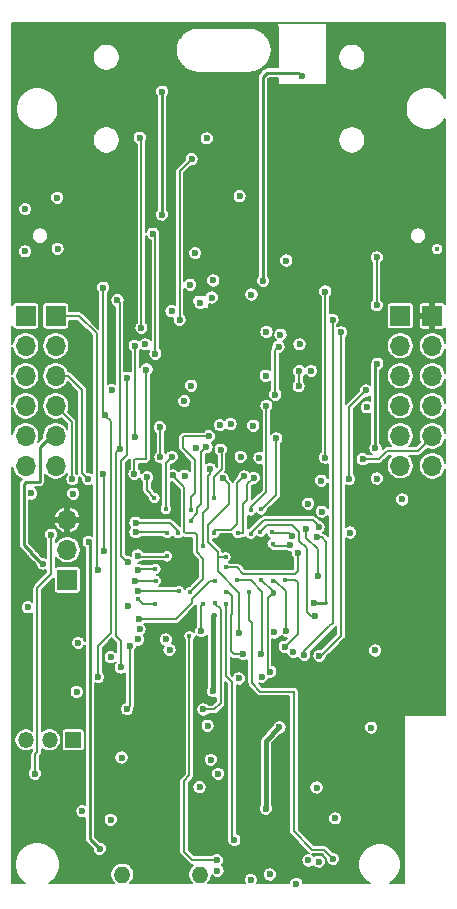
<source format=gbr>
G04 #@! TF.GenerationSoftware,KiCad,Pcbnew,(5.1.5)-3*
G04 #@! TF.CreationDate,2020-08-10T10:15:20+05:30*
G04 #@! TF.ProjectId,D_Tympan_DFMI_1.0,445f5479-6d70-4616-9e5f-44464d495f31,rev?*
G04 #@! TF.SameCoordinates,Original*
G04 #@! TF.FileFunction,Copper,L3,Inr*
G04 #@! TF.FilePolarity,Positive*
%FSLAX46Y46*%
G04 Gerber Fmt 4.6, Leading zero omitted, Abs format (unit mm)*
G04 Created by KiCad (PCBNEW (5.1.5)-3) date 2020-08-10 10:15:20*
%MOMM*%
%LPD*%
G04 APERTURE LIST*
%ADD10O,1.400000X1.400000*%
%ADD11R,1.700000X1.700000*%
%ADD12O,1.700000X1.700000*%
%ADD13R,1.350000X1.350000*%
%ADD14O,1.350000X1.350000*%
%ADD15C,0.600000*%
%ADD16C,0.450000*%
%ADD17C,0.203200*%
%ADD18C,0.177800*%
%ADD19C,0.381000*%
%ADD20C,0.250000*%
%ADD21C,0.200000*%
G04 APERTURE END LIST*
D10*
X124800000Y-119080000D03*
X131400000Y-119080000D03*
D11*
X120150000Y-94130000D03*
D12*
X120150000Y-91590000D03*
X120150000Y-89050000D03*
D11*
X151050000Y-71780000D03*
D12*
X151050000Y-74320000D03*
X151050000Y-76860000D03*
X151050000Y-79400000D03*
X151050000Y-81940000D03*
X151050000Y-84480000D03*
D11*
X119168000Y-71780000D03*
D12*
X119168000Y-74320000D03*
X119168000Y-76860000D03*
X119168000Y-79400000D03*
X119168000Y-81940000D03*
X119168000Y-84480000D03*
D11*
X116628000Y-71780000D03*
D12*
X116628000Y-74320000D03*
X116628000Y-76860000D03*
X116628000Y-79400000D03*
X116628000Y-81940000D03*
X116628000Y-84480000D03*
D11*
X148350000Y-71773000D03*
D12*
X148350000Y-74313000D03*
X148350000Y-76853000D03*
X148350000Y-79393000D03*
X148350000Y-81933000D03*
X148350000Y-84473000D03*
D13*
X120650000Y-107680000D03*
D14*
X118650000Y-107680000D03*
X116650000Y-107680000D03*
D15*
X116580000Y-62730000D03*
X130630000Y-77690000D03*
D16*
X136570000Y-94140000D03*
X137530000Y-95140000D03*
X131670000Y-91300000D03*
D15*
X132240000Y-84730000D03*
X123830000Y-114440000D03*
X146363780Y-85547380D03*
X137340000Y-101900000D03*
X120640000Y-86830000D03*
X131420000Y-70700000D03*
X140000000Y-51470000D03*
X136730000Y-68820000D03*
X137321380Y-70449620D03*
X118423780Y-68798620D03*
X119630280Y-68813860D03*
X130680000Y-112760000D03*
X145160000Y-92760000D03*
X138890000Y-92990000D03*
D16*
X134580000Y-92170000D03*
X130590000Y-91120000D03*
D15*
X125760000Y-91290000D03*
X140850000Y-78480000D03*
X142920000Y-67050000D03*
X151070000Y-69420000D03*
X124460000Y-66900000D03*
X120950000Y-103620000D03*
X145870000Y-106640000D03*
X132310000Y-109360000D03*
X132480000Y-103550000D03*
D16*
X132570000Y-97130000D03*
D15*
X128980020Y-71386880D03*
X148515160Y-87317760D03*
X130050000Y-78990000D03*
X130560000Y-69140000D03*
D16*
X126170000Y-95770000D03*
X127600000Y-96130000D03*
D15*
X117100000Y-86810000D03*
X137019120Y-73139480D03*
X146353620Y-70866180D03*
X146360000Y-66830000D03*
D16*
X151480000Y-66120000D03*
D15*
X119340000Y-66100000D03*
X135744040Y-69969560D03*
X116574660Y-66309420D03*
X138120000Y-106620000D03*
X136970000Y-113510000D03*
X121440000Y-113720000D03*
X127610000Y-74980000D03*
X127410000Y-64820000D03*
X122900000Y-116890000D03*
X141450000Y-117980000D03*
X121970000Y-90920000D03*
X125930000Y-90080000D03*
D16*
X128600000Y-90140000D03*
D15*
X141260000Y-111710000D03*
X131350000Y-111670000D03*
D16*
X129550000Y-90180000D03*
D15*
X125930000Y-89290000D03*
X142830000Y-114320000D03*
D16*
X133580000Y-96140000D03*
D15*
X134290000Y-116150000D03*
X127990000Y-81200000D03*
X133082120Y-81026180D03*
X121890000Y-85580000D03*
X128040000Y-83740000D03*
X125860000Y-74310000D03*
X132140000Y-81970000D03*
X125910000Y-81990000D03*
D16*
X130610000Y-88180000D03*
D15*
X142650000Y-117750000D03*
D16*
X135550000Y-95170000D03*
D15*
X132820000Y-117860000D03*
X140570000Y-117880000D03*
D16*
X130500000Y-98900000D03*
D15*
X120587860Y-85588020D03*
X133980000Y-80930000D03*
D16*
X128500000Y-88130000D03*
D15*
X129010000Y-83720000D03*
X134840000Y-83720000D03*
X131040000Y-82970000D03*
X139790000Y-76460000D03*
X139740000Y-77720000D03*
X125220000Y-77010000D03*
X125290000Y-92630000D03*
X126860000Y-76320000D03*
X140790000Y-76440000D03*
X123220000Y-85200000D03*
X123240000Y-91660000D03*
X125840000Y-85160000D03*
D16*
X128570000Y-92140000D03*
D15*
X126110000Y-92070000D03*
X131940000Y-82890000D03*
X135900000Y-81080000D03*
D16*
X130590000Y-89160000D03*
D15*
X138040200Y-74381540D03*
X123910180Y-78069620D03*
X143340000Y-73170000D03*
X141500000Y-100560000D03*
X137760000Y-78450000D03*
X138200000Y-73360000D03*
X142610000Y-72120000D03*
X140230000Y-100470000D03*
X126750000Y-74190000D03*
X134679780Y-102473940D03*
X122770000Y-102360000D03*
X123190000Y-69390000D03*
X123340000Y-80140000D03*
X132510000Y-68780000D03*
X124680000Y-101540000D03*
X136610180Y-102331700D03*
X124400000Y-70450000D03*
X124590000Y-83010000D03*
X132380000Y-70220000D03*
X130680000Y-58500000D03*
X129670000Y-72100000D03*
X126430000Y-72790000D03*
X126290000Y-56690000D03*
X131960000Y-56750000D03*
X133310000Y-85510000D03*
D16*
X133550000Y-92200000D03*
D15*
X134700000Y-98640000D03*
D16*
X133630000Y-93070000D03*
D15*
X139660000Y-91810000D03*
X137680000Y-98580000D03*
X130080000Y-85300000D03*
X140400000Y-89780000D03*
X141390000Y-93840000D03*
X128810000Y-100060000D03*
D16*
X138560000Y-94100000D03*
D15*
X138560000Y-99790000D03*
D16*
X137510000Y-90080000D03*
D15*
X141280000Y-90530000D03*
X141060000Y-96060000D03*
X139140000Y-90380000D03*
X141090000Y-97180000D03*
D16*
X136510000Y-90070000D03*
X132590000Y-90150000D03*
D15*
X135150000Y-85370000D03*
X141710000Y-88350000D03*
X138990000Y-91160000D03*
D16*
X137540000Y-91060000D03*
X135670000Y-90230000D03*
D15*
X141430000Y-89660000D03*
D16*
X134570000Y-90170000D03*
D15*
X141650000Y-85730000D03*
X135940000Y-85490000D03*
X144090000Y-90120000D03*
X128510000Y-99160000D03*
D16*
X137540000Y-94190000D03*
D15*
X138680000Y-98450000D03*
D16*
X134560000Y-94180000D03*
D15*
X136530000Y-100440000D03*
X135060000Y-100420000D03*
X126150000Y-99170000D03*
D16*
X133590000Y-95120000D03*
D15*
X126229200Y-97470140D03*
D16*
X132630000Y-94200000D03*
D15*
X131680000Y-105100000D03*
D16*
X132640000Y-96110000D03*
D15*
X125210000Y-105070000D03*
X125450000Y-99710000D03*
X126280000Y-98320000D03*
X131480000Y-98460000D03*
D16*
X131620000Y-96150000D03*
D15*
X121070000Y-99470000D03*
X125290000Y-96300000D03*
X123823820Y-100660380D03*
X146220000Y-100100000D03*
X124750920Y-109169380D03*
X135690000Y-119530000D03*
X139540000Y-119860000D03*
X132870000Y-118770000D03*
X137310000Y-119070000D03*
X116820000Y-96450000D03*
X118790000Y-90300000D03*
X132920000Y-110550000D03*
X117420000Y-110540000D03*
X141994980Y-69718100D03*
X141960000Y-83780000D03*
X136427300Y-83799860D03*
X138692980Y-67091740D03*
X130970000Y-66460000D03*
X140542100Y-87680980D03*
D16*
X136580000Y-88160000D03*
D15*
X137860000Y-82150000D03*
D16*
X135680000Y-88250000D03*
D15*
X145517960Y-79512340D03*
X137010000Y-79400000D03*
X132040000Y-106480000D03*
X139280000Y-100220000D03*
X119300080Y-61780600D03*
X134750000Y-61650000D03*
X128170000Y-63200000D03*
X128180000Y-52790000D03*
X125880000Y-94230000D03*
D16*
X127630000Y-94220000D03*
D15*
X118080000Y-92750000D03*
D16*
X127530000Y-87170000D03*
D15*
X126910000Y-85430000D03*
X144016820Y-85598180D03*
X145451920Y-78092480D03*
X146244400Y-82979440D03*
X133145620Y-83108980D03*
D16*
X132566500Y-87175520D03*
D15*
X146410000Y-75830000D03*
X126170000Y-95040000D03*
D16*
X129590000Y-95080000D03*
X130560000Y-95160000D03*
D15*
X145170000Y-83900000D03*
X129090000Y-85280000D03*
X126150000Y-93270000D03*
D16*
X127620000Y-93190000D03*
D15*
X122730000Y-93270000D03*
X136950000Y-76840000D03*
X139820740Y-74188500D03*
D17*
X137530000Y-95100000D02*
X136570000Y-94140000D01*
X137530000Y-95140000D02*
X137530000Y-95100000D01*
X132040000Y-85350000D02*
X132030000Y-85340000D01*
X132040000Y-88080000D02*
X132040000Y-85350000D01*
X131670000Y-88450000D02*
X132040000Y-88080000D01*
X131670000Y-91300000D02*
X131670000Y-88450000D01*
X132240000Y-85150000D02*
X132040000Y-85350000D01*
X132240000Y-84730000D02*
X132240000Y-85150000D01*
D18*
X123830000Y-114440000D02*
X123830000Y-114430000D01*
X137110000Y-95670000D02*
X137110000Y-100400000D01*
X137530000Y-95250000D02*
X137110000Y-95670000D01*
D19*
X137530000Y-95140000D02*
X137530000Y-95250000D01*
D18*
X137110000Y-100400000D02*
X137110000Y-100650000D01*
X137110000Y-100400000D02*
X137110000Y-101670000D01*
X137110000Y-101670000D02*
X137340000Y-101900000D01*
D20*
X136730000Y-68820000D02*
X136730000Y-52600000D01*
X139700001Y-51170001D02*
X137069999Y-51170001D01*
X140000000Y-51470000D02*
X139700001Y-51170001D01*
X136730000Y-51510000D02*
X136730000Y-52600000D01*
X137069999Y-51170001D02*
X136730000Y-51510000D01*
X135480000Y-93070000D02*
X134580000Y-92170000D01*
D17*
X130430000Y-91280000D02*
X130590000Y-91120000D01*
X130380000Y-91280000D02*
X130430000Y-91280000D01*
X125720000Y-91280000D02*
X130380000Y-91280000D01*
X125760000Y-91290000D02*
X125770000Y-91280000D01*
X125770000Y-91280000D02*
X125770000Y-91230000D01*
X125770000Y-91230000D02*
X125720000Y-91280000D01*
X120950000Y-103620000D02*
X120890000Y-103620000D01*
D19*
X132480000Y-97220000D02*
X132570000Y-97130000D01*
X132480000Y-103550000D02*
X132480000Y-97220000D01*
D17*
X126530000Y-96130000D02*
X126170000Y-95770000D01*
X127600000Y-96130000D02*
X126530000Y-96130000D01*
X146353620Y-70866180D02*
X146353620Y-66836380D01*
X146353620Y-66836380D02*
X146360000Y-66830000D01*
D19*
X136970000Y-107770000D02*
X138120000Y-106620000D01*
X136970000Y-113510000D02*
X136970000Y-107770000D01*
D17*
X127610000Y-74980000D02*
X127610000Y-65020000D01*
X127610000Y-65020000D02*
X127410000Y-64820000D01*
D20*
X122900000Y-116890000D02*
X122900000Y-116880000D01*
X122900000Y-116880000D02*
X122070000Y-116050000D01*
X122070000Y-116050000D02*
X122070000Y-105660000D01*
D17*
X128540000Y-90080000D02*
X125930000Y-90080000D01*
X128600000Y-90140000D02*
X128540000Y-90080000D01*
D20*
X121970000Y-90920000D02*
X122000000Y-90920000D01*
X122070000Y-105660000D02*
X122070000Y-91020000D01*
X122070000Y-91020000D02*
X121970000Y-90920000D01*
X131360000Y-111660000D02*
X131350000Y-111670000D01*
D17*
X129550000Y-90020000D02*
X128865000Y-89335000D01*
X128865000Y-89335000D02*
X128850000Y-89320000D01*
X129550000Y-90180000D02*
X129550000Y-90020000D01*
X128865000Y-89335000D02*
X128855000Y-89335000D01*
X128810000Y-89290000D02*
X125930000Y-89290000D01*
X128855000Y-89335000D02*
X128810000Y-89290000D01*
X133580000Y-96140000D02*
X133580000Y-102280000D01*
X133580000Y-102280000D02*
X134090000Y-102790000D01*
X134090000Y-102790000D02*
X134090000Y-115950000D01*
X134090000Y-115950000D02*
X134290000Y-116150000D01*
X128060000Y-81270000D02*
X127990000Y-81200000D01*
X121890000Y-85580000D02*
X121410000Y-85100000D01*
X120250000Y-76860000D02*
X119168000Y-76860000D01*
X120250000Y-76860000D02*
X121410000Y-78020000D01*
X121410000Y-78020000D02*
X121410000Y-85100000D01*
X128040000Y-81250000D02*
X127990000Y-81200000D01*
X128040000Y-83740000D02*
X128040000Y-81250000D01*
X125910000Y-74360000D02*
X125860000Y-74310000D01*
X125910000Y-81990000D02*
X125910000Y-74360000D01*
X132140000Y-81970000D02*
X130030000Y-81970000D01*
X130610000Y-88180000D02*
X130610000Y-87080000D01*
X130610000Y-87080000D02*
X130960000Y-86730000D01*
X130960000Y-86730000D02*
X130960000Y-83960000D01*
X130960000Y-83960000D02*
X129950000Y-82950000D01*
X129950000Y-82950000D02*
X129950000Y-82050000D01*
X129950000Y-82050000D02*
X130030000Y-81970000D01*
X141860000Y-116960000D02*
X142650000Y-117750000D01*
X140870000Y-116960000D02*
X141860000Y-116960000D01*
X139340000Y-115430000D02*
X140870000Y-116960000D01*
X139340000Y-103590000D02*
X139340000Y-115430000D01*
X139340000Y-103570000D02*
X139340000Y-103590000D01*
X135550000Y-95170000D02*
X135630000Y-95170000D01*
X138070000Y-103590000D02*
X139340000Y-103590000D01*
X135550000Y-95170000D02*
X135550000Y-97550000D01*
X136510000Y-103590000D02*
X138070000Y-103590000D01*
X135810000Y-102890000D02*
X136510000Y-103590000D01*
X135810000Y-97810000D02*
X135810000Y-102890000D01*
X135550000Y-97550000D02*
X135810000Y-97810000D01*
X132820000Y-117860000D02*
X131370000Y-117860000D01*
X130750000Y-117860000D02*
X131370000Y-117860000D01*
X130030000Y-117140000D02*
X130750000Y-117860000D01*
X130030000Y-111160000D02*
X130030000Y-117140000D01*
X130500000Y-110690000D02*
X130030000Y-111160000D01*
X130500000Y-98900000D02*
X130500000Y-110690000D01*
D18*
X120521820Y-80753820D02*
X119168000Y-79400000D01*
X120521820Y-85521980D02*
X120521820Y-80753820D01*
X120587860Y-85588020D02*
X120521820Y-85521980D01*
D17*
X128500000Y-84430000D02*
X128520000Y-84410000D01*
X128500000Y-88130000D02*
X128500000Y-84430000D01*
X128500000Y-84430000D02*
X128500000Y-84230000D01*
X128500000Y-84230000D02*
X129010000Y-83720000D01*
X125220000Y-83530000D02*
X125220000Y-77010000D01*
X125220000Y-92560000D02*
X125290000Y-92630000D01*
X139790000Y-76460000D02*
X139790000Y-77670000D01*
X139790000Y-77670000D02*
X139740000Y-77720000D01*
X125290000Y-92630000D02*
X125220000Y-92630000D01*
X124693202Y-84056798D02*
X125220000Y-83530000D01*
X124693202Y-92103202D02*
X124693202Y-84056798D01*
X125220000Y-92630000D02*
X124693202Y-92103202D01*
X125840000Y-85160000D02*
X125860000Y-85160000D01*
X126860000Y-76320000D02*
X126860000Y-83800000D01*
X125900000Y-83880000D02*
X126780000Y-83880000D01*
X125840000Y-83940000D02*
X125900000Y-83880000D01*
X125840000Y-83940000D02*
X125840000Y-85160000D01*
X126860000Y-83800000D02*
X126780000Y-83880000D01*
X123240000Y-85220000D02*
X123220000Y-85200000D01*
X123240000Y-91660000D02*
X123240000Y-85220000D01*
X128570000Y-92150000D02*
X128580000Y-92150000D01*
X128570000Y-92140000D02*
X128570000Y-92150000D01*
X126110000Y-92070000D02*
X126190000Y-92150000D01*
X128580000Y-92150000D02*
X126190000Y-92150000D01*
X131150000Y-88060000D02*
X131510000Y-87700000D01*
X131150000Y-88480000D02*
X131150000Y-88060000D01*
X130590000Y-89040000D02*
X131150000Y-88480000D01*
X130590000Y-89040000D02*
X130590000Y-89160000D01*
X131510000Y-83320000D02*
X131940000Y-82890000D01*
X131510000Y-87700000D02*
X131510000Y-83320000D01*
X130610000Y-89180000D02*
X130620000Y-89180000D01*
X130590000Y-89160000D02*
X130610000Y-89180000D01*
X143340000Y-73180000D02*
X143340000Y-73170000D01*
X141500000Y-100560000D02*
X141640000Y-100560000D01*
X141640000Y-100560000D02*
X143340000Y-98860000D01*
X143340000Y-73180000D02*
X143340000Y-73170000D01*
X143340000Y-98860000D02*
X143340000Y-73180000D01*
X138040200Y-74381540D02*
X137970000Y-74451740D01*
X138040200Y-74381540D02*
X137760000Y-74661740D01*
X137760000Y-78450000D02*
X137760000Y-74661740D01*
X142610000Y-97780000D02*
X142320000Y-98070000D01*
X142610000Y-72120000D02*
X142610000Y-97780000D01*
X140230000Y-100160000D02*
X142320000Y-98070000D01*
X140230000Y-100470000D02*
X140230000Y-100160000D01*
X122770000Y-99690000D02*
X122770000Y-102360000D01*
X123190000Y-79990000D02*
X123340000Y-80140000D01*
X123190000Y-69390000D02*
X123190000Y-79990000D01*
X123340000Y-80140000D02*
X123340000Y-80220000D01*
X123830000Y-98630000D02*
X122770000Y-99690000D01*
X123830000Y-80710000D02*
X123830000Y-98630000D01*
X123340000Y-80220000D02*
X123830000Y-80710000D01*
X124310000Y-83290000D02*
X124590000Y-83010000D01*
X124310000Y-98920000D02*
X124310000Y-83290000D01*
X124680000Y-99290000D02*
X124310000Y-98920000D01*
X124680000Y-101540000D02*
X124680000Y-99290000D01*
X124680000Y-83100000D02*
X124590000Y-83010000D01*
X124590000Y-70640000D02*
X124400000Y-70450000D01*
X124590000Y-83010000D02*
X124590000Y-70640000D01*
D20*
X130697060Y-58517060D02*
X130680000Y-58500000D01*
D18*
X129670000Y-59510000D02*
X130680000Y-58500000D01*
X129670000Y-72100000D02*
X129670000Y-59510000D01*
D17*
X126430000Y-72790000D02*
X126430000Y-56830000D01*
X126430000Y-56830000D02*
X126290000Y-56690000D01*
X132910000Y-92390000D02*
X132910000Y-92280000D01*
X132910000Y-92280000D02*
X132910000Y-92200000D01*
X133550000Y-92200000D02*
X132910000Y-92200000D01*
X132910000Y-93410000D02*
X132910000Y-92390000D01*
X134700000Y-98640000D02*
X134700000Y-95200000D01*
X134700000Y-95200000D02*
X132910000Y-93410000D01*
D18*
X132910000Y-92280000D02*
X132910000Y-91730000D01*
X132910000Y-91730000D02*
X132080000Y-90900000D01*
X132080000Y-90900000D02*
X132080000Y-89450000D01*
X132080000Y-89450000D02*
X133810000Y-87720000D01*
X133810000Y-87720000D02*
X133810000Y-86010000D01*
X133810000Y-86010000D02*
X133310000Y-85510000D01*
X136080000Y-93600000D02*
X136180000Y-93600000D01*
D17*
X136180000Y-93600000D02*
X135060000Y-93600000D01*
X134530000Y-93070000D02*
X133630000Y-93070000D01*
X135060000Y-93600000D02*
X134530000Y-93070000D01*
D18*
X136180000Y-93600000D02*
X139410000Y-93600000D01*
X139410000Y-93600000D02*
X139420000Y-93600000D01*
X139410000Y-93600000D02*
X139470000Y-93600000D01*
X139470000Y-93600000D02*
X139660000Y-93410000D01*
X139660000Y-93410000D02*
X139660000Y-91810000D01*
D17*
X141390000Y-91540000D02*
X141390000Y-91770000D01*
X140400000Y-90550000D02*
X141390000Y-91540000D01*
X140400000Y-89780000D02*
X140400000Y-90550000D01*
X141390000Y-93840000D02*
X141390000Y-91770000D01*
X139470000Y-94100000D02*
X138560000Y-94100000D01*
X139680000Y-94310000D02*
X139470000Y-94100000D01*
X139680000Y-98700000D02*
X139680000Y-94310000D01*
X138590000Y-99790000D02*
X139680000Y-98700000D01*
X138560000Y-99790000D02*
X138590000Y-99790000D01*
X137610000Y-90180000D02*
X138620000Y-90180000D01*
X138620000Y-90180000D02*
X138640000Y-90180000D01*
X137510000Y-90080000D02*
X137610000Y-90180000D01*
D20*
X142050000Y-96060000D02*
X142080000Y-96030000D01*
X141060000Y-96060000D02*
X142050000Y-96060000D01*
D17*
X141720000Y-90530000D02*
X141280000Y-90530000D01*
X142080000Y-90890000D02*
X141720000Y-90530000D01*
X142080000Y-96030000D02*
X142080000Y-90890000D01*
X138940000Y-90180000D02*
X138620000Y-90180000D01*
X138940000Y-90180000D02*
X139140000Y-90380000D01*
D18*
X139210000Y-89470000D02*
X139070000Y-89470000D01*
D17*
X139810000Y-90070000D02*
X139210000Y-89470000D01*
X140780000Y-97180000D02*
X140420000Y-96820000D01*
X141090000Y-97180000D02*
X140780000Y-97180000D01*
X136510000Y-90050000D02*
X137090000Y-89470000D01*
X136510000Y-90070000D02*
X136510000Y-90050000D01*
D18*
X139070000Y-89470000D02*
X137090000Y-89470000D01*
D17*
X140420000Y-96820000D02*
X140420000Y-91450000D01*
X140420000Y-91450000D02*
X139810000Y-90840000D01*
X139810000Y-90840000D02*
X139810000Y-90070000D01*
X132590000Y-90150000D02*
X132590000Y-90140000D01*
X134010000Y-89880000D02*
X132590000Y-89880000D01*
X134530000Y-89360000D02*
X134010000Y-89880000D01*
X134530000Y-85950000D02*
X134530000Y-89360000D01*
X135110000Y-85370000D02*
X134530000Y-85950000D01*
X135150000Y-85370000D02*
X135110000Y-85370000D01*
X132590000Y-89880000D02*
X132590000Y-90150000D01*
X137540000Y-91170000D02*
X137540000Y-91060000D01*
X138850000Y-91300000D02*
X138990000Y-91160000D01*
X137670000Y-91300000D02*
X138850000Y-91300000D01*
X137540000Y-91170000D02*
X137670000Y-91300000D01*
X137540000Y-91060000D02*
X137550000Y-91070000D01*
X140960000Y-89070000D02*
X136790000Y-89070000D01*
X135670000Y-90190000D02*
X136790000Y-89070000D01*
X135670000Y-90230000D02*
X135670000Y-90190000D01*
X141430000Y-89540000D02*
X140960000Y-89070000D01*
X141430000Y-89660000D02*
X141430000Y-89540000D01*
X135050000Y-87720000D02*
X135410000Y-87360000D01*
X135050000Y-90130000D02*
X135050000Y-87720000D01*
X135010000Y-90170000D02*
X135050000Y-90130000D01*
X134570000Y-90170000D02*
X135010000Y-90170000D01*
X135410000Y-87380000D02*
X135410000Y-87360000D01*
X135410000Y-87360000D02*
X135410000Y-86020000D01*
X135410000Y-86020000D02*
X135940000Y-85490000D01*
X144090000Y-90120000D02*
X144110000Y-90100000D01*
D18*
X137540000Y-94190000D02*
X137540000Y-94180000D01*
X137540000Y-94190000D02*
X137770000Y-94190000D01*
X138680000Y-95100000D02*
X138680000Y-98450000D01*
X137770000Y-94190000D02*
X138680000Y-95100000D01*
D17*
X136680000Y-95120000D02*
X136680000Y-100000000D01*
X136680000Y-100000000D02*
X136680000Y-100130000D01*
X135740000Y-94180000D02*
X136680000Y-95120000D01*
X134560000Y-94180000D02*
X135740000Y-94180000D01*
X136680000Y-100000000D02*
X136680000Y-100290000D01*
X136680000Y-100290000D02*
X136530000Y-100440000D01*
D18*
X135070000Y-100410000D02*
X135060000Y-100420000D01*
D17*
X134090000Y-96980000D02*
X134050000Y-97020000D01*
X134090000Y-95470000D02*
X134090000Y-96980000D01*
X133740000Y-95120000D02*
X134090000Y-95470000D01*
X133590000Y-95120000D02*
X133740000Y-95120000D01*
X134310000Y-100420000D02*
X134050000Y-100160000D01*
X134050000Y-100160000D02*
X134050000Y-97020000D01*
X134310000Y-100420000D02*
X135060000Y-100420000D01*
X126229200Y-97470140D02*
X129319860Y-97470140D01*
X132620000Y-94210000D02*
X132600000Y-94210000D01*
X132630000Y-94200000D02*
X132620000Y-94210000D01*
X132600000Y-94210000D02*
X132270000Y-94210000D01*
X132270000Y-94210000D02*
X130720000Y-95760000D01*
X130720000Y-95760000D02*
X130720000Y-96070000D01*
X130720000Y-96070000D02*
X129319860Y-97470140D01*
X125450000Y-104830000D02*
X125210000Y-105070000D01*
X125450000Y-99710000D02*
X125450000Y-104830000D01*
X132610000Y-105100000D02*
X131680000Y-105100000D01*
X133140000Y-104570000D02*
X132610000Y-105100000D01*
X133140000Y-96630000D02*
X133140000Y-104570000D01*
X132640000Y-96130000D02*
X133140000Y-96630000D01*
X132640000Y-96110000D02*
X132640000Y-96130000D01*
X131620000Y-96150000D02*
X131480000Y-96290000D01*
X131480000Y-96290000D02*
X131480000Y-98460000D01*
X118790000Y-93610000D02*
X118790000Y-90300000D01*
X117610000Y-94790000D02*
X118790000Y-93610000D01*
X117610000Y-108710000D02*
X117610000Y-94790000D01*
X117420000Y-108900000D02*
X117610000Y-108710000D01*
X117420000Y-110540000D02*
X117420000Y-108900000D01*
X141994980Y-69718100D02*
X141994980Y-83745020D01*
X141994980Y-83745020D02*
X141960000Y-83780000D01*
D18*
X140542100Y-87680980D02*
X140633540Y-87589540D01*
D17*
X137860000Y-86920000D02*
X137860000Y-82150000D01*
X136620000Y-88160000D02*
X137860000Y-86920000D01*
X136580000Y-88160000D02*
X136620000Y-88160000D01*
X137010000Y-86650000D02*
X137010000Y-79400000D01*
X135680000Y-87980000D02*
X137010000Y-86650000D01*
X135680000Y-88250000D02*
X135680000Y-87980000D01*
D18*
X139190000Y-100130000D02*
X139280000Y-100220000D01*
D20*
X134750000Y-61650000D02*
X134790000Y-61650000D01*
X128170000Y-63200000D02*
X128170000Y-52800000D01*
X128170000Y-52800000D02*
X128180000Y-52790000D01*
D17*
X125890000Y-94220000D02*
X125880000Y-94230000D01*
X127630000Y-94220000D02*
X125890000Y-94220000D01*
D20*
X118760000Y-81940000D02*
X117820000Y-82880000D01*
X116620000Y-85870000D02*
X117820000Y-85870000D01*
X116450000Y-86040000D02*
X116620000Y-85870000D01*
X116450000Y-87580000D02*
X116450000Y-86040000D01*
X118760000Y-81940000D02*
X119168000Y-81940000D01*
X117820000Y-85870000D02*
X117820000Y-82880000D01*
X117190000Y-91920000D02*
X117190000Y-91890000D01*
X116450000Y-91150000D02*
X117190000Y-91890000D01*
X116450000Y-87220000D02*
X116450000Y-87580000D01*
X116450000Y-87580000D02*
X116450000Y-91150000D01*
X118080000Y-92750000D02*
X118020000Y-92750000D01*
X118020000Y-92750000D02*
X117190000Y-91920000D01*
X117190000Y-91920000D02*
X117000000Y-91730000D01*
D17*
X127530000Y-87160000D02*
X127550000Y-87160000D01*
X127530000Y-87170000D02*
X127530000Y-87160000D01*
X126910000Y-86550000D02*
X126910000Y-85430000D01*
X127520000Y-87160000D02*
X126910000Y-86550000D01*
X127550000Y-87160000D02*
X127520000Y-87160000D01*
D18*
X144016820Y-79494560D02*
X144016820Y-85598180D01*
X144016820Y-79494560D02*
X145451920Y-78059460D01*
X146244400Y-82979440D02*
X146145340Y-82979440D01*
D17*
X133145620Y-83177380D02*
X133145620Y-83108980D01*
D18*
X132566500Y-87175520D02*
X132566500Y-85383500D01*
X133220000Y-83183360D02*
X133145620Y-83108980D01*
X133220000Y-84730000D02*
X133220000Y-83183360D01*
X132566500Y-85383500D02*
X133220000Y-84730000D01*
D20*
X146244400Y-82979440D02*
X146244400Y-75995600D01*
X146244400Y-75995600D02*
X146410000Y-75830000D01*
D17*
X126210000Y-95080000D02*
X126170000Y-95040000D01*
X129590000Y-95080000D02*
X126210000Y-95080000D01*
X130560000Y-95160000D02*
X131005000Y-94715000D01*
X131005000Y-94715000D02*
X131060000Y-94660000D01*
X151050000Y-81940000D02*
X151050000Y-82030000D01*
X146530000Y-83900000D02*
X145170000Y-83900000D01*
X147230000Y-83200000D02*
X146530000Y-83900000D01*
X149880000Y-83200000D02*
X147230000Y-83200000D01*
X151050000Y-82030000D02*
X149880000Y-83200000D01*
X130200000Y-90180000D02*
X130980000Y-90180000D01*
X131140000Y-90340000D02*
X130980000Y-90180000D01*
X131140000Y-91800000D02*
X131140000Y-90340000D01*
X131660000Y-92320000D02*
X131140000Y-91800000D01*
X131660000Y-94050000D02*
X131660000Y-92320000D01*
X131005000Y-94705000D02*
X131660000Y-94050000D01*
X131005000Y-94715000D02*
X131005000Y-94705000D01*
X129090000Y-85350000D02*
X129855000Y-86115000D01*
X129915000Y-86175000D02*
X130060000Y-86320000D01*
X129090000Y-85350000D02*
X129090000Y-85280000D01*
X129915000Y-86175000D02*
X129855000Y-86115000D01*
X130060000Y-86320000D02*
X130060000Y-90040000D01*
X130060000Y-90040000D02*
X130200000Y-90180000D01*
X121150000Y-71780000D02*
X122630000Y-73260000D01*
X122630000Y-73260000D02*
X122630000Y-92350000D01*
X122630000Y-92350000D02*
X122630000Y-92470000D01*
X119168000Y-71780000D02*
X121150000Y-71780000D01*
X126230000Y-93190000D02*
X126150000Y-93270000D01*
X127620000Y-93190000D02*
X126230000Y-93190000D01*
X122730000Y-93270000D02*
X122730000Y-93250000D01*
X122630000Y-92350000D02*
X122630000Y-93170000D01*
X122630000Y-93170000D02*
X122730000Y-93270000D01*
D21*
G36*
X115522194Y-84815443D02*
G01*
X115608884Y-85024729D01*
X115734737Y-85213082D01*
X115894918Y-85373263D01*
X116083271Y-85499116D01*
X116292557Y-85585806D01*
X116301396Y-85587564D01*
X116164239Y-85724721D01*
X116148027Y-85738026D01*
X116134722Y-85754238D01*
X116134720Y-85754240D01*
X116122454Y-85769187D01*
X116094917Y-85802740D01*
X116061453Y-85865348D01*
X116055453Y-85876573D01*
X116031150Y-85956686D01*
X116022945Y-86040000D01*
X116025001Y-86060876D01*
X116025000Y-87199124D01*
X116025000Y-87559127D01*
X116025001Y-91129123D01*
X116022945Y-91150000D01*
X116031150Y-91233314D01*
X116048583Y-91290781D01*
X116055453Y-91313427D01*
X116094917Y-91387260D01*
X116117311Y-91414547D01*
X116127960Y-91427522D01*
X116148027Y-91451974D01*
X116164239Y-91465279D01*
X116620457Y-91921498D01*
X116644917Y-91967259D01*
X116684720Y-92015760D01*
X116874714Y-92205753D01*
X116888026Y-92221974D01*
X116904243Y-92235283D01*
X117480483Y-92811524D01*
X117503058Y-92925014D01*
X117548287Y-93034207D01*
X117613950Y-93132478D01*
X117697522Y-93216050D01*
X117795793Y-93281713D01*
X117904986Y-93326942D01*
X118020905Y-93350000D01*
X118139095Y-93350000D01*
X118255014Y-93326942D01*
X118364207Y-93281713D01*
X118388400Y-93265548D01*
X118388400Y-93443652D01*
X117339977Y-94492076D01*
X117324653Y-94504652D01*
X117312077Y-94519976D01*
X117274467Y-94565804D01*
X117237176Y-94635571D01*
X117214212Y-94711273D01*
X117206457Y-94790000D01*
X117208401Y-94809735D01*
X117208401Y-95989873D01*
X117202478Y-95983950D01*
X117104207Y-95918287D01*
X116995014Y-95873058D01*
X116879095Y-95850000D01*
X116760905Y-95850000D01*
X116644986Y-95873058D01*
X116535793Y-95918287D01*
X116437522Y-95983950D01*
X116353950Y-96067522D01*
X116288287Y-96165793D01*
X116243058Y-96274986D01*
X116220000Y-96390905D01*
X116220000Y-96509095D01*
X116243058Y-96625014D01*
X116288287Y-96734207D01*
X116353950Y-96832478D01*
X116437522Y-96916050D01*
X116535793Y-96981713D01*
X116644986Y-97026942D01*
X116760905Y-97050000D01*
X116879095Y-97050000D01*
X116995014Y-97026942D01*
X117104207Y-96981713D01*
X117202478Y-96916050D01*
X117208401Y-96910127D01*
X117208400Y-106880488D01*
X117111836Y-106815966D01*
X116934397Y-106742468D01*
X116746029Y-106705000D01*
X116553971Y-106705000D01*
X116365603Y-106742468D01*
X116188164Y-106815966D01*
X116028473Y-106922668D01*
X115892668Y-107058473D01*
X115785966Y-107218164D01*
X115712468Y-107395603D01*
X115675000Y-107583971D01*
X115675000Y-107776029D01*
X115712468Y-107964397D01*
X115785966Y-108141836D01*
X115892668Y-108301527D01*
X116028473Y-108437332D01*
X116188164Y-108544034D01*
X116365603Y-108617532D01*
X116553971Y-108655000D01*
X116746029Y-108655000D01*
X116934397Y-108617532D01*
X117111836Y-108544034D01*
X117208400Y-108479512D01*
X117208400Y-108543653D01*
X117149977Y-108602076D01*
X117134653Y-108614652D01*
X117122077Y-108629976D01*
X117084467Y-108675804D01*
X117047176Y-108745571D01*
X117024212Y-108821273D01*
X117016457Y-108900000D01*
X117018401Y-108919735D01*
X117018400Y-110093072D01*
X116953950Y-110157522D01*
X116888287Y-110255793D01*
X116843058Y-110364986D01*
X116820000Y-110480905D01*
X116820000Y-110599095D01*
X116843058Y-110715014D01*
X116888287Y-110824207D01*
X116953950Y-110922478D01*
X117037522Y-111006050D01*
X117135793Y-111071713D01*
X117244986Y-111116942D01*
X117360905Y-111140000D01*
X117479095Y-111140000D01*
X117595014Y-111116942D01*
X117704207Y-111071713D01*
X117802478Y-111006050D01*
X117886050Y-110922478D01*
X117951713Y-110824207D01*
X117996942Y-110715014D01*
X118020000Y-110599095D01*
X118020000Y-110480905D01*
X117996942Y-110364986D01*
X117951713Y-110255793D01*
X117886050Y-110157522D01*
X117821600Y-110093072D01*
X117821600Y-109066347D01*
X117880019Y-109007928D01*
X117895348Y-108995348D01*
X117945534Y-108934196D01*
X117982825Y-108864429D01*
X118005789Y-108788727D01*
X118011600Y-108729727D01*
X118011600Y-108729726D01*
X118013543Y-108710000D01*
X118011600Y-108690272D01*
X118011600Y-108420459D01*
X118028473Y-108437332D01*
X118188164Y-108544034D01*
X118365603Y-108617532D01*
X118553971Y-108655000D01*
X118746029Y-108655000D01*
X118934397Y-108617532D01*
X119111836Y-108544034D01*
X119271527Y-108437332D01*
X119407332Y-108301527D01*
X119514034Y-108141836D01*
X119587532Y-107964397D01*
X119625000Y-107776029D01*
X119625000Y-107583971D01*
X119587532Y-107395603D01*
X119514034Y-107218164D01*
X119407332Y-107058473D01*
X119353859Y-107005000D01*
X119673549Y-107005000D01*
X119673549Y-108355000D01*
X119679341Y-108413810D01*
X119696496Y-108470360D01*
X119724353Y-108522477D01*
X119761842Y-108568158D01*
X119807523Y-108605647D01*
X119859640Y-108633504D01*
X119916190Y-108650659D01*
X119975000Y-108656451D01*
X121325000Y-108656451D01*
X121383810Y-108650659D01*
X121440360Y-108633504D01*
X121492477Y-108605647D01*
X121538158Y-108568158D01*
X121575647Y-108522477D01*
X121603504Y-108470360D01*
X121620659Y-108413810D01*
X121626451Y-108355000D01*
X121626451Y-107005000D01*
X121620659Y-106946190D01*
X121603504Y-106889640D01*
X121575647Y-106837523D01*
X121538158Y-106791842D01*
X121492477Y-106754353D01*
X121440360Y-106726496D01*
X121383810Y-106709341D01*
X121325000Y-106703549D01*
X119975000Y-106703549D01*
X119916190Y-106709341D01*
X119859640Y-106726496D01*
X119807523Y-106754353D01*
X119761842Y-106791842D01*
X119724353Y-106837523D01*
X119696496Y-106889640D01*
X119679341Y-106946190D01*
X119673549Y-107005000D01*
X119353859Y-107005000D01*
X119271527Y-106922668D01*
X119111836Y-106815966D01*
X118934397Y-106742468D01*
X118746029Y-106705000D01*
X118553971Y-106705000D01*
X118365603Y-106742468D01*
X118188164Y-106815966D01*
X118028473Y-106922668D01*
X118011600Y-106939541D01*
X118011600Y-103560905D01*
X120350000Y-103560905D01*
X120350000Y-103679095D01*
X120373058Y-103795014D01*
X120418287Y-103904207D01*
X120483950Y-104002478D01*
X120567522Y-104086050D01*
X120665793Y-104151713D01*
X120774986Y-104196942D01*
X120890905Y-104220000D01*
X121009095Y-104220000D01*
X121125014Y-104196942D01*
X121234207Y-104151713D01*
X121332478Y-104086050D01*
X121416050Y-104002478D01*
X121481713Y-103904207D01*
X121526942Y-103795014D01*
X121550000Y-103679095D01*
X121550000Y-103560905D01*
X121526942Y-103444986D01*
X121481713Y-103335793D01*
X121416050Y-103237522D01*
X121332478Y-103153950D01*
X121234207Y-103088287D01*
X121125014Y-103043058D01*
X121009095Y-103020000D01*
X120890905Y-103020000D01*
X120774986Y-103043058D01*
X120665793Y-103088287D01*
X120567522Y-103153950D01*
X120483950Y-103237522D01*
X120418287Y-103335793D01*
X120373058Y-103444986D01*
X120350000Y-103560905D01*
X118011600Y-103560905D01*
X118011600Y-94956347D01*
X118998549Y-93969399D01*
X118998549Y-94980000D01*
X119004341Y-95038810D01*
X119021496Y-95095360D01*
X119049353Y-95147477D01*
X119086842Y-95193158D01*
X119132523Y-95230647D01*
X119184640Y-95258504D01*
X119241190Y-95275659D01*
X119300000Y-95281451D01*
X121000000Y-95281451D01*
X121058810Y-95275659D01*
X121115360Y-95258504D01*
X121167477Y-95230647D01*
X121213158Y-95193158D01*
X121250647Y-95147477D01*
X121278504Y-95095360D01*
X121295659Y-95038810D01*
X121301451Y-94980000D01*
X121301451Y-93280000D01*
X121295659Y-93221190D01*
X121278504Y-93164640D01*
X121250647Y-93112523D01*
X121213158Y-93066842D01*
X121167477Y-93029353D01*
X121115360Y-93001496D01*
X121058810Y-92984341D01*
X121000000Y-92978549D01*
X119300000Y-92978549D01*
X119241190Y-92984341D01*
X119191600Y-92999385D01*
X119191600Y-92225597D01*
X119256737Y-92323082D01*
X119416918Y-92483263D01*
X119605271Y-92609116D01*
X119814557Y-92695806D01*
X120036735Y-92740000D01*
X120263265Y-92740000D01*
X120485443Y-92695806D01*
X120694729Y-92609116D01*
X120883082Y-92483263D01*
X121043263Y-92323082D01*
X121169116Y-92134729D01*
X121255806Y-91925443D01*
X121300000Y-91703265D01*
X121300000Y-91476735D01*
X121255806Y-91254557D01*
X121169116Y-91045271D01*
X121043263Y-90856918D01*
X120883082Y-90696737D01*
X120694729Y-90570884D01*
X120485443Y-90484194D01*
X120263265Y-90440000D01*
X120036735Y-90440000D01*
X119814557Y-90484194D01*
X119605271Y-90570884D01*
X119416918Y-90696737D01*
X119256737Y-90856918D01*
X119191600Y-90954403D01*
X119191600Y-90746928D01*
X119256050Y-90682478D01*
X119321713Y-90584207D01*
X119366942Y-90475014D01*
X119390000Y-90359095D01*
X119390000Y-90240905D01*
X119366942Y-90124986D01*
X119321713Y-90015793D01*
X119256050Y-89917522D01*
X119172478Y-89833950D01*
X119074207Y-89768287D01*
X118965014Y-89723058D01*
X118849095Y-89700000D01*
X118730905Y-89700000D01*
X118614986Y-89723058D01*
X118505793Y-89768287D01*
X118407522Y-89833950D01*
X118323950Y-89917522D01*
X118258287Y-90015793D01*
X118213058Y-90124986D01*
X118190000Y-90240905D01*
X118190000Y-90359095D01*
X118213058Y-90475014D01*
X118258287Y-90584207D01*
X118323950Y-90682478D01*
X118388401Y-90746929D01*
X118388400Y-92234453D01*
X118364207Y-92218287D01*
X118255014Y-92173058D01*
X118139095Y-92150000D01*
X118021041Y-92150000D01*
X117569545Y-91698505D01*
X117545084Y-91652740D01*
X117491974Y-91588026D01*
X117475762Y-91574721D01*
X116875000Y-90973960D01*
X116875000Y-89376516D01*
X119047328Y-89376516D01*
X119051753Y-89391128D01*
X119139406Y-89598831D01*
X119265896Y-89785442D01*
X119426361Y-89943791D01*
X119614635Y-90067792D01*
X119823483Y-90152680D01*
X120000000Y-90115183D01*
X120000000Y-89200000D01*
X120300000Y-89200000D01*
X120300000Y-90115183D01*
X120476517Y-90152680D01*
X120685365Y-90067792D01*
X120873639Y-89943791D01*
X121034104Y-89785442D01*
X121160594Y-89598831D01*
X121248247Y-89391128D01*
X121252672Y-89376516D01*
X121214483Y-89200000D01*
X120300000Y-89200000D01*
X120000000Y-89200000D01*
X119085517Y-89200000D01*
X119047328Y-89376516D01*
X116875000Y-89376516D01*
X116875000Y-88723484D01*
X119047328Y-88723484D01*
X119085517Y-88900000D01*
X120000000Y-88900000D01*
X120000000Y-87984817D01*
X120300000Y-87984817D01*
X120300000Y-88900000D01*
X121214483Y-88900000D01*
X121252672Y-88723484D01*
X121248247Y-88708872D01*
X121160594Y-88501169D01*
X121034104Y-88314558D01*
X120873639Y-88156209D01*
X120685365Y-88032208D01*
X120476517Y-87947320D01*
X120300000Y-87984817D01*
X120000000Y-87984817D01*
X119823483Y-87947320D01*
X119614635Y-88032208D01*
X119426361Y-88156209D01*
X119265896Y-88314558D01*
X119139406Y-88501169D01*
X119051753Y-88708872D01*
X119047328Y-88723484D01*
X116875000Y-88723484D01*
X116875000Y-87366237D01*
X116924986Y-87386942D01*
X117040905Y-87410000D01*
X117159095Y-87410000D01*
X117275014Y-87386942D01*
X117384207Y-87341713D01*
X117482478Y-87276050D01*
X117566050Y-87192478D01*
X117631713Y-87094207D01*
X117676942Y-86985014D01*
X117700000Y-86869095D01*
X117700000Y-86770905D01*
X120040000Y-86770905D01*
X120040000Y-86889095D01*
X120063058Y-87005014D01*
X120108287Y-87114207D01*
X120173950Y-87212478D01*
X120257522Y-87296050D01*
X120355793Y-87361713D01*
X120464986Y-87406942D01*
X120580905Y-87430000D01*
X120699095Y-87430000D01*
X120815014Y-87406942D01*
X120924207Y-87361713D01*
X121022478Y-87296050D01*
X121106050Y-87212478D01*
X121171713Y-87114207D01*
X121216942Y-87005014D01*
X121240000Y-86889095D01*
X121240000Y-86770905D01*
X121216942Y-86654986D01*
X121171713Y-86545793D01*
X121106050Y-86447522D01*
X121022478Y-86363950D01*
X120924207Y-86298287D01*
X120815014Y-86253058D01*
X120699095Y-86230000D01*
X120580905Y-86230000D01*
X120464986Y-86253058D01*
X120355793Y-86298287D01*
X120257522Y-86363950D01*
X120173950Y-86447522D01*
X120108287Y-86545793D01*
X120063058Y-86654986D01*
X120040000Y-86770905D01*
X117700000Y-86770905D01*
X117700000Y-86750905D01*
X117676942Y-86634986D01*
X117631713Y-86525793D01*
X117566050Y-86427522D01*
X117482478Y-86343950D01*
X117409220Y-86295000D01*
X117799126Y-86295000D01*
X117820000Y-86297056D01*
X117840874Y-86295000D01*
X117903314Y-86288850D01*
X117983427Y-86264548D01*
X118057260Y-86225084D01*
X118121974Y-86171974D01*
X118175084Y-86107260D01*
X118214548Y-86033427D01*
X118238850Y-85953314D01*
X118247056Y-85870000D01*
X118245000Y-85849126D01*
X118245000Y-85168577D01*
X118274737Y-85213082D01*
X118434918Y-85373263D01*
X118623271Y-85499116D01*
X118832557Y-85585806D01*
X119054735Y-85630000D01*
X119281265Y-85630000D01*
X119503443Y-85585806D01*
X119712729Y-85499116D01*
X119901082Y-85373263D01*
X120061263Y-85213082D01*
X120132920Y-85105839D01*
X120132920Y-85194432D01*
X120121810Y-85205542D01*
X120056147Y-85303813D01*
X120010918Y-85413006D01*
X119987860Y-85528925D01*
X119987860Y-85647115D01*
X120010918Y-85763034D01*
X120056147Y-85872227D01*
X120121810Y-85970498D01*
X120205382Y-86054070D01*
X120303653Y-86119733D01*
X120412846Y-86164962D01*
X120528765Y-86188020D01*
X120646955Y-86188020D01*
X120762874Y-86164962D01*
X120872067Y-86119733D01*
X120970338Y-86054070D01*
X121053910Y-85970498D01*
X121119573Y-85872227D01*
X121164802Y-85763034D01*
X121187860Y-85647115D01*
X121187860Y-85528925D01*
X121167221Y-85425168D01*
X121290000Y-85547947D01*
X121290000Y-85639095D01*
X121313058Y-85755014D01*
X121358287Y-85864207D01*
X121423950Y-85962478D01*
X121507522Y-86046050D01*
X121605793Y-86111713D01*
X121714986Y-86156942D01*
X121830905Y-86180000D01*
X121949095Y-86180000D01*
X122065014Y-86156942D01*
X122174207Y-86111713D01*
X122228401Y-86075502D01*
X122228401Y-90377598D01*
X122145014Y-90343058D01*
X122029095Y-90320000D01*
X121910905Y-90320000D01*
X121794986Y-90343058D01*
X121685793Y-90388287D01*
X121587522Y-90453950D01*
X121503950Y-90537522D01*
X121438287Y-90635793D01*
X121393058Y-90744986D01*
X121370000Y-90860905D01*
X121370000Y-90979095D01*
X121393058Y-91095014D01*
X121438287Y-91204207D01*
X121503950Y-91302478D01*
X121587522Y-91386050D01*
X121645001Y-91424456D01*
X121645000Y-99290299D01*
X121601713Y-99185793D01*
X121536050Y-99087522D01*
X121452478Y-99003950D01*
X121354207Y-98938287D01*
X121245014Y-98893058D01*
X121129095Y-98870000D01*
X121010905Y-98870000D01*
X120894986Y-98893058D01*
X120785793Y-98938287D01*
X120687522Y-99003950D01*
X120603950Y-99087522D01*
X120538287Y-99185793D01*
X120493058Y-99294986D01*
X120470000Y-99410905D01*
X120470000Y-99529095D01*
X120493058Y-99645014D01*
X120538287Y-99754207D01*
X120603950Y-99852478D01*
X120687522Y-99936050D01*
X120785793Y-100001713D01*
X120894986Y-100046942D01*
X121010905Y-100070000D01*
X121129095Y-100070000D01*
X121245014Y-100046942D01*
X121354207Y-100001713D01*
X121452478Y-99936050D01*
X121536050Y-99852478D01*
X121601713Y-99754207D01*
X121645000Y-99649701D01*
X121645000Y-105680873D01*
X121645001Y-105680883D01*
X121645000Y-113155479D01*
X121615014Y-113143058D01*
X121499095Y-113120000D01*
X121380905Y-113120000D01*
X121264986Y-113143058D01*
X121155793Y-113188287D01*
X121057522Y-113253950D01*
X120973950Y-113337522D01*
X120908287Y-113435793D01*
X120863058Y-113544986D01*
X120840000Y-113660905D01*
X120840000Y-113779095D01*
X120863058Y-113895014D01*
X120908287Y-114004207D01*
X120973950Y-114102478D01*
X121057522Y-114186050D01*
X121155793Y-114251713D01*
X121264986Y-114296942D01*
X121380905Y-114320000D01*
X121499095Y-114320000D01*
X121615014Y-114296942D01*
X121645000Y-114284521D01*
X121645000Y-116029133D01*
X121642945Y-116050000D01*
X121645000Y-116070867D01*
X121645000Y-116070873D01*
X121651150Y-116133313D01*
X121675452Y-116213426D01*
X121714916Y-116287259D01*
X121768026Y-116351974D01*
X121784243Y-116365283D01*
X122300000Y-116881041D01*
X122300000Y-116949095D01*
X122323058Y-117065014D01*
X122368287Y-117174207D01*
X122433950Y-117272478D01*
X122517522Y-117356050D01*
X122615793Y-117421713D01*
X122724986Y-117466942D01*
X122840905Y-117490000D01*
X122959095Y-117490000D01*
X123075014Y-117466942D01*
X123184207Y-117421713D01*
X123282478Y-117356050D01*
X123366050Y-117272478D01*
X123431713Y-117174207D01*
X123476942Y-117065014D01*
X123500000Y-116949095D01*
X123500000Y-116830905D01*
X123476942Y-116714986D01*
X123431713Y-116605793D01*
X123366050Y-116507522D01*
X123282478Y-116423950D01*
X123184207Y-116358287D01*
X123075014Y-116313058D01*
X122959095Y-116290000D01*
X122911041Y-116290000D01*
X122495000Y-115873960D01*
X122495000Y-114380905D01*
X123230000Y-114380905D01*
X123230000Y-114499095D01*
X123253058Y-114615014D01*
X123298287Y-114724207D01*
X123363950Y-114822478D01*
X123447522Y-114906050D01*
X123545793Y-114971713D01*
X123654986Y-115016942D01*
X123770905Y-115040000D01*
X123889095Y-115040000D01*
X124005014Y-115016942D01*
X124114207Y-114971713D01*
X124212478Y-114906050D01*
X124296050Y-114822478D01*
X124361713Y-114724207D01*
X124406942Y-114615014D01*
X124430000Y-114499095D01*
X124430000Y-114380905D01*
X124406942Y-114264986D01*
X124361713Y-114155793D01*
X124296050Y-114057522D01*
X124212478Y-113973950D01*
X124114207Y-113908287D01*
X124005014Y-113863058D01*
X123889095Y-113840000D01*
X123770905Y-113840000D01*
X123654986Y-113863058D01*
X123545793Y-113908287D01*
X123447522Y-113973950D01*
X123363950Y-114057522D01*
X123298287Y-114155793D01*
X123253058Y-114264986D01*
X123230000Y-114380905D01*
X122495000Y-114380905D01*
X122495000Y-109110285D01*
X124150920Y-109110285D01*
X124150920Y-109228475D01*
X124173978Y-109344394D01*
X124219207Y-109453587D01*
X124284870Y-109551858D01*
X124368442Y-109635430D01*
X124466713Y-109701093D01*
X124575906Y-109746322D01*
X124691825Y-109769380D01*
X124810015Y-109769380D01*
X124925934Y-109746322D01*
X125035127Y-109701093D01*
X125133398Y-109635430D01*
X125216970Y-109551858D01*
X125282633Y-109453587D01*
X125327862Y-109344394D01*
X125350920Y-109228475D01*
X125350920Y-109110285D01*
X125327862Y-108994366D01*
X125282633Y-108885173D01*
X125216970Y-108786902D01*
X125133398Y-108703330D01*
X125035127Y-108637667D01*
X124925934Y-108592438D01*
X124810015Y-108569380D01*
X124691825Y-108569380D01*
X124575906Y-108592438D01*
X124466713Y-108637667D01*
X124368442Y-108703330D01*
X124284870Y-108786902D01*
X124219207Y-108885173D01*
X124173978Y-108994366D01*
X124150920Y-109110285D01*
X122495000Y-109110285D01*
X122495000Y-102895527D01*
X122594986Y-102936942D01*
X122710905Y-102960000D01*
X122829095Y-102960000D01*
X122945014Y-102936942D01*
X123054207Y-102891713D01*
X123152478Y-102826050D01*
X123236050Y-102742478D01*
X123301713Y-102644207D01*
X123346942Y-102535014D01*
X123370000Y-102419095D01*
X123370000Y-102300905D01*
X123346942Y-102184986D01*
X123301713Y-102075793D01*
X123236050Y-101977522D01*
X123171600Y-101913072D01*
X123171600Y-99856347D01*
X123942868Y-99085080D01*
X123974466Y-99144195D01*
X124024652Y-99205348D01*
X124039981Y-99217928D01*
X124278401Y-99456349D01*
X124278401Y-100266433D01*
X124206298Y-100194330D01*
X124108027Y-100128667D01*
X123998834Y-100083438D01*
X123882915Y-100060380D01*
X123764725Y-100060380D01*
X123648806Y-100083438D01*
X123539613Y-100128667D01*
X123441342Y-100194330D01*
X123357770Y-100277902D01*
X123292107Y-100376173D01*
X123246878Y-100485366D01*
X123223820Y-100601285D01*
X123223820Y-100719475D01*
X123246878Y-100835394D01*
X123292107Y-100944587D01*
X123357770Y-101042858D01*
X123441342Y-101126430D01*
X123539613Y-101192093D01*
X123648806Y-101237322D01*
X123764725Y-101260380D01*
X123882915Y-101260380D01*
X123998834Y-101237322D01*
X124108027Y-101192093D01*
X124206298Y-101126430D01*
X124278400Y-101054328D01*
X124278400Y-101093072D01*
X124213950Y-101157522D01*
X124148287Y-101255793D01*
X124103058Y-101364986D01*
X124080000Y-101480905D01*
X124080000Y-101599095D01*
X124103058Y-101715014D01*
X124148287Y-101824207D01*
X124213950Y-101922478D01*
X124297522Y-102006050D01*
X124395793Y-102071713D01*
X124504986Y-102116942D01*
X124620905Y-102140000D01*
X124739095Y-102140000D01*
X124855014Y-102116942D01*
X124964207Y-102071713D01*
X125048400Y-102015456D01*
X125048401Y-104490390D01*
X125034986Y-104493058D01*
X124925793Y-104538287D01*
X124827522Y-104603950D01*
X124743950Y-104687522D01*
X124678287Y-104785793D01*
X124633058Y-104894986D01*
X124610000Y-105010905D01*
X124610000Y-105129095D01*
X124633058Y-105245014D01*
X124678287Y-105354207D01*
X124743950Y-105452478D01*
X124827522Y-105536050D01*
X124925793Y-105601713D01*
X125034986Y-105646942D01*
X125150905Y-105670000D01*
X125269095Y-105670000D01*
X125385014Y-105646942D01*
X125494207Y-105601713D01*
X125592478Y-105536050D01*
X125676050Y-105452478D01*
X125741713Y-105354207D01*
X125786942Y-105245014D01*
X125810000Y-105129095D01*
X125810000Y-105010905D01*
X125809640Y-105009096D01*
X125822825Y-104984429D01*
X125845789Y-104908727D01*
X125851600Y-104849727D01*
X125851600Y-104849719D01*
X125853542Y-104830001D01*
X125851600Y-104810283D01*
X125851600Y-100156928D01*
X125916050Y-100092478D01*
X125981713Y-99994207D01*
X126026942Y-99885014D01*
X126050000Y-99769095D01*
X126050000Y-99761863D01*
X126090905Y-99770000D01*
X126209095Y-99770000D01*
X126325014Y-99746942D01*
X126434207Y-99701713D01*
X126532478Y-99636050D01*
X126616050Y-99552478D01*
X126681713Y-99454207D01*
X126726942Y-99345014D01*
X126750000Y-99229095D01*
X126750000Y-99110905D01*
X126748011Y-99100905D01*
X127910000Y-99100905D01*
X127910000Y-99219095D01*
X127933058Y-99335014D01*
X127978287Y-99444207D01*
X128043950Y-99542478D01*
X128127522Y-99626050D01*
X128225793Y-99691713D01*
X128310910Y-99726969D01*
X128278287Y-99775793D01*
X128233058Y-99884986D01*
X128210000Y-100000905D01*
X128210000Y-100119095D01*
X128233058Y-100235014D01*
X128278287Y-100344207D01*
X128343950Y-100442478D01*
X128427522Y-100526050D01*
X128525793Y-100591713D01*
X128634986Y-100636942D01*
X128750905Y-100660000D01*
X128869095Y-100660000D01*
X128985014Y-100636942D01*
X129094207Y-100591713D01*
X129192478Y-100526050D01*
X129276050Y-100442478D01*
X129341713Y-100344207D01*
X129386942Y-100235014D01*
X129410000Y-100119095D01*
X129410000Y-100000905D01*
X129386942Y-99884986D01*
X129341713Y-99775793D01*
X129276050Y-99677522D01*
X129192478Y-99593950D01*
X129094207Y-99528287D01*
X129009090Y-99493031D01*
X129041713Y-99444207D01*
X129086942Y-99335014D01*
X129110000Y-99219095D01*
X129110000Y-99100905D01*
X129086942Y-98984986D01*
X129041713Y-98875793D01*
X128976050Y-98777522D01*
X128892478Y-98693950D01*
X128794207Y-98628287D01*
X128685014Y-98583058D01*
X128569095Y-98560000D01*
X128450905Y-98560000D01*
X128334986Y-98583058D01*
X128225793Y-98628287D01*
X128127522Y-98693950D01*
X128043950Y-98777522D01*
X127978287Y-98875793D01*
X127933058Y-98984986D01*
X127910000Y-99100905D01*
X126748011Y-99100905D01*
X126726942Y-98994986D01*
X126681713Y-98885793D01*
X126629701Y-98807951D01*
X126662478Y-98786050D01*
X126746050Y-98702478D01*
X126811713Y-98604207D01*
X126856942Y-98495014D01*
X126880000Y-98379095D01*
X126880000Y-98260905D01*
X126856942Y-98144986D01*
X126811713Y-98035793D01*
X126746050Y-97937522D01*
X126680268Y-97871740D01*
X129300135Y-97871740D01*
X129319860Y-97873683D01*
X129339585Y-97871740D01*
X129339587Y-97871740D01*
X129398587Y-97865929D01*
X129474289Y-97842965D01*
X129544056Y-97805674D01*
X129605208Y-97755488D01*
X129617789Y-97740158D01*
X130990024Y-96367924D01*
X131005348Y-96355348D01*
X131055534Y-96294196D01*
X131080677Y-96247156D01*
X131076457Y-96290000D01*
X131078400Y-96309725D01*
X131078401Y-98013071D01*
X131013950Y-98077522D01*
X130948287Y-98175793D01*
X130903058Y-98284986D01*
X130880000Y-98400905D01*
X130880000Y-98519095D01*
X130884580Y-98542118D01*
X130834668Y-98492206D01*
X130748681Y-98434751D01*
X130653137Y-98395176D01*
X130551708Y-98375000D01*
X130448292Y-98375000D01*
X130346863Y-98395176D01*
X130251319Y-98434751D01*
X130165332Y-98492206D01*
X130092206Y-98565332D01*
X130034751Y-98651319D01*
X129995176Y-98746863D01*
X129975000Y-98848292D01*
X129975000Y-98951708D01*
X129995176Y-99053137D01*
X130034751Y-99148681D01*
X130092206Y-99234668D01*
X130098400Y-99240862D01*
X130098401Y-110523651D01*
X129759982Y-110862071D01*
X129744652Y-110874652D01*
X129694466Y-110935805D01*
X129657175Y-111005572D01*
X129634211Y-111081274D01*
X129633003Y-111093543D01*
X129626457Y-111160000D01*
X129628400Y-111179725D01*
X129628401Y-117120265D01*
X129626457Y-117140000D01*
X129634169Y-117218287D01*
X129634212Y-117218727D01*
X129657176Y-117294429D01*
X129694467Y-117364196D01*
X129744653Y-117425348D01*
X129759977Y-117437924D01*
X130452076Y-118130024D01*
X130464652Y-118145348D01*
X130525804Y-118195534D01*
X130558279Y-118212892D01*
X130595570Y-118232825D01*
X130671272Y-118255789D01*
X130750000Y-118263543D01*
X130769728Y-118261600D01*
X130824869Y-118261600D01*
X130762537Y-118303249D01*
X130623249Y-118442537D01*
X130513811Y-118606322D01*
X130438429Y-118788311D01*
X130400000Y-118981509D01*
X130400000Y-119178491D01*
X130438429Y-119371689D01*
X130513811Y-119553678D01*
X130623249Y-119717463D01*
X130735786Y-119830000D01*
X125464214Y-119830000D01*
X125576751Y-119717463D01*
X125686189Y-119553678D01*
X125761571Y-119371689D01*
X125800000Y-119178491D01*
X125800000Y-118981509D01*
X125761571Y-118788311D01*
X125686189Y-118606322D01*
X125576751Y-118442537D01*
X125437463Y-118303249D01*
X125273678Y-118193811D01*
X125091689Y-118118429D01*
X124898491Y-118080000D01*
X124701509Y-118080000D01*
X124508311Y-118118429D01*
X124326322Y-118193811D01*
X124162537Y-118303249D01*
X124023249Y-118442537D01*
X123913811Y-118606322D01*
X123838429Y-118788311D01*
X123800000Y-118981509D01*
X123800000Y-119178491D01*
X123838429Y-119371689D01*
X123913811Y-119553678D01*
X124023249Y-119717463D01*
X124135786Y-119830000D01*
X118625340Y-119830000D01*
X118811179Y-119705826D01*
X119075826Y-119441179D01*
X119283758Y-119129987D01*
X119426984Y-118784209D01*
X119500000Y-118417134D01*
X119500000Y-118042866D01*
X119426984Y-117675791D01*
X119283758Y-117330013D01*
X119075826Y-117018821D01*
X118811179Y-116754174D01*
X118499987Y-116546242D01*
X118154209Y-116403016D01*
X117787134Y-116330000D01*
X117412866Y-116330000D01*
X117045791Y-116403016D01*
X116700013Y-116546242D01*
X116388821Y-116754174D01*
X116124174Y-117018821D01*
X115916242Y-117330013D01*
X115773016Y-117675791D01*
X115700000Y-118042866D01*
X115700000Y-118417134D01*
X115773016Y-118784209D01*
X115916242Y-119129987D01*
X116124174Y-119441179D01*
X116388821Y-119705826D01*
X116574660Y-119830000D01*
X115480000Y-119830000D01*
X115480000Y-84603320D01*
X115522194Y-84815443D01*
G37*
X115522194Y-84815443D02*
X115608884Y-85024729D01*
X115734737Y-85213082D01*
X115894918Y-85373263D01*
X116083271Y-85499116D01*
X116292557Y-85585806D01*
X116301396Y-85587564D01*
X116164239Y-85724721D01*
X116148027Y-85738026D01*
X116134722Y-85754238D01*
X116134720Y-85754240D01*
X116122454Y-85769187D01*
X116094917Y-85802740D01*
X116061453Y-85865348D01*
X116055453Y-85876573D01*
X116031150Y-85956686D01*
X116022945Y-86040000D01*
X116025001Y-86060876D01*
X116025000Y-87199124D01*
X116025000Y-87559127D01*
X116025001Y-91129123D01*
X116022945Y-91150000D01*
X116031150Y-91233314D01*
X116048583Y-91290781D01*
X116055453Y-91313427D01*
X116094917Y-91387260D01*
X116117311Y-91414547D01*
X116127960Y-91427522D01*
X116148027Y-91451974D01*
X116164239Y-91465279D01*
X116620457Y-91921498D01*
X116644917Y-91967259D01*
X116684720Y-92015760D01*
X116874714Y-92205753D01*
X116888026Y-92221974D01*
X116904243Y-92235283D01*
X117480483Y-92811524D01*
X117503058Y-92925014D01*
X117548287Y-93034207D01*
X117613950Y-93132478D01*
X117697522Y-93216050D01*
X117795793Y-93281713D01*
X117904986Y-93326942D01*
X118020905Y-93350000D01*
X118139095Y-93350000D01*
X118255014Y-93326942D01*
X118364207Y-93281713D01*
X118388400Y-93265548D01*
X118388400Y-93443652D01*
X117339977Y-94492076D01*
X117324653Y-94504652D01*
X117312077Y-94519976D01*
X117274467Y-94565804D01*
X117237176Y-94635571D01*
X117214212Y-94711273D01*
X117206457Y-94790000D01*
X117208401Y-94809735D01*
X117208401Y-95989873D01*
X117202478Y-95983950D01*
X117104207Y-95918287D01*
X116995014Y-95873058D01*
X116879095Y-95850000D01*
X116760905Y-95850000D01*
X116644986Y-95873058D01*
X116535793Y-95918287D01*
X116437522Y-95983950D01*
X116353950Y-96067522D01*
X116288287Y-96165793D01*
X116243058Y-96274986D01*
X116220000Y-96390905D01*
X116220000Y-96509095D01*
X116243058Y-96625014D01*
X116288287Y-96734207D01*
X116353950Y-96832478D01*
X116437522Y-96916050D01*
X116535793Y-96981713D01*
X116644986Y-97026942D01*
X116760905Y-97050000D01*
X116879095Y-97050000D01*
X116995014Y-97026942D01*
X117104207Y-96981713D01*
X117202478Y-96916050D01*
X117208401Y-96910127D01*
X117208400Y-106880488D01*
X117111836Y-106815966D01*
X116934397Y-106742468D01*
X116746029Y-106705000D01*
X116553971Y-106705000D01*
X116365603Y-106742468D01*
X116188164Y-106815966D01*
X116028473Y-106922668D01*
X115892668Y-107058473D01*
X115785966Y-107218164D01*
X115712468Y-107395603D01*
X115675000Y-107583971D01*
X115675000Y-107776029D01*
X115712468Y-107964397D01*
X115785966Y-108141836D01*
X115892668Y-108301527D01*
X116028473Y-108437332D01*
X116188164Y-108544034D01*
X116365603Y-108617532D01*
X116553971Y-108655000D01*
X116746029Y-108655000D01*
X116934397Y-108617532D01*
X117111836Y-108544034D01*
X117208400Y-108479512D01*
X117208400Y-108543653D01*
X117149977Y-108602076D01*
X117134653Y-108614652D01*
X117122077Y-108629976D01*
X117084467Y-108675804D01*
X117047176Y-108745571D01*
X117024212Y-108821273D01*
X117016457Y-108900000D01*
X117018401Y-108919735D01*
X117018400Y-110093072D01*
X116953950Y-110157522D01*
X116888287Y-110255793D01*
X116843058Y-110364986D01*
X116820000Y-110480905D01*
X116820000Y-110599095D01*
X116843058Y-110715014D01*
X116888287Y-110824207D01*
X116953950Y-110922478D01*
X117037522Y-111006050D01*
X117135793Y-111071713D01*
X117244986Y-111116942D01*
X117360905Y-111140000D01*
X117479095Y-111140000D01*
X117595014Y-111116942D01*
X117704207Y-111071713D01*
X117802478Y-111006050D01*
X117886050Y-110922478D01*
X117951713Y-110824207D01*
X117996942Y-110715014D01*
X118020000Y-110599095D01*
X118020000Y-110480905D01*
X117996942Y-110364986D01*
X117951713Y-110255793D01*
X117886050Y-110157522D01*
X117821600Y-110093072D01*
X117821600Y-109066347D01*
X117880019Y-109007928D01*
X117895348Y-108995348D01*
X117945534Y-108934196D01*
X117982825Y-108864429D01*
X118005789Y-108788727D01*
X118011600Y-108729727D01*
X118011600Y-108729726D01*
X118013543Y-108710000D01*
X118011600Y-108690272D01*
X118011600Y-108420459D01*
X118028473Y-108437332D01*
X118188164Y-108544034D01*
X118365603Y-108617532D01*
X118553971Y-108655000D01*
X118746029Y-108655000D01*
X118934397Y-108617532D01*
X119111836Y-108544034D01*
X119271527Y-108437332D01*
X119407332Y-108301527D01*
X119514034Y-108141836D01*
X119587532Y-107964397D01*
X119625000Y-107776029D01*
X119625000Y-107583971D01*
X119587532Y-107395603D01*
X119514034Y-107218164D01*
X119407332Y-107058473D01*
X119353859Y-107005000D01*
X119673549Y-107005000D01*
X119673549Y-108355000D01*
X119679341Y-108413810D01*
X119696496Y-108470360D01*
X119724353Y-108522477D01*
X119761842Y-108568158D01*
X119807523Y-108605647D01*
X119859640Y-108633504D01*
X119916190Y-108650659D01*
X119975000Y-108656451D01*
X121325000Y-108656451D01*
X121383810Y-108650659D01*
X121440360Y-108633504D01*
X121492477Y-108605647D01*
X121538158Y-108568158D01*
X121575647Y-108522477D01*
X121603504Y-108470360D01*
X121620659Y-108413810D01*
X121626451Y-108355000D01*
X121626451Y-107005000D01*
X121620659Y-106946190D01*
X121603504Y-106889640D01*
X121575647Y-106837523D01*
X121538158Y-106791842D01*
X121492477Y-106754353D01*
X121440360Y-106726496D01*
X121383810Y-106709341D01*
X121325000Y-106703549D01*
X119975000Y-106703549D01*
X119916190Y-106709341D01*
X119859640Y-106726496D01*
X119807523Y-106754353D01*
X119761842Y-106791842D01*
X119724353Y-106837523D01*
X119696496Y-106889640D01*
X119679341Y-106946190D01*
X119673549Y-107005000D01*
X119353859Y-107005000D01*
X119271527Y-106922668D01*
X119111836Y-106815966D01*
X118934397Y-106742468D01*
X118746029Y-106705000D01*
X118553971Y-106705000D01*
X118365603Y-106742468D01*
X118188164Y-106815966D01*
X118028473Y-106922668D01*
X118011600Y-106939541D01*
X118011600Y-103560905D01*
X120350000Y-103560905D01*
X120350000Y-103679095D01*
X120373058Y-103795014D01*
X120418287Y-103904207D01*
X120483950Y-104002478D01*
X120567522Y-104086050D01*
X120665793Y-104151713D01*
X120774986Y-104196942D01*
X120890905Y-104220000D01*
X121009095Y-104220000D01*
X121125014Y-104196942D01*
X121234207Y-104151713D01*
X121332478Y-104086050D01*
X121416050Y-104002478D01*
X121481713Y-103904207D01*
X121526942Y-103795014D01*
X121550000Y-103679095D01*
X121550000Y-103560905D01*
X121526942Y-103444986D01*
X121481713Y-103335793D01*
X121416050Y-103237522D01*
X121332478Y-103153950D01*
X121234207Y-103088287D01*
X121125014Y-103043058D01*
X121009095Y-103020000D01*
X120890905Y-103020000D01*
X120774986Y-103043058D01*
X120665793Y-103088287D01*
X120567522Y-103153950D01*
X120483950Y-103237522D01*
X120418287Y-103335793D01*
X120373058Y-103444986D01*
X120350000Y-103560905D01*
X118011600Y-103560905D01*
X118011600Y-94956347D01*
X118998549Y-93969399D01*
X118998549Y-94980000D01*
X119004341Y-95038810D01*
X119021496Y-95095360D01*
X119049353Y-95147477D01*
X119086842Y-95193158D01*
X119132523Y-95230647D01*
X119184640Y-95258504D01*
X119241190Y-95275659D01*
X119300000Y-95281451D01*
X121000000Y-95281451D01*
X121058810Y-95275659D01*
X121115360Y-95258504D01*
X121167477Y-95230647D01*
X121213158Y-95193158D01*
X121250647Y-95147477D01*
X121278504Y-95095360D01*
X121295659Y-95038810D01*
X121301451Y-94980000D01*
X121301451Y-93280000D01*
X121295659Y-93221190D01*
X121278504Y-93164640D01*
X121250647Y-93112523D01*
X121213158Y-93066842D01*
X121167477Y-93029353D01*
X121115360Y-93001496D01*
X121058810Y-92984341D01*
X121000000Y-92978549D01*
X119300000Y-92978549D01*
X119241190Y-92984341D01*
X119191600Y-92999385D01*
X119191600Y-92225597D01*
X119256737Y-92323082D01*
X119416918Y-92483263D01*
X119605271Y-92609116D01*
X119814557Y-92695806D01*
X120036735Y-92740000D01*
X120263265Y-92740000D01*
X120485443Y-92695806D01*
X120694729Y-92609116D01*
X120883082Y-92483263D01*
X121043263Y-92323082D01*
X121169116Y-92134729D01*
X121255806Y-91925443D01*
X121300000Y-91703265D01*
X121300000Y-91476735D01*
X121255806Y-91254557D01*
X121169116Y-91045271D01*
X121043263Y-90856918D01*
X120883082Y-90696737D01*
X120694729Y-90570884D01*
X120485443Y-90484194D01*
X120263265Y-90440000D01*
X120036735Y-90440000D01*
X119814557Y-90484194D01*
X119605271Y-90570884D01*
X119416918Y-90696737D01*
X119256737Y-90856918D01*
X119191600Y-90954403D01*
X119191600Y-90746928D01*
X119256050Y-90682478D01*
X119321713Y-90584207D01*
X119366942Y-90475014D01*
X119390000Y-90359095D01*
X119390000Y-90240905D01*
X119366942Y-90124986D01*
X119321713Y-90015793D01*
X119256050Y-89917522D01*
X119172478Y-89833950D01*
X119074207Y-89768287D01*
X118965014Y-89723058D01*
X118849095Y-89700000D01*
X118730905Y-89700000D01*
X118614986Y-89723058D01*
X118505793Y-89768287D01*
X118407522Y-89833950D01*
X118323950Y-89917522D01*
X118258287Y-90015793D01*
X118213058Y-90124986D01*
X118190000Y-90240905D01*
X118190000Y-90359095D01*
X118213058Y-90475014D01*
X118258287Y-90584207D01*
X118323950Y-90682478D01*
X118388401Y-90746929D01*
X118388400Y-92234453D01*
X118364207Y-92218287D01*
X118255014Y-92173058D01*
X118139095Y-92150000D01*
X118021041Y-92150000D01*
X117569545Y-91698505D01*
X117545084Y-91652740D01*
X117491974Y-91588026D01*
X117475762Y-91574721D01*
X116875000Y-90973960D01*
X116875000Y-89376516D01*
X119047328Y-89376516D01*
X119051753Y-89391128D01*
X119139406Y-89598831D01*
X119265896Y-89785442D01*
X119426361Y-89943791D01*
X119614635Y-90067792D01*
X119823483Y-90152680D01*
X120000000Y-90115183D01*
X120000000Y-89200000D01*
X120300000Y-89200000D01*
X120300000Y-90115183D01*
X120476517Y-90152680D01*
X120685365Y-90067792D01*
X120873639Y-89943791D01*
X121034104Y-89785442D01*
X121160594Y-89598831D01*
X121248247Y-89391128D01*
X121252672Y-89376516D01*
X121214483Y-89200000D01*
X120300000Y-89200000D01*
X120000000Y-89200000D01*
X119085517Y-89200000D01*
X119047328Y-89376516D01*
X116875000Y-89376516D01*
X116875000Y-88723484D01*
X119047328Y-88723484D01*
X119085517Y-88900000D01*
X120000000Y-88900000D01*
X120000000Y-87984817D01*
X120300000Y-87984817D01*
X120300000Y-88900000D01*
X121214483Y-88900000D01*
X121252672Y-88723484D01*
X121248247Y-88708872D01*
X121160594Y-88501169D01*
X121034104Y-88314558D01*
X120873639Y-88156209D01*
X120685365Y-88032208D01*
X120476517Y-87947320D01*
X120300000Y-87984817D01*
X120000000Y-87984817D01*
X119823483Y-87947320D01*
X119614635Y-88032208D01*
X119426361Y-88156209D01*
X119265896Y-88314558D01*
X119139406Y-88501169D01*
X119051753Y-88708872D01*
X119047328Y-88723484D01*
X116875000Y-88723484D01*
X116875000Y-87366237D01*
X116924986Y-87386942D01*
X117040905Y-87410000D01*
X117159095Y-87410000D01*
X117275014Y-87386942D01*
X117384207Y-87341713D01*
X117482478Y-87276050D01*
X117566050Y-87192478D01*
X117631713Y-87094207D01*
X117676942Y-86985014D01*
X117700000Y-86869095D01*
X117700000Y-86770905D01*
X120040000Y-86770905D01*
X120040000Y-86889095D01*
X120063058Y-87005014D01*
X120108287Y-87114207D01*
X120173950Y-87212478D01*
X120257522Y-87296050D01*
X120355793Y-87361713D01*
X120464986Y-87406942D01*
X120580905Y-87430000D01*
X120699095Y-87430000D01*
X120815014Y-87406942D01*
X120924207Y-87361713D01*
X121022478Y-87296050D01*
X121106050Y-87212478D01*
X121171713Y-87114207D01*
X121216942Y-87005014D01*
X121240000Y-86889095D01*
X121240000Y-86770905D01*
X121216942Y-86654986D01*
X121171713Y-86545793D01*
X121106050Y-86447522D01*
X121022478Y-86363950D01*
X120924207Y-86298287D01*
X120815014Y-86253058D01*
X120699095Y-86230000D01*
X120580905Y-86230000D01*
X120464986Y-86253058D01*
X120355793Y-86298287D01*
X120257522Y-86363950D01*
X120173950Y-86447522D01*
X120108287Y-86545793D01*
X120063058Y-86654986D01*
X120040000Y-86770905D01*
X117700000Y-86770905D01*
X117700000Y-86750905D01*
X117676942Y-86634986D01*
X117631713Y-86525793D01*
X117566050Y-86427522D01*
X117482478Y-86343950D01*
X117409220Y-86295000D01*
X117799126Y-86295000D01*
X117820000Y-86297056D01*
X117840874Y-86295000D01*
X117903314Y-86288850D01*
X117983427Y-86264548D01*
X118057260Y-86225084D01*
X118121974Y-86171974D01*
X118175084Y-86107260D01*
X118214548Y-86033427D01*
X118238850Y-85953314D01*
X118247056Y-85870000D01*
X118245000Y-85849126D01*
X118245000Y-85168577D01*
X118274737Y-85213082D01*
X118434918Y-85373263D01*
X118623271Y-85499116D01*
X118832557Y-85585806D01*
X119054735Y-85630000D01*
X119281265Y-85630000D01*
X119503443Y-85585806D01*
X119712729Y-85499116D01*
X119901082Y-85373263D01*
X120061263Y-85213082D01*
X120132920Y-85105839D01*
X120132920Y-85194432D01*
X120121810Y-85205542D01*
X120056147Y-85303813D01*
X120010918Y-85413006D01*
X119987860Y-85528925D01*
X119987860Y-85647115D01*
X120010918Y-85763034D01*
X120056147Y-85872227D01*
X120121810Y-85970498D01*
X120205382Y-86054070D01*
X120303653Y-86119733D01*
X120412846Y-86164962D01*
X120528765Y-86188020D01*
X120646955Y-86188020D01*
X120762874Y-86164962D01*
X120872067Y-86119733D01*
X120970338Y-86054070D01*
X121053910Y-85970498D01*
X121119573Y-85872227D01*
X121164802Y-85763034D01*
X121187860Y-85647115D01*
X121187860Y-85528925D01*
X121167221Y-85425168D01*
X121290000Y-85547947D01*
X121290000Y-85639095D01*
X121313058Y-85755014D01*
X121358287Y-85864207D01*
X121423950Y-85962478D01*
X121507522Y-86046050D01*
X121605793Y-86111713D01*
X121714986Y-86156942D01*
X121830905Y-86180000D01*
X121949095Y-86180000D01*
X122065014Y-86156942D01*
X122174207Y-86111713D01*
X122228401Y-86075502D01*
X122228401Y-90377598D01*
X122145014Y-90343058D01*
X122029095Y-90320000D01*
X121910905Y-90320000D01*
X121794986Y-90343058D01*
X121685793Y-90388287D01*
X121587522Y-90453950D01*
X121503950Y-90537522D01*
X121438287Y-90635793D01*
X121393058Y-90744986D01*
X121370000Y-90860905D01*
X121370000Y-90979095D01*
X121393058Y-91095014D01*
X121438287Y-91204207D01*
X121503950Y-91302478D01*
X121587522Y-91386050D01*
X121645001Y-91424456D01*
X121645000Y-99290299D01*
X121601713Y-99185793D01*
X121536050Y-99087522D01*
X121452478Y-99003950D01*
X121354207Y-98938287D01*
X121245014Y-98893058D01*
X121129095Y-98870000D01*
X121010905Y-98870000D01*
X120894986Y-98893058D01*
X120785793Y-98938287D01*
X120687522Y-99003950D01*
X120603950Y-99087522D01*
X120538287Y-99185793D01*
X120493058Y-99294986D01*
X120470000Y-99410905D01*
X120470000Y-99529095D01*
X120493058Y-99645014D01*
X120538287Y-99754207D01*
X120603950Y-99852478D01*
X120687522Y-99936050D01*
X120785793Y-100001713D01*
X120894986Y-100046942D01*
X121010905Y-100070000D01*
X121129095Y-100070000D01*
X121245014Y-100046942D01*
X121354207Y-100001713D01*
X121452478Y-99936050D01*
X121536050Y-99852478D01*
X121601713Y-99754207D01*
X121645000Y-99649701D01*
X121645000Y-105680873D01*
X121645001Y-105680883D01*
X121645000Y-113155479D01*
X121615014Y-113143058D01*
X121499095Y-113120000D01*
X121380905Y-113120000D01*
X121264986Y-113143058D01*
X121155793Y-113188287D01*
X121057522Y-113253950D01*
X120973950Y-113337522D01*
X120908287Y-113435793D01*
X120863058Y-113544986D01*
X120840000Y-113660905D01*
X120840000Y-113779095D01*
X120863058Y-113895014D01*
X120908287Y-114004207D01*
X120973950Y-114102478D01*
X121057522Y-114186050D01*
X121155793Y-114251713D01*
X121264986Y-114296942D01*
X121380905Y-114320000D01*
X121499095Y-114320000D01*
X121615014Y-114296942D01*
X121645000Y-114284521D01*
X121645000Y-116029133D01*
X121642945Y-116050000D01*
X121645000Y-116070867D01*
X121645000Y-116070873D01*
X121651150Y-116133313D01*
X121675452Y-116213426D01*
X121714916Y-116287259D01*
X121768026Y-116351974D01*
X121784243Y-116365283D01*
X122300000Y-116881041D01*
X122300000Y-116949095D01*
X122323058Y-117065014D01*
X122368287Y-117174207D01*
X122433950Y-117272478D01*
X122517522Y-117356050D01*
X122615793Y-117421713D01*
X122724986Y-117466942D01*
X122840905Y-117490000D01*
X122959095Y-117490000D01*
X123075014Y-117466942D01*
X123184207Y-117421713D01*
X123282478Y-117356050D01*
X123366050Y-117272478D01*
X123431713Y-117174207D01*
X123476942Y-117065014D01*
X123500000Y-116949095D01*
X123500000Y-116830905D01*
X123476942Y-116714986D01*
X123431713Y-116605793D01*
X123366050Y-116507522D01*
X123282478Y-116423950D01*
X123184207Y-116358287D01*
X123075014Y-116313058D01*
X122959095Y-116290000D01*
X122911041Y-116290000D01*
X122495000Y-115873960D01*
X122495000Y-114380905D01*
X123230000Y-114380905D01*
X123230000Y-114499095D01*
X123253058Y-114615014D01*
X123298287Y-114724207D01*
X123363950Y-114822478D01*
X123447522Y-114906050D01*
X123545793Y-114971713D01*
X123654986Y-115016942D01*
X123770905Y-115040000D01*
X123889095Y-115040000D01*
X124005014Y-115016942D01*
X124114207Y-114971713D01*
X124212478Y-114906050D01*
X124296050Y-114822478D01*
X124361713Y-114724207D01*
X124406942Y-114615014D01*
X124430000Y-114499095D01*
X124430000Y-114380905D01*
X124406942Y-114264986D01*
X124361713Y-114155793D01*
X124296050Y-114057522D01*
X124212478Y-113973950D01*
X124114207Y-113908287D01*
X124005014Y-113863058D01*
X123889095Y-113840000D01*
X123770905Y-113840000D01*
X123654986Y-113863058D01*
X123545793Y-113908287D01*
X123447522Y-113973950D01*
X123363950Y-114057522D01*
X123298287Y-114155793D01*
X123253058Y-114264986D01*
X123230000Y-114380905D01*
X122495000Y-114380905D01*
X122495000Y-109110285D01*
X124150920Y-109110285D01*
X124150920Y-109228475D01*
X124173978Y-109344394D01*
X124219207Y-109453587D01*
X124284870Y-109551858D01*
X124368442Y-109635430D01*
X124466713Y-109701093D01*
X124575906Y-109746322D01*
X124691825Y-109769380D01*
X124810015Y-109769380D01*
X124925934Y-109746322D01*
X125035127Y-109701093D01*
X125133398Y-109635430D01*
X125216970Y-109551858D01*
X125282633Y-109453587D01*
X125327862Y-109344394D01*
X125350920Y-109228475D01*
X125350920Y-109110285D01*
X125327862Y-108994366D01*
X125282633Y-108885173D01*
X125216970Y-108786902D01*
X125133398Y-108703330D01*
X125035127Y-108637667D01*
X124925934Y-108592438D01*
X124810015Y-108569380D01*
X124691825Y-108569380D01*
X124575906Y-108592438D01*
X124466713Y-108637667D01*
X124368442Y-108703330D01*
X124284870Y-108786902D01*
X124219207Y-108885173D01*
X124173978Y-108994366D01*
X124150920Y-109110285D01*
X122495000Y-109110285D01*
X122495000Y-102895527D01*
X122594986Y-102936942D01*
X122710905Y-102960000D01*
X122829095Y-102960000D01*
X122945014Y-102936942D01*
X123054207Y-102891713D01*
X123152478Y-102826050D01*
X123236050Y-102742478D01*
X123301713Y-102644207D01*
X123346942Y-102535014D01*
X123370000Y-102419095D01*
X123370000Y-102300905D01*
X123346942Y-102184986D01*
X123301713Y-102075793D01*
X123236050Y-101977522D01*
X123171600Y-101913072D01*
X123171600Y-99856347D01*
X123942868Y-99085080D01*
X123974466Y-99144195D01*
X124024652Y-99205348D01*
X124039981Y-99217928D01*
X124278401Y-99456349D01*
X124278401Y-100266433D01*
X124206298Y-100194330D01*
X124108027Y-100128667D01*
X123998834Y-100083438D01*
X123882915Y-100060380D01*
X123764725Y-100060380D01*
X123648806Y-100083438D01*
X123539613Y-100128667D01*
X123441342Y-100194330D01*
X123357770Y-100277902D01*
X123292107Y-100376173D01*
X123246878Y-100485366D01*
X123223820Y-100601285D01*
X123223820Y-100719475D01*
X123246878Y-100835394D01*
X123292107Y-100944587D01*
X123357770Y-101042858D01*
X123441342Y-101126430D01*
X123539613Y-101192093D01*
X123648806Y-101237322D01*
X123764725Y-101260380D01*
X123882915Y-101260380D01*
X123998834Y-101237322D01*
X124108027Y-101192093D01*
X124206298Y-101126430D01*
X124278400Y-101054328D01*
X124278400Y-101093072D01*
X124213950Y-101157522D01*
X124148287Y-101255793D01*
X124103058Y-101364986D01*
X124080000Y-101480905D01*
X124080000Y-101599095D01*
X124103058Y-101715014D01*
X124148287Y-101824207D01*
X124213950Y-101922478D01*
X124297522Y-102006050D01*
X124395793Y-102071713D01*
X124504986Y-102116942D01*
X124620905Y-102140000D01*
X124739095Y-102140000D01*
X124855014Y-102116942D01*
X124964207Y-102071713D01*
X125048400Y-102015456D01*
X125048401Y-104490390D01*
X125034986Y-104493058D01*
X124925793Y-104538287D01*
X124827522Y-104603950D01*
X124743950Y-104687522D01*
X124678287Y-104785793D01*
X124633058Y-104894986D01*
X124610000Y-105010905D01*
X124610000Y-105129095D01*
X124633058Y-105245014D01*
X124678287Y-105354207D01*
X124743950Y-105452478D01*
X124827522Y-105536050D01*
X124925793Y-105601713D01*
X125034986Y-105646942D01*
X125150905Y-105670000D01*
X125269095Y-105670000D01*
X125385014Y-105646942D01*
X125494207Y-105601713D01*
X125592478Y-105536050D01*
X125676050Y-105452478D01*
X125741713Y-105354207D01*
X125786942Y-105245014D01*
X125810000Y-105129095D01*
X125810000Y-105010905D01*
X125809640Y-105009096D01*
X125822825Y-104984429D01*
X125845789Y-104908727D01*
X125851600Y-104849727D01*
X125851600Y-104849719D01*
X125853542Y-104830001D01*
X125851600Y-104810283D01*
X125851600Y-100156928D01*
X125916050Y-100092478D01*
X125981713Y-99994207D01*
X126026942Y-99885014D01*
X126050000Y-99769095D01*
X126050000Y-99761863D01*
X126090905Y-99770000D01*
X126209095Y-99770000D01*
X126325014Y-99746942D01*
X126434207Y-99701713D01*
X126532478Y-99636050D01*
X126616050Y-99552478D01*
X126681713Y-99454207D01*
X126726942Y-99345014D01*
X126750000Y-99229095D01*
X126750000Y-99110905D01*
X126748011Y-99100905D01*
X127910000Y-99100905D01*
X127910000Y-99219095D01*
X127933058Y-99335014D01*
X127978287Y-99444207D01*
X128043950Y-99542478D01*
X128127522Y-99626050D01*
X128225793Y-99691713D01*
X128310910Y-99726969D01*
X128278287Y-99775793D01*
X128233058Y-99884986D01*
X128210000Y-100000905D01*
X128210000Y-100119095D01*
X128233058Y-100235014D01*
X128278287Y-100344207D01*
X128343950Y-100442478D01*
X128427522Y-100526050D01*
X128525793Y-100591713D01*
X128634986Y-100636942D01*
X128750905Y-100660000D01*
X128869095Y-100660000D01*
X128985014Y-100636942D01*
X129094207Y-100591713D01*
X129192478Y-100526050D01*
X129276050Y-100442478D01*
X129341713Y-100344207D01*
X129386942Y-100235014D01*
X129410000Y-100119095D01*
X129410000Y-100000905D01*
X129386942Y-99884986D01*
X129341713Y-99775793D01*
X129276050Y-99677522D01*
X129192478Y-99593950D01*
X129094207Y-99528287D01*
X129009090Y-99493031D01*
X129041713Y-99444207D01*
X129086942Y-99335014D01*
X129110000Y-99219095D01*
X129110000Y-99100905D01*
X129086942Y-98984986D01*
X129041713Y-98875793D01*
X128976050Y-98777522D01*
X128892478Y-98693950D01*
X128794207Y-98628287D01*
X128685014Y-98583058D01*
X128569095Y-98560000D01*
X128450905Y-98560000D01*
X128334986Y-98583058D01*
X128225793Y-98628287D01*
X128127522Y-98693950D01*
X128043950Y-98777522D01*
X127978287Y-98875793D01*
X127933058Y-98984986D01*
X127910000Y-99100905D01*
X126748011Y-99100905D01*
X126726942Y-98994986D01*
X126681713Y-98885793D01*
X126629701Y-98807951D01*
X126662478Y-98786050D01*
X126746050Y-98702478D01*
X126811713Y-98604207D01*
X126856942Y-98495014D01*
X126880000Y-98379095D01*
X126880000Y-98260905D01*
X126856942Y-98144986D01*
X126811713Y-98035793D01*
X126746050Y-97937522D01*
X126680268Y-97871740D01*
X129300135Y-97871740D01*
X129319860Y-97873683D01*
X129339585Y-97871740D01*
X129339587Y-97871740D01*
X129398587Y-97865929D01*
X129474289Y-97842965D01*
X129544056Y-97805674D01*
X129605208Y-97755488D01*
X129617789Y-97740158D01*
X130990024Y-96367924D01*
X131005348Y-96355348D01*
X131055534Y-96294196D01*
X131080677Y-96247156D01*
X131076457Y-96290000D01*
X131078400Y-96309725D01*
X131078401Y-98013071D01*
X131013950Y-98077522D01*
X130948287Y-98175793D01*
X130903058Y-98284986D01*
X130880000Y-98400905D01*
X130880000Y-98519095D01*
X130884580Y-98542118D01*
X130834668Y-98492206D01*
X130748681Y-98434751D01*
X130653137Y-98395176D01*
X130551708Y-98375000D01*
X130448292Y-98375000D01*
X130346863Y-98395176D01*
X130251319Y-98434751D01*
X130165332Y-98492206D01*
X130092206Y-98565332D01*
X130034751Y-98651319D01*
X129995176Y-98746863D01*
X129975000Y-98848292D01*
X129975000Y-98951708D01*
X129995176Y-99053137D01*
X130034751Y-99148681D01*
X130092206Y-99234668D01*
X130098400Y-99240862D01*
X130098401Y-110523651D01*
X129759982Y-110862071D01*
X129744652Y-110874652D01*
X129694466Y-110935805D01*
X129657175Y-111005572D01*
X129634211Y-111081274D01*
X129633003Y-111093543D01*
X129626457Y-111160000D01*
X129628400Y-111179725D01*
X129628401Y-117120265D01*
X129626457Y-117140000D01*
X129634169Y-117218287D01*
X129634212Y-117218727D01*
X129657176Y-117294429D01*
X129694467Y-117364196D01*
X129744653Y-117425348D01*
X129759977Y-117437924D01*
X130452076Y-118130024D01*
X130464652Y-118145348D01*
X130525804Y-118195534D01*
X130558279Y-118212892D01*
X130595570Y-118232825D01*
X130671272Y-118255789D01*
X130750000Y-118263543D01*
X130769728Y-118261600D01*
X130824869Y-118261600D01*
X130762537Y-118303249D01*
X130623249Y-118442537D01*
X130513811Y-118606322D01*
X130438429Y-118788311D01*
X130400000Y-118981509D01*
X130400000Y-119178491D01*
X130438429Y-119371689D01*
X130513811Y-119553678D01*
X130623249Y-119717463D01*
X130735786Y-119830000D01*
X125464214Y-119830000D01*
X125576751Y-119717463D01*
X125686189Y-119553678D01*
X125761571Y-119371689D01*
X125800000Y-119178491D01*
X125800000Y-118981509D01*
X125761571Y-118788311D01*
X125686189Y-118606322D01*
X125576751Y-118442537D01*
X125437463Y-118303249D01*
X125273678Y-118193811D01*
X125091689Y-118118429D01*
X124898491Y-118080000D01*
X124701509Y-118080000D01*
X124508311Y-118118429D01*
X124326322Y-118193811D01*
X124162537Y-118303249D01*
X124023249Y-118442537D01*
X123913811Y-118606322D01*
X123838429Y-118788311D01*
X123800000Y-118981509D01*
X123800000Y-119178491D01*
X123838429Y-119371689D01*
X123913811Y-119553678D01*
X124023249Y-119717463D01*
X124135786Y-119830000D01*
X118625340Y-119830000D01*
X118811179Y-119705826D01*
X119075826Y-119441179D01*
X119283758Y-119129987D01*
X119426984Y-118784209D01*
X119500000Y-118417134D01*
X119500000Y-118042866D01*
X119426984Y-117675791D01*
X119283758Y-117330013D01*
X119075826Y-117018821D01*
X118811179Y-116754174D01*
X118499987Y-116546242D01*
X118154209Y-116403016D01*
X117787134Y-116330000D01*
X117412866Y-116330000D01*
X117045791Y-116403016D01*
X116700013Y-116546242D01*
X116388821Y-116754174D01*
X116124174Y-117018821D01*
X115916242Y-117330013D01*
X115773016Y-117675791D01*
X115700000Y-118042866D01*
X115700000Y-118417134D01*
X115773016Y-118784209D01*
X115916242Y-119129987D01*
X116124174Y-119441179D01*
X116388821Y-119705826D01*
X116574660Y-119830000D01*
X115480000Y-119830000D01*
X115480000Y-84603320D01*
X115522194Y-84815443D01*
G36*
X145819401Y-78992142D02*
G01*
X145802167Y-78980627D01*
X145692974Y-78935398D01*
X145577055Y-78912340D01*
X145458865Y-78912340D01*
X145342946Y-78935398D01*
X145233753Y-78980627D01*
X145135482Y-79046290D01*
X145051910Y-79129862D01*
X144986247Y-79228133D01*
X144941018Y-79337326D01*
X144917960Y-79453245D01*
X144917960Y-79571435D01*
X144941018Y-79687354D01*
X144986247Y-79796547D01*
X145051910Y-79894818D01*
X145135482Y-79978390D01*
X145233753Y-80044053D01*
X145342946Y-80089282D01*
X145458865Y-80112340D01*
X145577055Y-80112340D01*
X145692974Y-80089282D01*
X145802167Y-80044053D01*
X145819400Y-80032538D01*
X145819400Y-82555912D01*
X145778350Y-82596962D01*
X145712687Y-82695233D01*
X145667458Y-82804426D01*
X145644400Y-82920345D01*
X145644400Y-83038535D01*
X145667458Y-83154454D01*
X145712687Y-83263647D01*
X145778350Y-83361918D01*
X145861922Y-83445490D01*
X145941107Y-83498400D01*
X145616928Y-83498400D01*
X145552478Y-83433950D01*
X145454207Y-83368287D01*
X145345014Y-83323058D01*
X145229095Y-83300000D01*
X145110905Y-83300000D01*
X144994986Y-83323058D01*
X144885793Y-83368287D01*
X144787522Y-83433950D01*
X144703950Y-83517522D01*
X144638287Y-83615793D01*
X144593058Y-83724986D01*
X144570000Y-83840905D01*
X144570000Y-83959095D01*
X144593058Y-84075014D01*
X144638287Y-84184207D01*
X144703950Y-84282478D01*
X144787522Y-84366050D01*
X144885793Y-84431713D01*
X144994986Y-84476942D01*
X145110905Y-84500000D01*
X145229095Y-84500000D01*
X145345014Y-84476942D01*
X145454207Y-84431713D01*
X145552478Y-84366050D01*
X145616928Y-84301600D01*
X146510275Y-84301600D01*
X146530000Y-84303543D01*
X146549725Y-84301600D01*
X146549727Y-84301600D01*
X146608727Y-84295789D01*
X146684429Y-84272825D01*
X146754196Y-84235534D01*
X146815348Y-84185348D01*
X146827929Y-84170018D01*
X147396348Y-83601600D01*
X147595055Y-83601600D01*
X147456737Y-83739918D01*
X147330884Y-83928271D01*
X147244194Y-84137557D01*
X147200000Y-84359735D01*
X147200000Y-84586265D01*
X147244194Y-84808443D01*
X147330884Y-85017729D01*
X147456737Y-85206082D01*
X147616918Y-85366263D01*
X147805271Y-85492116D01*
X148014557Y-85578806D01*
X148236735Y-85623000D01*
X148463265Y-85623000D01*
X148685443Y-85578806D01*
X148894729Y-85492116D01*
X149083082Y-85366263D01*
X149243263Y-85206082D01*
X149369116Y-85017729D01*
X149455806Y-84808443D01*
X149500000Y-84586265D01*
X149500000Y-84359735D01*
X149455806Y-84137557D01*
X149369116Y-83928271D01*
X149243263Y-83739918D01*
X149104945Y-83601600D01*
X149860275Y-83601600D01*
X149880000Y-83603543D01*
X149899725Y-83601600D01*
X149899727Y-83601600D01*
X149958727Y-83595789D01*
X150034429Y-83572825D01*
X150104196Y-83535534D01*
X150165348Y-83485348D01*
X150177929Y-83470018D01*
X150635067Y-83012880D01*
X150714557Y-83045806D01*
X150936735Y-83090000D01*
X151163265Y-83090000D01*
X151385443Y-83045806D01*
X151594729Y-82959116D01*
X151783082Y-82833263D01*
X151943263Y-82673082D01*
X152069116Y-82484729D01*
X152155806Y-82275443D01*
X152170000Y-82204085D01*
X152170000Y-84215915D01*
X152155806Y-84144557D01*
X152069116Y-83935271D01*
X151943263Y-83746918D01*
X151783082Y-83586737D01*
X151594729Y-83460884D01*
X151385443Y-83374194D01*
X151163265Y-83330000D01*
X150936735Y-83330000D01*
X150714557Y-83374194D01*
X150505271Y-83460884D01*
X150316918Y-83586737D01*
X150156737Y-83746918D01*
X150030884Y-83935271D01*
X149944194Y-84144557D01*
X149900000Y-84366735D01*
X149900000Y-84593265D01*
X149944194Y-84815443D01*
X150030884Y-85024729D01*
X150156737Y-85213082D01*
X150316918Y-85373263D01*
X150505271Y-85499116D01*
X150714557Y-85585806D01*
X150936735Y-85630000D01*
X151163265Y-85630000D01*
X151385443Y-85585806D01*
X151594729Y-85499116D01*
X151783082Y-85373263D01*
X151943263Y-85213082D01*
X152069116Y-85024729D01*
X152155806Y-84815443D01*
X152170000Y-84744085D01*
X152170000Y-105590000D01*
X148760000Y-105590000D01*
X148740491Y-105591921D01*
X148721732Y-105597612D01*
X148704443Y-105606853D01*
X148689289Y-105619289D01*
X148676853Y-105634443D01*
X148667612Y-105651732D01*
X148661921Y-105670491D01*
X148660000Y-105690000D01*
X148660000Y-119830000D01*
X147440885Y-119830000D01*
X147452620Y-119825139D01*
X147747433Y-119628151D01*
X147998151Y-119377433D01*
X148195139Y-119082620D01*
X148330827Y-118755041D01*
X148400000Y-118407284D01*
X148400000Y-118052716D01*
X148330827Y-117704959D01*
X148195139Y-117377380D01*
X147998151Y-117082567D01*
X147747433Y-116831849D01*
X147452620Y-116634861D01*
X147125041Y-116499173D01*
X146777284Y-116430000D01*
X146422716Y-116430000D01*
X146074959Y-116499173D01*
X145747380Y-116634861D01*
X145452567Y-116831849D01*
X145201849Y-117082567D01*
X145004861Y-117377380D01*
X144869173Y-117704959D01*
X144800000Y-118052716D01*
X144800000Y-118407284D01*
X144869173Y-118755041D01*
X145004861Y-119082620D01*
X145201849Y-119377433D01*
X145452567Y-119628151D01*
X145747380Y-119825139D01*
X145759115Y-119830000D01*
X140140000Y-119830000D01*
X140140000Y-119800905D01*
X140116942Y-119684986D01*
X140071713Y-119575793D01*
X140006050Y-119477522D01*
X139922478Y-119393950D01*
X139824207Y-119328287D01*
X139715014Y-119283058D01*
X139599095Y-119260000D01*
X139480905Y-119260000D01*
X139364986Y-119283058D01*
X139255793Y-119328287D01*
X139157522Y-119393950D01*
X139073950Y-119477522D01*
X139008287Y-119575793D01*
X138963058Y-119684986D01*
X138940000Y-119800905D01*
X138940000Y-119830000D01*
X136211160Y-119830000D01*
X136221713Y-119814207D01*
X136266942Y-119705014D01*
X136290000Y-119589095D01*
X136290000Y-119470905D01*
X136266942Y-119354986D01*
X136221713Y-119245793D01*
X136156050Y-119147522D01*
X136072478Y-119063950D01*
X135993092Y-119010905D01*
X136710000Y-119010905D01*
X136710000Y-119129095D01*
X136733058Y-119245014D01*
X136778287Y-119354207D01*
X136843950Y-119452478D01*
X136927522Y-119536050D01*
X137025793Y-119601713D01*
X137134986Y-119646942D01*
X137250905Y-119670000D01*
X137369095Y-119670000D01*
X137485014Y-119646942D01*
X137594207Y-119601713D01*
X137692478Y-119536050D01*
X137776050Y-119452478D01*
X137841713Y-119354207D01*
X137886942Y-119245014D01*
X137910000Y-119129095D01*
X137910000Y-119010905D01*
X137886942Y-118894986D01*
X137841713Y-118785793D01*
X137776050Y-118687522D01*
X137692478Y-118603950D01*
X137594207Y-118538287D01*
X137485014Y-118493058D01*
X137369095Y-118470000D01*
X137250905Y-118470000D01*
X137134986Y-118493058D01*
X137025793Y-118538287D01*
X136927522Y-118603950D01*
X136843950Y-118687522D01*
X136778287Y-118785793D01*
X136733058Y-118894986D01*
X136710000Y-119010905D01*
X135993092Y-119010905D01*
X135974207Y-118998287D01*
X135865014Y-118953058D01*
X135749095Y-118930000D01*
X135630905Y-118930000D01*
X135514986Y-118953058D01*
X135405793Y-118998287D01*
X135307522Y-119063950D01*
X135223950Y-119147522D01*
X135158287Y-119245793D01*
X135113058Y-119354986D01*
X135090000Y-119470905D01*
X135090000Y-119589095D01*
X135113058Y-119705014D01*
X135158287Y-119814207D01*
X135168840Y-119830000D01*
X132064214Y-119830000D01*
X132176751Y-119717463D01*
X132286189Y-119553678D01*
X132361571Y-119371689D01*
X132400000Y-119178491D01*
X132400000Y-119146566D01*
X132403950Y-119152478D01*
X132487522Y-119236050D01*
X132585793Y-119301713D01*
X132694986Y-119346942D01*
X132810905Y-119370000D01*
X132929095Y-119370000D01*
X133045014Y-119346942D01*
X133154207Y-119301713D01*
X133252478Y-119236050D01*
X133336050Y-119152478D01*
X133401713Y-119054207D01*
X133446942Y-118945014D01*
X133470000Y-118829095D01*
X133470000Y-118710905D01*
X133446942Y-118594986D01*
X133401713Y-118485793D01*
X133336050Y-118387522D01*
X133252478Y-118303950D01*
X133235753Y-118292775D01*
X133286050Y-118242478D01*
X133351713Y-118144207D01*
X133396942Y-118035014D01*
X133420000Y-117919095D01*
X133420000Y-117800905D01*
X133396942Y-117684986D01*
X133351713Y-117575793D01*
X133286050Y-117477522D01*
X133202478Y-117393950D01*
X133104207Y-117328287D01*
X132995014Y-117283058D01*
X132879095Y-117260000D01*
X132760905Y-117260000D01*
X132644986Y-117283058D01*
X132535793Y-117328287D01*
X132437522Y-117393950D01*
X132373072Y-117458400D01*
X130916348Y-117458400D01*
X130431600Y-116973653D01*
X130431600Y-111610905D01*
X130750000Y-111610905D01*
X130750000Y-111729095D01*
X130773058Y-111845014D01*
X130818287Y-111954207D01*
X130883950Y-112052478D01*
X130967522Y-112136050D01*
X131065793Y-112201713D01*
X131174986Y-112246942D01*
X131290905Y-112270000D01*
X131409095Y-112270000D01*
X131525014Y-112246942D01*
X131634207Y-112201713D01*
X131732478Y-112136050D01*
X131816050Y-112052478D01*
X131881713Y-111954207D01*
X131926942Y-111845014D01*
X131950000Y-111729095D01*
X131950000Y-111610905D01*
X131926942Y-111494986D01*
X131881713Y-111385793D01*
X131816050Y-111287522D01*
X131732478Y-111203950D01*
X131634207Y-111138287D01*
X131525014Y-111093058D01*
X131409095Y-111070000D01*
X131290905Y-111070000D01*
X131174986Y-111093058D01*
X131065793Y-111138287D01*
X130967522Y-111203950D01*
X130883950Y-111287522D01*
X130818287Y-111385793D01*
X130773058Y-111494986D01*
X130750000Y-111610905D01*
X130431600Y-111610905D01*
X130431600Y-111326347D01*
X130770023Y-110987925D01*
X130785348Y-110975348D01*
X130835534Y-110914196D01*
X130872825Y-110844429D01*
X130895789Y-110768727D01*
X130901600Y-110709727D01*
X130901600Y-110709719D01*
X130903542Y-110690001D01*
X130901600Y-110670283D01*
X130901600Y-110490905D01*
X132320000Y-110490905D01*
X132320000Y-110609095D01*
X132343058Y-110725014D01*
X132388287Y-110834207D01*
X132453950Y-110932478D01*
X132537522Y-111016050D01*
X132635793Y-111081713D01*
X132744986Y-111126942D01*
X132860905Y-111150000D01*
X132979095Y-111150000D01*
X133095014Y-111126942D01*
X133204207Y-111081713D01*
X133302478Y-111016050D01*
X133386050Y-110932478D01*
X133451713Y-110834207D01*
X133496942Y-110725014D01*
X133520000Y-110609095D01*
X133520000Y-110490905D01*
X133496942Y-110374986D01*
X133451713Y-110265793D01*
X133386050Y-110167522D01*
X133302478Y-110083950D01*
X133204207Y-110018287D01*
X133095014Y-109973058D01*
X132979095Y-109950000D01*
X132860905Y-109950000D01*
X132744986Y-109973058D01*
X132635793Y-110018287D01*
X132537522Y-110083950D01*
X132453950Y-110167522D01*
X132388287Y-110265793D01*
X132343058Y-110374986D01*
X132320000Y-110490905D01*
X130901600Y-110490905D01*
X130901600Y-109300905D01*
X131710000Y-109300905D01*
X131710000Y-109419095D01*
X131733058Y-109535014D01*
X131778287Y-109644207D01*
X131843950Y-109742478D01*
X131927522Y-109826050D01*
X132025793Y-109891713D01*
X132134986Y-109936942D01*
X132250905Y-109960000D01*
X132369095Y-109960000D01*
X132485014Y-109936942D01*
X132594207Y-109891713D01*
X132692478Y-109826050D01*
X132776050Y-109742478D01*
X132841713Y-109644207D01*
X132886942Y-109535014D01*
X132910000Y-109419095D01*
X132910000Y-109300905D01*
X132886942Y-109184986D01*
X132841713Y-109075793D01*
X132776050Y-108977522D01*
X132692478Y-108893950D01*
X132594207Y-108828287D01*
X132485014Y-108783058D01*
X132369095Y-108760000D01*
X132250905Y-108760000D01*
X132134986Y-108783058D01*
X132025793Y-108828287D01*
X131927522Y-108893950D01*
X131843950Y-108977522D01*
X131778287Y-109075793D01*
X131733058Y-109184986D01*
X131710000Y-109300905D01*
X130901600Y-109300905D01*
X130901600Y-106420905D01*
X131440000Y-106420905D01*
X131440000Y-106539095D01*
X131463058Y-106655014D01*
X131508287Y-106764207D01*
X131573950Y-106862478D01*
X131657522Y-106946050D01*
X131755793Y-107011713D01*
X131864986Y-107056942D01*
X131980905Y-107080000D01*
X132099095Y-107080000D01*
X132215014Y-107056942D01*
X132324207Y-107011713D01*
X132422478Y-106946050D01*
X132506050Y-106862478D01*
X132571713Y-106764207D01*
X132616942Y-106655014D01*
X132640000Y-106539095D01*
X132640000Y-106420905D01*
X132616942Y-106304986D01*
X132571713Y-106195793D01*
X132506050Y-106097522D01*
X132422478Y-106013950D01*
X132324207Y-105948287D01*
X132215014Y-105903058D01*
X132099095Y-105880000D01*
X131980905Y-105880000D01*
X131864986Y-105903058D01*
X131755793Y-105948287D01*
X131657522Y-106013950D01*
X131573950Y-106097522D01*
X131508287Y-106195793D01*
X131463058Y-106304986D01*
X131440000Y-106420905D01*
X130901600Y-106420905D01*
X130901600Y-99240862D01*
X130907794Y-99234668D01*
X130965249Y-99148681D01*
X131004824Y-99053137D01*
X131025000Y-98951708D01*
X131025000Y-98853528D01*
X131097522Y-98926050D01*
X131195793Y-98991713D01*
X131304986Y-99036942D01*
X131420905Y-99060000D01*
X131539095Y-99060000D01*
X131655014Y-99036942D01*
X131764207Y-98991713D01*
X131862478Y-98926050D01*
X131946050Y-98842478D01*
X131989501Y-98777450D01*
X131989500Y-103204114D01*
X131948287Y-103265793D01*
X131903058Y-103374986D01*
X131880000Y-103490905D01*
X131880000Y-103609095D01*
X131903058Y-103725014D01*
X131948287Y-103834207D01*
X132013950Y-103932478D01*
X132097522Y-104016050D01*
X132195793Y-104081713D01*
X132304986Y-104126942D01*
X132420905Y-104150000D01*
X132539095Y-104150000D01*
X132655014Y-104126942D01*
X132738401Y-104092402D01*
X132738401Y-104403650D01*
X132443653Y-104698400D01*
X132126928Y-104698400D01*
X132062478Y-104633950D01*
X131964207Y-104568287D01*
X131855014Y-104523058D01*
X131739095Y-104500000D01*
X131620905Y-104500000D01*
X131504986Y-104523058D01*
X131395793Y-104568287D01*
X131297522Y-104633950D01*
X131213950Y-104717522D01*
X131148287Y-104815793D01*
X131103058Y-104924986D01*
X131080000Y-105040905D01*
X131080000Y-105159095D01*
X131103058Y-105275014D01*
X131148287Y-105384207D01*
X131213950Y-105482478D01*
X131297522Y-105566050D01*
X131395793Y-105631713D01*
X131504986Y-105676942D01*
X131620905Y-105700000D01*
X131739095Y-105700000D01*
X131855014Y-105676942D01*
X131964207Y-105631713D01*
X132062478Y-105566050D01*
X132126928Y-105501600D01*
X132590275Y-105501600D01*
X132610000Y-105503543D01*
X132629725Y-105501600D01*
X132629727Y-105501600D01*
X132688727Y-105495789D01*
X132764429Y-105472825D01*
X132834196Y-105435534D01*
X132895348Y-105385348D01*
X132907928Y-105370019D01*
X133410029Y-104867920D01*
X133425348Y-104855348D01*
X133437920Y-104840029D01*
X133437923Y-104840026D01*
X133475533Y-104794197D01*
X133480025Y-104785793D01*
X133512825Y-104724429D01*
X133535789Y-104648727D01*
X133541600Y-104589727D01*
X133541600Y-104589718D01*
X133543542Y-104570001D01*
X133541600Y-104550283D01*
X133541600Y-102809547D01*
X133688400Y-102956348D01*
X133688401Y-115930265D01*
X133686457Y-115950000D01*
X133690946Y-115995570D01*
X133694212Y-116028727D01*
X133699138Y-116044966D01*
X133690000Y-116090905D01*
X133690000Y-116209095D01*
X133713058Y-116325014D01*
X133758287Y-116434207D01*
X133823950Y-116532478D01*
X133907522Y-116616050D01*
X134005793Y-116681713D01*
X134114986Y-116726942D01*
X134230905Y-116750000D01*
X134349095Y-116750000D01*
X134465014Y-116726942D01*
X134574207Y-116681713D01*
X134672478Y-116616050D01*
X134756050Y-116532478D01*
X134821713Y-116434207D01*
X134866942Y-116325014D01*
X134890000Y-116209095D01*
X134890000Y-116090905D01*
X134866942Y-115974986D01*
X134821713Y-115865793D01*
X134756050Y-115767522D01*
X134672478Y-115683950D01*
X134574207Y-115618287D01*
X134491600Y-115584070D01*
X134491600Y-113450905D01*
X136370000Y-113450905D01*
X136370000Y-113569095D01*
X136393058Y-113685014D01*
X136438287Y-113794207D01*
X136503950Y-113892478D01*
X136587522Y-113976050D01*
X136685793Y-114041713D01*
X136794986Y-114086942D01*
X136910905Y-114110000D01*
X137029095Y-114110000D01*
X137145014Y-114086942D01*
X137254207Y-114041713D01*
X137352478Y-113976050D01*
X137436050Y-113892478D01*
X137501713Y-113794207D01*
X137546942Y-113685014D01*
X137570000Y-113569095D01*
X137570000Y-113450905D01*
X137546942Y-113334986D01*
X137501713Y-113225793D01*
X137460500Y-113164114D01*
X137460500Y-107973171D01*
X138222256Y-107211415D01*
X138295014Y-107196942D01*
X138404207Y-107151713D01*
X138502478Y-107086050D01*
X138586050Y-107002478D01*
X138651713Y-106904207D01*
X138696942Y-106795014D01*
X138720000Y-106679095D01*
X138720000Y-106560905D01*
X138696942Y-106444986D01*
X138651713Y-106335793D01*
X138586050Y-106237522D01*
X138502478Y-106153950D01*
X138404207Y-106088287D01*
X138295014Y-106043058D01*
X138179095Y-106020000D01*
X138060905Y-106020000D01*
X137944986Y-106043058D01*
X137835793Y-106088287D01*
X137737522Y-106153950D01*
X137653950Y-106237522D01*
X137588287Y-106335793D01*
X137543058Y-106444986D01*
X137528585Y-106517744D01*
X136640202Y-107406127D01*
X136621487Y-107421486D01*
X136606128Y-107440201D01*
X136606127Y-107440202D01*
X136560191Y-107496175D01*
X136514646Y-107581386D01*
X136486598Y-107673846D01*
X136477127Y-107770000D01*
X136479501Y-107794102D01*
X136479500Y-113164114D01*
X136438287Y-113225793D01*
X136393058Y-113334986D01*
X136370000Y-113450905D01*
X134491600Y-113450905D01*
X134491600Y-103045428D01*
X134504766Y-103050882D01*
X134620685Y-103073940D01*
X134738875Y-103073940D01*
X134854794Y-103050882D01*
X134963987Y-103005653D01*
X135062258Y-102939990D01*
X135145830Y-102856418D01*
X135211493Y-102758147D01*
X135256722Y-102648954D01*
X135279780Y-102533035D01*
X135279780Y-102414845D01*
X135256722Y-102298926D01*
X135211493Y-102189733D01*
X135145830Y-102091462D01*
X135062258Y-102007890D01*
X134963987Y-101942227D01*
X134854794Y-101896998D01*
X134738875Y-101873940D01*
X134620685Y-101873940D01*
X134504766Y-101896998D01*
X134395573Y-101942227D01*
X134297302Y-102007890D01*
X134213730Y-102091462D01*
X134148067Y-102189733D01*
X134121594Y-102253646D01*
X133981600Y-102113653D01*
X133981600Y-100659547D01*
X134012071Y-100690018D01*
X134024652Y-100705348D01*
X134085804Y-100755534D01*
X134139427Y-100784196D01*
X134155571Y-100792825D01*
X134231272Y-100815789D01*
X134310000Y-100823543D01*
X134329728Y-100821600D01*
X134613072Y-100821600D01*
X134677522Y-100886050D01*
X134775793Y-100951713D01*
X134884986Y-100996942D01*
X135000905Y-101020000D01*
X135119095Y-101020000D01*
X135235014Y-100996942D01*
X135344207Y-100951713D01*
X135408401Y-100908820D01*
X135408401Y-102870265D01*
X135406457Y-102890000D01*
X135413352Y-102960000D01*
X135414212Y-102968727D01*
X135437176Y-103044429D01*
X135474467Y-103114196D01*
X135524653Y-103175348D01*
X135539977Y-103187924D01*
X136212076Y-103860024D01*
X136224652Y-103875348D01*
X136239974Y-103887922D01*
X136285802Y-103925533D01*
X136285804Y-103925534D01*
X136355571Y-103962825D01*
X136431273Y-103985789D01*
X136490273Y-103991600D01*
X136490281Y-103991600D01*
X136509999Y-103993542D01*
X136529717Y-103991600D01*
X138938400Y-103991600D01*
X138938401Y-115410265D01*
X138936457Y-115430000D01*
X138944212Y-115508727D01*
X138967176Y-115584429D01*
X139004467Y-115654196D01*
X139054653Y-115715348D01*
X139069977Y-115727924D01*
X140572076Y-117230024D01*
X140584652Y-117245348D01*
X140626876Y-117280000D01*
X140510905Y-117280000D01*
X140394986Y-117303058D01*
X140285793Y-117348287D01*
X140187522Y-117413950D01*
X140103950Y-117497522D01*
X140038287Y-117595793D01*
X139993058Y-117704986D01*
X139970000Y-117820905D01*
X139970000Y-117939095D01*
X139993058Y-118055014D01*
X140038287Y-118164207D01*
X140103950Y-118262478D01*
X140187522Y-118346050D01*
X140285793Y-118411713D01*
X140394986Y-118456942D01*
X140510905Y-118480000D01*
X140629095Y-118480000D01*
X140745014Y-118456942D01*
X140854207Y-118411713D01*
X140952478Y-118346050D01*
X140964764Y-118333764D01*
X140983950Y-118362478D01*
X141067522Y-118446050D01*
X141165793Y-118511713D01*
X141274986Y-118556942D01*
X141390905Y-118580000D01*
X141509095Y-118580000D01*
X141625014Y-118556942D01*
X141734207Y-118511713D01*
X141832478Y-118446050D01*
X141916050Y-118362478D01*
X141981713Y-118264207D01*
X142026942Y-118155014D01*
X142050000Y-118039095D01*
X142050000Y-117920905D01*
X142026942Y-117804986D01*
X141981713Y-117695793D01*
X141916050Y-117597522D01*
X141832478Y-117513950D01*
X141734207Y-117448287D01*
X141625014Y-117403058D01*
X141509095Y-117380000D01*
X141390905Y-117380000D01*
X141274986Y-117403058D01*
X141165793Y-117448287D01*
X141067522Y-117513950D01*
X141055236Y-117526236D01*
X141036050Y-117497522D01*
X140952478Y-117413950D01*
X140876135Y-117362939D01*
X140889728Y-117361600D01*
X141693653Y-117361600D01*
X142050000Y-117717948D01*
X142050000Y-117809095D01*
X142073058Y-117925014D01*
X142118287Y-118034207D01*
X142183950Y-118132478D01*
X142267522Y-118216050D01*
X142365793Y-118281713D01*
X142474986Y-118326942D01*
X142590905Y-118350000D01*
X142709095Y-118350000D01*
X142825014Y-118326942D01*
X142934207Y-118281713D01*
X143032478Y-118216050D01*
X143116050Y-118132478D01*
X143181713Y-118034207D01*
X143226942Y-117925014D01*
X143250000Y-117809095D01*
X143250000Y-117690905D01*
X143226942Y-117574986D01*
X143181713Y-117465793D01*
X143116050Y-117367522D01*
X143032478Y-117283950D01*
X142934207Y-117218287D01*
X142825014Y-117173058D01*
X142709095Y-117150000D01*
X142617948Y-117150000D01*
X142157929Y-116689982D01*
X142145348Y-116674652D01*
X142084196Y-116624466D01*
X142014429Y-116587175D01*
X141938727Y-116564211D01*
X141879727Y-116558400D01*
X141879725Y-116558400D01*
X141860000Y-116556457D01*
X141840275Y-116558400D01*
X141036348Y-116558400D01*
X139741600Y-115263653D01*
X139741600Y-114260905D01*
X142230000Y-114260905D01*
X142230000Y-114379095D01*
X142253058Y-114495014D01*
X142298287Y-114604207D01*
X142363950Y-114702478D01*
X142447522Y-114786050D01*
X142545793Y-114851713D01*
X142654986Y-114896942D01*
X142770905Y-114920000D01*
X142889095Y-114920000D01*
X143005014Y-114896942D01*
X143114207Y-114851713D01*
X143212478Y-114786050D01*
X143296050Y-114702478D01*
X143361713Y-114604207D01*
X143406942Y-114495014D01*
X143430000Y-114379095D01*
X143430000Y-114260905D01*
X143406942Y-114144986D01*
X143361713Y-114035793D01*
X143296050Y-113937522D01*
X143212478Y-113853950D01*
X143114207Y-113788287D01*
X143005014Y-113743058D01*
X142889095Y-113720000D01*
X142770905Y-113720000D01*
X142654986Y-113743058D01*
X142545793Y-113788287D01*
X142447522Y-113853950D01*
X142363950Y-113937522D01*
X142298287Y-114035793D01*
X142253058Y-114144986D01*
X142230000Y-114260905D01*
X139741600Y-114260905D01*
X139741600Y-111650905D01*
X140660000Y-111650905D01*
X140660000Y-111769095D01*
X140683058Y-111885014D01*
X140728287Y-111994207D01*
X140793950Y-112092478D01*
X140877522Y-112176050D01*
X140975793Y-112241713D01*
X141084986Y-112286942D01*
X141200905Y-112310000D01*
X141319095Y-112310000D01*
X141435014Y-112286942D01*
X141544207Y-112241713D01*
X141642478Y-112176050D01*
X141726050Y-112092478D01*
X141791713Y-111994207D01*
X141836942Y-111885014D01*
X141860000Y-111769095D01*
X141860000Y-111650905D01*
X141836942Y-111534986D01*
X141791713Y-111425793D01*
X141726050Y-111327522D01*
X141642478Y-111243950D01*
X141544207Y-111178287D01*
X141435014Y-111133058D01*
X141319095Y-111110000D01*
X141200905Y-111110000D01*
X141084986Y-111133058D01*
X140975793Y-111178287D01*
X140877522Y-111243950D01*
X140793950Y-111327522D01*
X140728287Y-111425793D01*
X140683058Y-111534986D01*
X140660000Y-111650905D01*
X139741600Y-111650905D01*
X139741600Y-106580905D01*
X145270000Y-106580905D01*
X145270000Y-106699095D01*
X145293058Y-106815014D01*
X145338287Y-106924207D01*
X145403950Y-107022478D01*
X145487522Y-107106050D01*
X145585793Y-107171713D01*
X145694986Y-107216942D01*
X145810905Y-107240000D01*
X145929095Y-107240000D01*
X146045014Y-107216942D01*
X146154207Y-107171713D01*
X146252478Y-107106050D01*
X146336050Y-107022478D01*
X146401713Y-106924207D01*
X146446942Y-106815014D01*
X146470000Y-106699095D01*
X146470000Y-106580905D01*
X146446942Y-106464986D01*
X146401713Y-106355793D01*
X146336050Y-106257522D01*
X146252478Y-106173950D01*
X146154207Y-106108287D01*
X146045014Y-106063058D01*
X145929095Y-106040000D01*
X145810905Y-106040000D01*
X145694986Y-106063058D01*
X145585793Y-106108287D01*
X145487522Y-106173950D01*
X145403950Y-106257522D01*
X145338287Y-106355793D01*
X145293058Y-106464986D01*
X145270000Y-106580905D01*
X139741600Y-106580905D01*
X139741600Y-103609726D01*
X139743543Y-103590000D01*
X139741600Y-103570273D01*
X139741600Y-103550273D01*
X139735789Y-103491273D01*
X139712825Y-103415571D01*
X139675534Y-103345804D01*
X139625348Y-103284652D01*
X139564195Y-103234466D01*
X139494428Y-103197175D01*
X139418726Y-103174211D01*
X139340000Y-103166457D01*
X139261273Y-103174211D01*
X139214498Y-103188400D01*
X136676348Y-103188400D01*
X136369312Y-102881364D01*
X136435166Y-102908642D01*
X136551085Y-102931700D01*
X136669275Y-102931700D01*
X136785194Y-102908642D01*
X136894387Y-102863413D01*
X136992658Y-102797750D01*
X137076230Y-102714178D01*
X137141893Y-102615907D01*
X137187122Y-102506714D01*
X137191976Y-102482311D01*
X137280905Y-102500000D01*
X137399095Y-102500000D01*
X137515014Y-102476942D01*
X137624207Y-102431713D01*
X137722478Y-102366050D01*
X137806050Y-102282478D01*
X137871713Y-102184207D01*
X137916942Y-102075014D01*
X137940000Y-101959095D01*
X137940000Y-101840905D01*
X137916942Y-101724986D01*
X137871713Y-101615793D01*
X137806050Y-101517522D01*
X137722478Y-101433950D01*
X137624207Y-101368287D01*
X137515014Y-101323058D01*
X137498900Y-101319853D01*
X137498900Y-99154421D01*
X137504986Y-99156942D01*
X137620905Y-99180000D01*
X137739095Y-99180000D01*
X137855014Y-99156942D01*
X137964207Y-99111713D01*
X138062478Y-99046050D01*
X138146050Y-98962478D01*
X138211713Y-98864207D01*
X138221661Y-98840189D01*
X138297522Y-98916050D01*
X138395793Y-98981713D01*
X138504986Y-99026942D01*
X138620905Y-99050000D01*
X138739095Y-99050000D01*
X138767753Y-99044299D01*
X138621562Y-99190491D01*
X138619095Y-99190000D01*
X138500905Y-99190000D01*
X138384986Y-99213058D01*
X138275793Y-99258287D01*
X138177522Y-99323950D01*
X138093950Y-99407522D01*
X138028287Y-99505793D01*
X137983058Y-99614986D01*
X137960000Y-99730905D01*
X137960000Y-99849095D01*
X137983058Y-99965014D01*
X138028287Y-100074207D01*
X138093950Y-100172478D01*
X138177522Y-100256050D01*
X138275793Y-100321713D01*
X138384986Y-100366942D01*
X138500905Y-100390000D01*
X138619095Y-100390000D01*
X138698903Y-100374125D01*
X138703058Y-100395014D01*
X138748287Y-100504207D01*
X138813950Y-100602478D01*
X138897522Y-100686050D01*
X138995793Y-100751713D01*
X139104986Y-100796942D01*
X139220905Y-100820000D01*
X139339095Y-100820000D01*
X139455014Y-100796942D01*
X139564207Y-100751713D01*
X139662478Y-100686050D01*
X139667836Y-100680692D01*
X139698287Y-100754207D01*
X139763950Y-100852478D01*
X139847522Y-100936050D01*
X139945793Y-101001713D01*
X140054986Y-101046942D01*
X140170905Y-101070000D01*
X140289095Y-101070000D01*
X140405014Y-101046942D01*
X140514207Y-101001713D01*
X140612478Y-100936050D01*
X140696050Y-100852478D01*
X140761713Y-100754207D01*
X140806942Y-100645014D01*
X140830000Y-100529095D01*
X140830000Y-100410905D01*
X140806942Y-100294986D01*
X140764771Y-100193176D01*
X142617922Y-98340026D01*
X142617926Y-98340021D01*
X142880023Y-98077925D01*
X142895348Y-98065348D01*
X142938400Y-98012889D01*
X142938400Y-98693651D01*
X141653312Y-99978741D01*
X141559095Y-99960000D01*
X141440905Y-99960000D01*
X141324986Y-99983058D01*
X141215793Y-100028287D01*
X141117522Y-100093950D01*
X141033950Y-100177522D01*
X140968287Y-100275793D01*
X140923058Y-100384986D01*
X140900000Y-100500905D01*
X140900000Y-100619095D01*
X140923058Y-100735014D01*
X140968287Y-100844207D01*
X141033950Y-100942478D01*
X141117522Y-101026050D01*
X141215793Y-101091713D01*
X141324986Y-101136942D01*
X141440905Y-101160000D01*
X141559095Y-101160000D01*
X141675014Y-101136942D01*
X141784207Y-101091713D01*
X141882478Y-101026050D01*
X141966050Y-100942478D01*
X142031713Y-100844207D01*
X142076942Y-100735014D01*
X142087870Y-100680078D01*
X142727043Y-100040905D01*
X145620000Y-100040905D01*
X145620000Y-100159095D01*
X145643058Y-100275014D01*
X145688287Y-100384207D01*
X145753950Y-100482478D01*
X145837522Y-100566050D01*
X145935793Y-100631713D01*
X146044986Y-100676942D01*
X146160905Y-100700000D01*
X146279095Y-100700000D01*
X146395014Y-100676942D01*
X146504207Y-100631713D01*
X146602478Y-100566050D01*
X146686050Y-100482478D01*
X146751713Y-100384207D01*
X146796942Y-100275014D01*
X146820000Y-100159095D01*
X146820000Y-100040905D01*
X146796942Y-99924986D01*
X146751713Y-99815793D01*
X146686050Y-99717522D01*
X146602478Y-99633950D01*
X146504207Y-99568287D01*
X146395014Y-99523058D01*
X146279095Y-99500000D01*
X146160905Y-99500000D01*
X146044986Y-99523058D01*
X145935793Y-99568287D01*
X145837522Y-99633950D01*
X145753950Y-99717522D01*
X145688287Y-99815793D01*
X145643058Y-99924986D01*
X145620000Y-100040905D01*
X142727043Y-100040905D01*
X143610030Y-99157919D01*
X143625348Y-99145348D01*
X143637920Y-99130029D01*
X143637923Y-99130026D01*
X143675533Y-99084197D01*
X143675534Y-99084196D01*
X143712825Y-99014429D01*
X143735789Y-98938727D01*
X143741600Y-98879727D01*
X143741600Y-98879718D01*
X143743542Y-98860001D01*
X143741600Y-98840283D01*
X143741600Y-90608820D01*
X143805793Y-90651713D01*
X143914986Y-90696942D01*
X144030905Y-90720000D01*
X144149095Y-90720000D01*
X144265014Y-90696942D01*
X144374207Y-90651713D01*
X144472478Y-90586050D01*
X144556050Y-90502478D01*
X144621713Y-90404207D01*
X144666942Y-90295014D01*
X144690000Y-90179095D01*
X144690000Y-90060905D01*
X144666942Y-89944986D01*
X144621713Y-89835793D01*
X144556050Y-89737522D01*
X144472478Y-89653950D01*
X144374207Y-89588287D01*
X144265014Y-89543058D01*
X144149095Y-89520000D01*
X144030905Y-89520000D01*
X143914986Y-89543058D01*
X143805793Y-89588287D01*
X143741600Y-89631180D01*
X143741600Y-87258665D01*
X147915160Y-87258665D01*
X147915160Y-87376855D01*
X147938218Y-87492774D01*
X147983447Y-87601967D01*
X148049110Y-87700238D01*
X148132682Y-87783810D01*
X148230953Y-87849473D01*
X148340146Y-87894702D01*
X148456065Y-87917760D01*
X148574255Y-87917760D01*
X148690174Y-87894702D01*
X148799367Y-87849473D01*
X148897638Y-87783810D01*
X148981210Y-87700238D01*
X149046873Y-87601967D01*
X149092102Y-87492774D01*
X149115160Y-87376855D01*
X149115160Y-87258665D01*
X149092102Y-87142746D01*
X149046873Y-87033553D01*
X148981210Y-86935282D01*
X148897638Y-86851710D01*
X148799367Y-86786047D01*
X148690174Y-86740818D01*
X148574255Y-86717760D01*
X148456065Y-86717760D01*
X148340146Y-86740818D01*
X148230953Y-86786047D01*
X148132682Y-86851710D01*
X148049110Y-86935282D01*
X147983447Y-87033553D01*
X147938218Y-87142746D01*
X147915160Y-87258665D01*
X143741600Y-87258665D01*
X143741600Y-86133616D01*
X143841806Y-86175122D01*
X143957725Y-86198180D01*
X144075915Y-86198180D01*
X144191834Y-86175122D01*
X144301027Y-86129893D01*
X144399298Y-86064230D01*
X144482870Y-85980658D01*
X144548533Y-85882387D01*
X144593762Y-85773194D01*
X144616820Y-85657275D01*
X144616820Y-85539085D01*
X144606716Y-85488285D01*
X145763780Y-85488285D01*
X145763780Y-85606475D01*
X145786838Y-85722394D01*
X145832067Y-85831587D01*
X145897730Y-85929858D01*
X145981302Y-86013430D01*
X146079573Y-86079093D01*
X146188766Y-86124322D01*
X146304685Y-86147380D01*
X146422875Y-86147380D01*
X146538794Y-86124322D01*
X146647987Y-86079093D01*
X146746258Y-86013430D01*
X146829830Y-85929858D01*
X146895493Y-85831587D01*
X146940722Y-85722394D01*
X146963780Y-85606475D01*
X146963780Y-85488285D01*
X146940722Y-85372366D01*
X146895493Y-85263173D01*
X146829830Y-85164902D01*
X146746258Y-85081330D01*
X146647987Y-85015667D01*
X146538794Y-84970438D01*
X146422875Y-84947380D01*
X146304685Y-84947380D01*
X146188766Y-84970438D01*
X146079573Y-85015667D01*
X145981302Y-85081330D01*
X145897730Y-85164902D01*
X145832067Y-85263173D01*
X145786838Y-85372366D01*
X145763780Y-85488285D01*
X144606716Y-85488285D01*
X144593762Y-85423166D01*
X144548533Y-85313973D01*
X144482870Y-85215702D01*
X144405720Y-85138552D01*
X144405720Y-79655647D01*
X145372859Y-78688509D01*
X145392825Y-78692480D01*
X145511015Y-78692480D01*
X145626934Y-78669422D01*
X145736127Y-78624193D01*
X145819401Y-78568551D01*
X145819401Y-78992142D01*
G37*
X145819401Y-78992142D02*
X145802167Y-78980627D01*
X145692974Y-78935398D01*
X145577055Y-78912340D01*
X145458865Y-78912340D01*
X145342946Y-78935398D01*
X145233753Y-78980627D01*
X145135482Y-79046290D01*
X145051910Y-79129862D01*
X144986247Y-79228133D01*
X144941018Y-79337326D01*
X144917960Y-79453245D01*
X144917960Y-79571435D01*
X144941018Y-79687354D01*
X144986247Y-79796547D01*
X145051910Y-79894818D01*
X145135482Y-79978390D01*
X145233753Y-80044053D01*
X145342946Y-80089282D01*
X145458865Y-80112340D01*
X145577055Y-80112340D01*
X145692974Y-80089282D01*
X145802167Y-80044053D01*
X145819400Y-80032538D01*
X145819400Y-82555912D01*
X145778350Y-82596962D01*
X145712687Y-82695233D01*
X145667458Y-82804426D01*
X145644400Y-82920345D01*
X145644400Y-83038535D01*
X145667458Y-83154454D01*
X145712687Y-83263647D01*
X145778350Y-83361918D01*
X145861922Y-83445490D01*
X145941107Y-83498400D01*
X145616928Y-83498400D01*
X145552478Y-83433950D01*
X145454207Y-83368287D01*
X145345014Y-83323058D01*
X145229095Y-83300000D01*
X145110905Y-83300000D01*
X144994986Y-83323058D01*
X144885793Y-83368287D01*
X144787522Y-83433950D01*
X144703950Y-83517522D01*
X144638287Y-83615793D01*
X144593058Y-83724986D01*
X144570000Y-83840905D01*
X144570000Y-83959095D01*
X144593058Y-84075014D01*
X144638287Y-84184207D01*
X144703950Y-84282478D01*
X144787522Y-84366050D01*
X144885793Y-84431713D01*
X144994986Y-84476942D01*
X145110905Y-84500000D01*
X145229095Y-84500000D01*
X145345014Y-84476942D01*
X145454207Y-84431713D01*
X145552478Y-84366050D01*
X145616928Y-84301600D01*
X146510275Y-84301600D01*
X146530000Y-84303543D01*
X146549725Y-84301600D01*
X146549727Y-84301600D01*
X146608727Y-84295789D01*
X146684429Y-84272825D01*
X146754196Y-84235534D01*
X146815348Y-84185348D01*
X146827929Y-84170018D01*
X147396348Y-83601600D01*
X147595055Y-83601600D01*
X147456737Y-83739918D01*
X147330884Y-83928271D01*
X147244194Y-84137557D01*
X147200000Y-84359735D01*
X147200000Y-84586265D01*
X147244194Y-84808443D01*
X147330884Y-85017729D01*
X147456737Y-85206082D01*
X147616918Y-85366263D01*
X147805271Y-85492116D01*
X148014557Y-85578806D01*
X148236735Y-85623000D01*
X148463265Y-85623000D01*
X148685443Y-85578806D01*
X148894729Y-85492116D01*
X149083082Y-85366263D01*
X149243263Y-85206082D01*
X149369116Y-85017729D01*
X149455806Y-84808443D01*
X149500000Y-84586265D01*
X149500000Y-84359735D01*
X149455806Y-84137557D01*
X149369116Y-83928271D01*
X149243263Y-83739918D01*
X149104945Y-83601600D01*
X149860275Y-83601600D01*
X149880000Y-83603543D01*
X149899725Y-83601600D01*
X149899727Y-83601600D01*
X149958727Y-83595789D01*
X150034429Y-83572825D01*
X150104196Y-83535534D01*
X150165348Y-83485348D01*
X150177929Y-83470018D01*
X150635067Y-83012880D01*
X150714557Y-83045806D01*
X150936735Y-83090000D01*
X151163265Y-83090000D01*
X151385443Y-83045806D01*
X151594729Y-82959116D01*
X151783082Y-82833263D01*
X151943263Y-82673082D01*
X152069116Y-82484729D01*
X152155806Y-82275443D01*
X152170000Y-82204085D01*
X152170000Y-84215915D01*
X152155806Y-84144557D01*
X152069116Y-83935271D01*
X151943263Y-83746918D01*
X151783082Y-83586737D01*
X151594729Y-83460884D01*
X151385443Y-83374194D01*
X151163265Y-83330000D01*
X150936735Y-83330000D01*
X150714557Y-83374194D01*
X150505271Y-83460884D01*
X150316918Y-83586737D01*
X150156737Y-83746918D01*
X150030884Y-83935271D01*
X149944194Y-84144557D01*
X149900000Y-84366735D01*
X149900000Y-84593265D01*
X149944194Y-84815443D01*
X150030884Y-85024729D01*
X150156737Y-85213082D01*
X150316918Y-85373263D01*
X150505271Y-85499116D01*
X150714557Y-85585806D01*
X150936735Y-85630000D01*
X151163265Y-85630000D01*
X151385443Y-85585806D01*
X151594729Y-85499116D01*
X151783082Y-85373263D01*
X151943263Y-85213082D01*
X152069116Y-85024729D01*
X152155806Y-84815443D01*
X152170000Y-84744085D01*
X152170000Y-105590000D01*
X148760000Y-105590000D01*
X148740491Y-105591921D01*
X148721732Y-105597612D01*
X148704443Y-105606853D01*
X148689289Y-105619289D01*
X148676853Y-105634443D01*
X148667612Y-105651732D01*
X148661921Y-105670491D01*
X148660000Y-105690000D01*
X148660000Y-119830000D01*
X147440885Y-119830000D01*
X147452620Y-119825139D01*
X147747433Y-119628151D01*
X147998151Y-119377433D01*
X148195139Y-119082620D01*
X148330827Y-118755041D01*
X148400000Y-118407284D01*
X148400000Y-118052716D01*
X148330827Y-117704959D01*
X148195139Y-117377380D01*
X147998151Y-117082567D01*
X147747433Y-116831849D01*
X147452620Y-116634861D01*
X147125041Y-116499173D01*
X146777284Y-116430000D01*
X146422716Y-116430000D01*
X146074959Y-116499173D01*
X145747380Y-116634861D01*
X145452567Y-116831849D01*
X145201849Y-117082567D01*
X145004861Y-117377380D01*
X144869173Y-117704959D01*
X144800000Y-118052716D01*
X144800000Y-118407284D01*
X144869173Y-118755041D01*
X145004861Y-119082620D01*
X145201849Y-119377433D01*
X145452567Y-119628151D01*
X145747380Y-119825139D01*
X145759115Y-119830000D01*
X140140000Y-119830000D01*
X140140000Y-119800905D01*
X140116942Y-119684986D01*
X140071713Y-119575793D01*
X140006050Y-119477522D01*
X139922478Y-119393950D01*
X139824207Y-119328287D01*
X139715014Y-119283058D01*
X139599095Y-119260000D01*
X139480905Y-119260000D01*
X139364986Y-119283058D01*
X139255793Y-119328287D01*
X139157522Y-119393950D01*
X139073950Y-119477522D01*
X139008287Y-119575793D01*
X138963058Y-119684986D01*
X138940000Y-119800905D01*
X138940000Y-119830000D01*
X136211160Y-119830000D01*
X136221713Y-119814207D01*
X136266942Y-119705014D01*
X136290000Y-119589095D01*
X136290000Y-119470905D01*
X136266942Y-119354986D01*
X136221713Y-119245793D01*
X136156050Y-119147522D01*
X136072478Y-119063950D01*
X135993092Y-119010905D01*
X136710000Y-119010905D01*
X136710000Y-119129095D01*
X136733058Y-119245014D01*
X136778287Y-119354207D01*
X136843950Y-119452478D01*
X136927522Y-119536050D01*
X137025793Y-119601713D01*
X137134986Y-119646942D01*
X137250905Y-119670000D01*
X137369095Y-119670000D01*
X137485014Y-119646942D01*
X137594207Y-119601713D01*
X137692478Y-119536050D01*
X137776050Y-119452478D01*
X137841713Y-119354207D01*
X137886942Y-119245014D01*
X137910000Y-119129095D01*
X137910000Y-119010905D01*
X137886942Y-118894986D01*
X137841713Y-118785793D01*
X137776050Y-118687522D01*
X137692478Y-118603950D01*
X137594207Y-118538287D01*
X137485014Y-118493058D01*
X137369095Y-118470000D01*
X137250905Y-118470000D01*
X137134986Y-118493058D01*
X137025793Y-118538287D01*
X136927522Y-118603950D01*
X136843950Y-118687522D01*
X136778287Y-118785793D01*
X136733058Y-118894986D01*
X136710000Y-119010905D01*
X135993092Y-119010905D01*
X135974207Y-118998287D01*
X135865014Y-118953058D01*
X135749095Y-118930000D01*
X135630905Y-118930000D01*
X135514986Y-118953058D01*
X135405793Y-118998287D01*
X135307522Y-119063950D01*
X135223950Y-119147522D01*
X135158287Y-119245793D01*
X135113058Y-119354986D01*
X135090000Y-119470905D01*
X135090000Y-119589095D01*
X135113058Y-119705014D01*
X135158287Y-119814207D01*
X135168840Y-119830000D01*
X132064214Y-119830000D01*
X132176751Y-119717463D01*
X132286189Y-119553678D01*
X132361571Y-119371689D01*
X132400000Y-119178491D01*
X132400000Y-119146566D01*
X132403950Y-119152478D01*
X132487522Y-119236050D01*
X132585793Y-119301713D01*
X132694986Y-119346942D01*
X132810905Y-119370000D01*
X132929095Y-119370000D01*
X133045014Y-119346942D01*
X133154207Y-119301713D01*
X133252478Y-119236050D01*
X133336050Y-119152478D01*
X133401713Y-119054207D01*
X133446942Y-118945014D01*
X133470000Y-118829095D01*
X133470000Y-118710905D01*
X133446942Y-118594986D01*
X133401713Y-118485793D01*
X133336050Y-118387522D01*
X133252478Y-118303950D01*
X133235753Y-118292775D01*
X133286050Y-118242478D01*
X133351713Y-118144207D01*
X133396942Y-118035014D01*
X133420000Y-117919095D01*
X133420000Y-117800905D01*
X133396942Y-117684986D01*
X133351713Y-117575793D01*
X133286050Y-117477522D01*
X133202478Y-117393950D01*
X133104207Y-117328287D01*
X132995014Y-117283058D01*
X132879095Y-117260000D01*
X132760905Y-117260000D01*
X132644986Y-117283058D01*
X132535793Y-117328287D01*
X132437522Y-117393950D01*
X132373072Y-117458400D01*
X130916348Y-117458400D01*
X130431600Y-116973653D01*
X130431600Y-111610905D01*
X130750000Y-111610905D01*
X130750000Y-111729095D01*
X130773058Y-111845014D01*
X130818287Y-111954207D01*
X130883950Y-112052478D01*
X130967522Y-112136050D01*
X131065793Y-112201713D01*
X131174986Y-112246942D01*
X131290905Y-112270000D01*
X131409095Y-112270000D01*
X131525014Y-112246942D01*
X131634207Y-112201713D01*
X131732478Y-112136050D01*
X131816050Y-112052478D01*
X131881713Y-111954207D01*
X131926942Y-111845014D01*
X131950000Y-111729095D01*
X131950000Y-111610905D01*
X131926942Y-111494986D01*
X131881713Y-111385793D01*
X131816050Y-111287522D01*
X131732478Y-111203950D01*
X131634207Y-111138287D01*
X131525014Y-111093058D01*
X131409095Y-111070000D01*
X131290905Y-111070000D01*
X131174986Y-111093058D01*
X131065793Y-111138287D01*
X130967522Y-111203950D01*
X130883950Y-111287522D01*
X130818287Y-111385793D01*
X130773058Y-111494986D01*
X130750000Y-111610905D01*
X130431600Y-111610905D01*
X130431600Y-111326347D01*
X130770023Y-110987925D01*
X130785348Y-110975348D01*
X130835534Y-110914196D01*
X130872825Y-110844429D01*
X130895789Y-110768727D01*
X130901600Y-110709727D01*
X130901600Y-110709719D01*
X130903542Y-110690001D01*
X130901600Y-110670283D01*
X130901600Y-110490905D01*
X132320000Y-110490905D01*
X132320000Y-110609095D01*
X132343058Y-110725014D01*
X132388287Y-110834207D01*
X132453950Y-110932478D01*
X132537522Y-111016050D01*
X132635793Y-111081713D01*
X132744986Y-111126942D01*
X132860905Y-111150000D01*
X132979095Y-111150000D01*
X133095014Y-111126942D01*
X133204207Y-111081713D01*
X133302478Y-111016050D01*
X133386050Y-110932478D01*
X133451713Y-110834207D01*
X133496942Y-110725014D01*
X133520000Y-110609095D01*
X133520000Y-110490905D01*
X133496942Y-110374986D01*
X133451713Y-110265793D01*
X133386050Y-110167522D01*
X133302478Y-110083950D01*
X133204207Y-110018287D01*
X133095014Y-109973058D01*
X132979095Y-109950000D01*
X132860905Y-109950000D01*
X132744986Y-109973058D01*
X132635793Y-110018287D01*
X132537522Y-110083950D01*
X132453950Y-110167522D01*
X132388287Y-110265793D01*
X132343058Y-110374986D01*
X132320000Y-110490905D01*
X130901600Y-110490905D01*
X130901600Y-109300905D01*
X131710000Y-109300905D01*
X131710000Y-109419095D01*
X131733058Y-109535014D01*
X131778287Y-109644207D01*
X131843950Y-109742478D01*
X131927522Y-109826050D01*
X132025793Y-109891713D01*
X132134986Y-109936942D01*
X132250905Y-109960000D01*
X132369095Y-109960000D01*
X132485014Y-109936942D01*
X132594207Y-109891713D01*
X132692478Y-109826050D01*
X132776050Y-109742478D01*
X132841713Y-109644207D01*
X132886942Y-109535014D01*
X132910000Y-109419095D01*
X132910000Y-109300905D01*
X132886942Y-109184986D01*
X132841713Y-109075793D01*
X132776050Y-108977522D01*
X132692478Y-108893950D01*
X132594207Y-108828287D01*
X132485014Y-108783058D01*
X132369095Y-108760000D01*
X132250905Y-108760000D01*
X132134986Y-108783058D01*
X132025793Y-108828287D01*
X131927522Y-108893950D01*
X131843950Y-108977522D01*
X131778287Y-109075793D01*
X131733058Y-109184986D01*
X131710000Y-109300905D01*
X130901600Y-109300905D01*
X130901600Y-106420905D01*
X131440000Y-106420905D01*
X131440000Y-106539095D01*
X131463058Y-106655014D01*
X131508287Y-106764207D01*
X131573950Y-106862478D01*
X131657522Y-106946050D01*
X131755793Y-107011713D01*
X131864986Y-107056942D01*
X131980905Y-107080000D01*
X132099095Y-107080000D01*
X132215014Y-107056942D01*
X132324207Y-107011713D01*
X132422478Y-106946050D01*
X132506050Y-106862478D01*
X132571713Y-106764207D01*
X132616942Y-106655014D01*
X132640000Y-106539095D01*
X132640000Y-106420905D01*
X132616942Y-106304986D01*
X132571713Y-106195793D01*
X132506050Y-106097522D01*
X132422478Y-106013950D01*
X132324207Y-105948287D01*
X132215014Y-105903058D01*
X132099095Y-105880000D01*
X131980905Y-105880000D01*
X131864986Y-105903058D01*
X131755793Y-105948287D01*
X131657522Y-106013950D01*
X131573950Y-106097522D01*
X131508287Y-106195793D01*
X131463058Y-106304986D01*
X131440000Y-106420905D01*
X130901600Y-106420905D01*
X130901600Y-99240862D01*
X130907794Y-99234668D01*
X130965249Y-99148681D01*
X131004824Y-99053137D01*
X131025000Y-98951708D01*
X131025000Y-98853528D01*
X131097522Y-98926050D01*
X131195793Y-98991713D01*
X131304986Y-99036942D01*
X131420905Y-99060000D01*
X131539095Y-99060000D01*
X131655014Y-99036942D01*
X131764207Y-98991713D01*
X131862478Y-98926050D01*
X131946050Y-98842478D01*
X131989501Y-98777450D01*
X131989500Y-103204114D01*
X131948287Y-103265793D01*
X131903058Y-103374986D01*
X131880000Y-103490905D01*
X131880000Y-103609095D01*
X131903058Y-103725014D01*
X131948287Y-103834207D01*
X132013950Y-103932478D01*
X132097522Y-104016050D01*
X132195793Y-104081713D01*
X132304986Y-104126942D01*
X132420905Y-104150000D01*
X132539095Y-104150000D01*
X132655014Y-104126942D01*
X132738401Y-104092402D01*
X132738401Y-104403650D01*
X132443653Y-104698400D01*
X132126928Y-104698400D01*
X132062478Y-104633950D01*
X131964207Y-104568287D01*
X131855014Y-104523058D01*
X131739095Y-104500000D01*
X131620905Y-104500000D01*
X131504986Y-104523058D01*
X131395793Y-104568287D01*
X131297522Y-104633950D01*
X131213950Y-104717522D01*
X131148287Y-104815793D01*
X131103058Y-104924986D01*
X131080000Y-105040905D01*
X131080000Y-105159095D01*
X131103058Y-105275014D01*
X131148287Y-105384207D01*
X131213950Y-105482478D01*
X131297522Y-105566050D01*
X131395793Y-105631713D01*
X131504986Y-105676942D01*
X131620905Y-105700000D01*
X131739095Y-105700000D01*
X131855014Y-105676942D01*
X131964207Y-105631713D01*
X132062478Y-105566050D01*
X132126928Y-105501600D01*
X132590275Y-105501600D01*
X132610000Y-105503543D01*
X132629725Y-105501600D01*
X132629727Y-105501600D01*
X132688727Y-105495789D01*
X132764429Y-105472825D01*
X132834196Y-105435534D01*
X132895348Y-105385348D01*
X132907928Y-105370019D01*
X133410029Y-104867920D01*
X133425348Y-104855348D01*
X133437920Y-104840029D01*
X133437923Y-104840026D01*
X133475533Y-104794197D01*
X133480025Y-104785793D01*
X133512825Y-104724429D01*
X133535789Y-104648727D01*
X133541600Y-104589727D01*
X133541600Y-104589718D01*
X133543542Y-104570001D01*
X133541600Y-104550283D01*
X133541600Y-102809547D01*
X133688400Y-102956348D01*
X133688401Y-115930265D01*
X133686457Y-115950000D01*
X133690946Y-115995570D01*
X133694212Y-116028727D01*
X133699138Y-116044966D01*
X133690000Y-116090905D01*
X133690000Y-116209095D01*
X133713058Y-116325014D01*
X133758287Y-116434207D01*
X133823950Y-116532478D01*
X133907522Y-116616050D01*
X134005793Y-116681713D01*
X134114986Y-116726942D01*
X134230905Y-116750000D01*
X134349095Y-116750000D01*
X134465014Y-116726942D01*
X134574207Y-116681713D01*
X134672478Y-116616050D01*
X134756050Y-116532478D01*
X134821713Y-116434207D01*
X134866942Y-116325014D01*
X134890000Y-116209095D01*
X134890000Y-116090905D01*
X134866942Y-115974986D01*
X134821713Y-115865793D01*
X134756050Y-115767522D01*
X134672478Y-115683950D01*
X134574207Y-115618287D01*
X134491600Y-115584070D01*
X134491600Y-113450905D01*
X136370000Y-113450905D01*
X136370000Y-113569095D01*
X136393058Y-113685014D01*
X136438287Y-113794207D01*
X136503950Y-113892478D01*
X136587522Y-113976050D01*
X136685793Y-114041713D01*
X136794986Y-114086942D01*
X136910905Y-114110000D01*
X137029095Y-114110000D01*
X137145014Y-114086942D01*
X137254207Y-114041713D01*
X137352478Y-113976050D01*
X137436050Y-113892478D01*
X137501713Y-113794207D01*
X137546942Y-113685014D01*
X137570000Y-113569095D01*
X137570000Y-113450905D01*
X137546942Y-113334986D01*
X137501713Y-113225793D01*
X137460500Y-113164114D01*
X137460500Y-107973171D01*
X138222256Y-107211415D01*
X138295014Y-107196942D01*
X138404207Y-107151713D01*
X138502478Y-107086050D01*
X138586050Y-107002478D01*
X138651713Y-106904207D01*
X138696942Y-106795014D01*
X138720000Y-106679095D01*
X138720000Y-106560905D01*
X138696942Y-106444986D01*
X138651713Y-106335793D01*
X138586050Y-106237522D01*
X138502478Y-106153950D01*
X138404207Y-106088287D01*
X138295014Y-106043058D01*
X138179095Y-106020000D01*
X138060905Y-106020000D01*
X137944986Y-106043058D01*
X137835793Y-106088287D01*
X137737522Y-106153950D01*
X137653950Y-106237522D01*
X137588287Y-106335793D01*
X137543058Y-106444986D01*
X137528585Y-106517744D01*
X136640202Y-107406127D01*
X136621487Y-107421486D01*
X136606128Y-107440201D01*
X136606127Y-107440202D01*
X136560191Y-107496175D01*
X136514646Y-107581386D01*
X136486598Y-107673846D01*
X136477127Y-107770000D01*
X136479501Y-107794102D01*
X136479500Y-113164114D01*
X136438287Y-113225793D01*
X136393058Y-113334986D01*
X136370000Y-113450905D01*
X134491600Y-113450905D01*
X134491600Y-103045428D01*
X134504766Y-103050882D01*
X134620685Y-103073940D01*
X134738875Y-103073940D01*
X134854794Y-103050882D01*
X134963987Y-103005653D01*
X135062258Y-102939990D01*
X135145830Y-102856418D01*
X135211493Y-102758147D01*
X135256722Y-102648954D01*
X135279780Y-102533035D01*
X135279780Y-102414845D01*
X135256722Y-102298926D01*
X135211493Y-102189733D01*
X135145830Y-102091462D01*
X135062258Y-102007890D01*
X134963987Y-101942227D01*
X134854794Y-101896998D01*
X134738875Y-101873940D01*
X134620685Y-101873940D01*
X134504766Y-101896998D01*
X134395573Y-101942227D01*
X134297302Y-102007890D01*
X134213730Y-102091462D01*
X134148067Y-102189733D01*
X134121594Y-102253646D01*
X133981600Y-102113653D01*
X133981600Y-100659547D01*
X134012071Y-100690018D01*
X134024652Y-100705348D01*
X134085804Y-100755534D01*
X134139427Y-100784196D01*
X134155571Y-100792825D01*
X134231272Y-100815789D01*
X134310000Y-100823543D01*
X134329728Y-100821600D01*
X134613072Y-100821600D01*
X134677522Y-100886050D01*
X134775793Y-100951713D01*
X134884986Y-100996942D01*
X135000905Y-101020000D01*
X135119095Y-101020000D01*
X135235014Y-100996942D01*
X135344207Y-100951713D01*
X135408401Y-100908820D01*
X135408401Y-102870265D01*
X135406457Y-102890000D01*
X135413352Y-102960000D01*
X135414212Y-102968727D01*
X135437176Y-103044429D01*
X135474467Y-103114196D01*
X135524653Y-103175348D01*
X135539977Y-103187924D01*
X136212076Y-103860024D01*
X136224652Y-103875348D01*
X136239974Y-103887922D01*
X136285802Y-103925533D01*
X136285804Y-103925534D01*
X136355571Y-103962825D01*
X136431273Y-103985789D01*
X136490273Y-103991600D01*
X136490281Y-103991600D01*
X136509999Y-103993542D01*
X136529717Y-103991600D01*
X138938400Y-103991600D01*
X138938401Y-115410265D01*
X138936457Y-115430000D01*
X138944212Y-115508727D01*
X138967176Y-115584429D01*
X139004467Y-115654196D01*
X139054653Y-115715348D01*
X139069977Y-115727924D01*
X140572076Y-117230024D01*
X140584652Y-117245348D01*
X140626876Y-117280000D01*
X140510905Y-117280000D01*
X140394986Y-117303058D01*
X140285793Y-117348287D01*
X140187522Y-117413950D01*
X140103950Y-117497522D01*
X140038287Y-117595793D01*
X139993058Y-117704986D01*
X139970000Y-117820905D01*
X139970000Y-117939095D01*
X139993058Y-118055014D01*
X140038287Y-118164207D01*
X140103950Y-118262478D01*
X140187522Y-118346050D01*
X140285793Y-118411713D01*
X140394986Y-118456942D01*
X140510905Y-118480000D01*
X140629095Y-118480000D01*
X140745014Y-118456942D01*
X140854207Y-118411713D01*
X140952478Y-118346050D01*
X140964764Y-118333764D01*
X140983950Y-118362478D01*
X141067522Y-118446050D01*
X141165793Y-118511713D01*
X141274986Y-118556942D01*
X141390905Y-118580000D01*
X141509095Y-118580000D01*
X141625014Y-118556942D01*
X141734207Y-118511713D01*
X141832478Y-118446050D01*
X141916050Y-118362478D01*
X141981713Y-118264207D01*
X142026942Y-118155014D01*
X142050000Y-118039095D01*
X142050000Y-117920905D01*
X142026942Y-117804986D01*
X141981713Y-117695793D01*
X141916050Y-117597522D01*
X141832478Y-117513950D01*
X141734207Y-117448287D01*
X141625014Y-117403058D01*
X141509095Y-117380000D01*
X141390905Y-117380000D01*
X141274986Y-117403058D01*
X141165793Y-117448287D01*
X141067522Y-117513950D01*
X141055236Y-117526236D01*
X141036050Y-117497522D01*
X140952478Y-117413950D01*
X140876135Y-117362939D01*
X140889728Y-117361600D01*
X141693653Y-117361600D01*
X142050000Y-117717948D01*
X142050000Y-117809095D01*
X142073058Y-117925014D01*
X142118287Y-118034207D01*
X142183950Y-118132478D01*
X142267522Y-118216050D01*
X142365793Y-118281713D01*
X142474986Y-118326942D01*
X142590905Y-118350000D01*
X142709095Y-118350000D01*
X142825014Y-118326942D01*
X142934207Y-118281713D01*
X143032478Y-118216050D01*
X143116050Y-118132478D01*
X143181713Y-118034207D01*
X143226942Y-117925014D01*
X143250000Y-117809095D01*
X143250000Y-117690905D01*
X143226942Y-117574986D01*
X143181713Y-117465793D01*
X143116050Y-117367522D01*
X143032478Y-117283950D01*
X142934207Y-117218287D01*
X142825014Y-117173058D01*
X142709095Y-117150000D01*
X142617948Y-117150000D01*
X142157929Y-116689982D01*
X142145348Y-116674652D01*
X142084196Y-116624466D01*
X142014429Y-116587175D01*
X141938727Y-116564211D01*
X141879727Y-116558400D01*
X141879725Y-116558400D01*
X141860000Y-116556457D01*
X141840275Y-116558400D01*
X141036348Y-116558400D01*
X139741600Y-115263653D01*
X139741600Y-114260905D01*
X142230000Y-114260905D01*
X142230000Y-114379095D01*
X142253058Y-114495014D01*
X142298287Y-114604207D01*
X142363950Y-114702478D01*
X142447522Y-114786050D01*
X142545793Y-114851713D01*
X142654986Y-114896942D01*
X142770905Y-114920000D01*
X142889095Y-114920000D01*
X143005014Y-114896942D01*
X143114207Y-114851713D01*
X143212478Y-114786050D01*
X143296050Y-114702478D01*
X143361713Y-114604207D01*
X143406942Y-114495014D01*
X143430000Y-114379095D01*
X143430000Y-114260905D01*
X143406942Y-114144986D01*
X143361713Y-114035793D01*
X143296050Y-113937522D01*
X143212478Y-113853950D01*
X143114207Y-113788287D01*
X143005014Y-113743058D01*
X142889095Y-113720000D01*
X142770905Y-113720000D01*
X142654986Y-113743058D01*
X142545793Y-113788287D01*
X142447522Y-113853950D01*
X142363950Y-113937522D01*
X142298287Y-114035793D01*
X142253058Y-114144986D01*
X142230000Y-114260905D01*
X139741600Y-114260905D01*
X139741600Y-111650905D01*
X140660000Y-111650905D01*
X140660000Y-111769095D01*
X140683058Y-111885014D01*
X140728287Y-111994207D01*
X140793950Y-112092478D01*
X140877522Y-112176050D01*
X140975793Y-112241713D01*
X141084986Y-112286942D01*
X141200905Y-112310000D01*
X141319095Y-112310000D01*
X141435014Y-112286942D01*
X141544207Y-112241713D01*
X141642478Y-112176050D01*
X141726050Y-112092478D01*
X141791713Y-111994207D01*
X141836942Y-111885014D01*
X141860000Y-111769095D01*
X141860000Y-111650905D01*
X141836942Y-111534986D01*
X141791713Y-111425793D01*
X141726050Y-111327522D01*
X141642478Y-111243950D01*
X141544207Y-111178287D01*
X141435014Y-111133058D01*
X141319095Y-111110000D01*
X141200905Y-111110000D01*
X141084986Y-111133058D01*
X140975793Y-111178287D01*
X140877522Y-111243950D01*
X140793950Y-111327522D01*
X140728287Y-111425793D01*
X140683058Y-111534986D01*
X140660000Y-111650905D01*
X139741600Y-111650905D01*
X139741600Y-106580905D01*
X145270000Y-106580905D01*
X145270000Y-106699095D01*
X145293058Y-106815014D01*
X145338287Y-106924207D01*
X145403950Y-107022478D01*
X145487522Y-107106050D01*
X145585793Y-107171713D01*
X145694986Y-107216942D01*
X145810905Y-107240000D01*
X145929095Y-107240000D01*
X146045014Y-107216942D01*
X146154207Y-107171713D01*
X146252478Y-107106050D01*
X146336050Y-107022478D01*
X146401713Y-106924207D01*
X146446942Y-106815014D01*
X146470000Y-106699095D01*
X146470000Y-106580905D01*
X146446942Y-106464986D01*
X146401713Y-106355793D01*
X146336050Y-106257522D01*
X146252478Y-106173950D01*
X146154207Y-106108287D01*
X146045014Y-106063058D01*
X145929095Y-106040000D01*
X145810905Y-106040000D01*
X145694986Y-106063058D01*
X145585793Y-106108287D01*
X145487522Y-106173950D01*
X145403950Y-106257522D01*
X145338287Y-106355793D01*
X145293058Y-106464986D01*
X145270000Y-106580905D01*
X139741600Y-106580905D01*
X139741600Y-103609726D01*
X139743543Y-103590000D01*
X139741600Y-103570273D01*
X139741600Y-103550273D01*
X139735789Y-103491273D01*
X139712825Y-103415571D01*
X139675534Y-103345804D01*
X139625348Y-103284652D01*
X139564195Y-103234466D01*
X139494428Y-103197175D01*
X139418726Y-103174211D01*
X139340000Y-103166457D01*
X139261273Y-103174211D01*
X139214498Y-103188400D01*
X136676348Y-103188400D01*
X136369312Y-102881364D01*
X136435166Y-102908642D01*
X136551085Y-102931700D01*
X136669275Y-102931700D01*
X136785194Y-102908642D01*
X136894387Y-102863413D01*
X136992658Y-102797750D01*
X137076230Y-102714178D01*
X137141893Y-102615907D01*
X137187122Y-102506714D01*
X137191976Y-102482311D01*
X137280905Y-102500000D01*
X137399095Y-102500000D01*
X137515014Y-102476942D01*
X137624207Y-102431713D01*
X137722478Y-102366050D01*
X137806050Y-102282478D01*
X137871713Y-102184207D01*
X137916942Y-102075014D01*
X137940000Y-101959095D01*
X137940000Y-101840905D01*
X137916942Y-101724986D01*
X137871713Y-101615793D01*
X137806050Y-101517522D01*
X137722478Y-101433950D01*
X137624207Y-101368287D01*
X137515014Y-101323058D01*
X137498900Y-101319853D01*
X137498900Y-99154421D01*
X137504986Y-99156942D01*
X137620905Y-99180000D01*
X137739095Y-99180000D01*
X137855014Y-99156942D01*
X137964207Y-99111713D01*
X138062478Y-99046050D01*
X138146050Y-98962478D01*
X138211713Y-98864207D01*
X138221661Y-98840189D01*
X138297522Y-98916050D01*
X138395793Y-98981713D01*
X138504986Y-99026942D01*
X138620905Y-99050000D01*
X138739095Y-99050000D01*
X138767753Y-99044299D01*
X138621562Y-99190491D01*
X138619095Y-99190000D01*
X138500905Y-99190000D01*
X138384986Y-99213058D01*
X138275793Y-99258287D01*
X138177522Y-99323950D01*
X138093950Y-99407522D01*
X138028287Y-99505793D01*
X137983058Y-99614986D01*
X137960000Y-99730905D01*
X137960000Y-99849095D01*
X137983058Y-99965014D01*
X138028287Y-100074207D01*
X138093950Y-100172478D01*
X138177522Y-100256050D01*
X138275793Y-100321713D01*
X138384986Y-100366942D01*
X138500905Y-100390000D01*
X138619095Y-100390000D01*
X138698903Y-100374125D01*
X138703058Y-100395014D01*
X138748287Y-100504207D01*
X138813950Y-100602478D01*
X138897522Y-100686050D01*
X138995793Y-100751713D01*
X139104986Y-100796942D01*
X139220905Y-100820000D01*
X139339095Y-100820000D01*
X139455014Y-100796942D01*
X139564207Y-100751713D01*
X139662478Y-100686050D01*
X139667836Y-100680692D01*
X139698287Y-100754207D01*
X139763950Y-100852478D01*
X139847522Y-100936050D01*
X139945793Y-101001713D01*
X140054986Y-101046942D01*
X140170905Y-101070000D01*
X140289095Y-101070000D01*
X140405014Y-101046942D01*
X140514207Y-101001713D01*
X140612478Y-100936050D01*
X140696050Y-100852478D01*
X140761713Y-100754207D01*
X140806942Y-100645014D01*
X140830000Y-100529095D01*
X140830000Y-100410905D01*
X140806942Y-100294986D01*
X140764771Y-100193176D01*
X142617922Y-98340026D01*
X142617926Y-98340021D01*
X142880023Y-98077925D01*
X142895348Y-98065348D01*
X142938400Y-98012889D01*
X142938400Y-98693651D01*
X141653312Y-99978741D01*
X141559095Y-99960000D01*
X141440905Y-99960000D01*
X141324986Y-99983058D01*
X141215793Y-100028287D01*
X141117522Y-100093950D01*
X141033950Y-100177522D01*
X140968287Y-100275793D01*
X140923058Y-100384986D01*
X140900000Y-100500905D01*
X140900000Y-100619095D01*
X140923058Y-100735014D01*
X140968287Y-100844207D01*
X141033950Y-100942478D01*
X141117522Y-101026050D01*
X141215793Y-101091713D01*
X141324986Y-101136942D01*
X141440905Y-101160000D01*
X141559095Y-101160000D01*
X141675014Y-101136942D01*
X141784207Y-101091713D01*
X141882478Y-101026050D01*
X141966050Y-100942478D01*
X142031713Y-100844207D01*
X142076942Y-100735014D01*
X142087870Y-100680078D01*
X142727043Y-100040905D01*
X145620000Y-100040905D01*
X145620000Y-100159095D01*
X145643058Y-100275014D01*
X145688287Y-100384207D01*
X145753950Y-100482478D01*
X145837522Y-100566050D01*
X145935793Y-100631713D01*
X146044986Y-100676942D01*
X146160905Y-100700000D01*
X146279095Y-100700000D01*
X146395014Y-100676942D01*
X146504207Y-100631713D01*
X146602478Y-100566050D01*
X146686050Y-100482478D01*
X146751713Y-100384207D01*
X146796942Y-100275014D01*
X146820000Y-100159095D01*
X146820000Y-100040905D01*
X146796942Y-99924986D01*
X146751713Y-99815793D01*
X146686050Y-99717522D01*
X146602478Y-99633950D01*
X146504207Y-99568287D01*
X146395014Y-99523058D01*
X146279095Y-99500000D01*
X146160905Y-99500000D01*
X146044986Y-99523058D01*
X145935793Y-99568287D01*
X145837522Y-99633950D01*
X145753950Y-99717522D01*
X145688287Y-99815793D01*
X145643058Y-99924986D01*
X145620000Y-100040905D01*
X142727043Y-100040905D01*
X143610030Y-99157919D01*
X143625348Y-99145348D01*
X143637920Y-99130029D01*
X143637923Y-99130026D01*
X143675533Y-99084197D01*
X143675534Y-99084196D01*
X143712825Y-99014429D01*
X143735789Y-98938727D01*
X143741600Y-98879727D01*
X143741600Y-98879718D01*
X143743542Y-98860001D01*
X143741600Y-98840283D01*
X143741600Y-90608820D01*
X143805793Y-90651713D01*
X143914986Y-90696942D01*
X144030905Y-90720000D01*
X144149095Y-90720000D01*
X144265014Y-90696942D01*
X144374207Y-90651713D01*
X144472478Y-90586050D01*
X144556050Y-90502478D01*
X144621713Y-90404207D01*
X144666942Y-90295014D01*
X144690000Y-90179095D01*
X144690000Y-90060905D01*
X144666942Y-89944986D01*
X144621713Y-89835793D01*
X144556050Y-89737522D01*
X144472478Y-89653950D01*
X144374207Y-89588287D01*
X144265014Y-89543058D01*
X144149095Y-89520000D01*
X144030905Y-89520000D01*
X143914986Y-89543058D01*
X143805793Y-89588287D01*
X143741600Y-89631180D01*
X143741600Y-87258665D01*
X147915160Y-87258665D01*
X147915160Y-87376855D01*
X147938218Y-87492774D01*
X147983447Y-87601967D01*
X148049110Y-87700238D01*
X148132682Y-87783810D01*
X148230953Y-87849473D01*
X148340146Y-87894702D01*
X148456065Y-87917760D01*
X148574255Y-87917760D01*
X148690174Y-87894702D01*
X148799367Y-87849473D01*
X148897638Y-87783810D01*
X148981210Y-87700238D01*
X149046873Y-87601967D01*
X149092102Y-87492774D01*
X149115160Y-87376855D01*
X149115160Y-87258665D01*
X149092102Y-87142746D01*
X149046873Y-87033553D01*
X148981210Y-86935282D01*
X148897638Y-86851710D01*
X148799367Y-86786047D01*
X148690174Y-86740818D01*
X148574255Y-86717760D01*
X148456065Y-86717760D01*
X148340146Y-86740818D01*
X148230953Y-86786047D01*
X148132682Y-86851710D01*
X148049110Y-86935282D01*
X147983447Y-87033553D01*
X147938218Y-87142746D01*
X147915160Y-87258665D01*
X143741600Y-87258665D01*
X143741600Y-86133616D01*
X143841806Y-86175122D01*
X143957725Y-86198180D01*
X144075915Y-86198180D01*
X144191834Y-86175122D01*
X144301027Y-86129893D01*
X144399298Y-86064230D01*
X144482870Y-85980658D01*
X144548533Y-85882387D01*
X144593762Y-85773194D01*
X144616820Y-85657275D01*
X144616820Y-85539085D01*
X144606716Y-85488285D01*
X145763780Y-85488285D01*
X145763780Y-85606475D01*
X145786838Y-85722394D01*
X145832067Y-85831587D01*
X145897730Y-85929858D01*
X145981302Y-86013430D01*
X146079573Y-86079093D01*
X146188766Y-86124322D01*
X146304685Y-86147380D01*
X146422875Y-86147380D01*
X146538794Y-86124322D01*
X146647987Y-86079093D01*
X146746258Y-86013430D01*
X146829830Y-85929858D01*
X146895493Y-85831587D01*
X146940722Y-85722394D01*
X146963780Y-85606475D01*
X146963780Y-85488285D01*
X146940722Y-85372366D01*
X146895493Y-85263173D01*
X146829830Y-85164902D01*
X146746258Y-85081330D01*
X146647987Y-85015667D01*
X146538794Y-84970438D01*
X146422875Y-84947380D01*
X146304685Y-84947380D01*
X146188766Y-84970438D01*
X146079573Y-85015667D01*
X145981302Y-85081330D01*
X145897730Y-85164902D01*
X145832067Y-85263173D01*
X145786838Y-85372366D01*
X145763780Y-85488285D01*
X144606716Y-85488285D01*
X144593762Y-85423166D01*
X144548533Y-85313973D01*
X144482870Y-85215702D01*
X144405720Y-85138552D01*
X144405720Y-79655647D01*
X145372859Y-78688509D01*
X145392825Y-78692480D01*
X145511015Y-78692480D01*
X145626934Y-78669422D01*
X145736127Y-78624193D01*
X145819401Y-78568551D01*
X145819401Y-78992142D01*
G36*
X152170000Y-53339757D02*
G01*
X151998151Y-53082567D01*
X151747433Y-52831849D01*
X151452620Y-52634861D01*
X151125041Y-52499173D01*
X150777284Y-52430000D01*
X150422716Y-52430000D01*
X150074959Y-52499173D01*
X149747380Y-52634861D01*
X149452567Y-52831849D01*
X149201849Y-53082567D01*
X149004861Y-53377380D01*
X148869173Y-53704959D01*
X148800000Y-54052716D01*
X148800000Y-54407284D01*
X148869173Y-54755041D01*
X149004861Y-55082620D01*
X149201849Y-55377433D01*
X149452567Y-55628151D01*
X149747380Y-55825139D01*
X150074959Y-55960827D01*
X150422716Y-56030000D01*
X150777284Y-56030000D01*
X151125041Y-55960827D01*
X151452620Y-55825139D01*
X151747433Y-55628151D01*
X151998151Y-55377433D01*
X152170000Y-55120243D01*
X152170000Y-70798727D01*
X152150648Y-70762522D01*
X152113159Y-70716841D01*
X152067478Y-70679352D01*
X152015361Y-70651495D01*
X151958810Y-70634340D01*
X151900000Y-70628548D01*
X151275000Y-70630000D01*
X151200000Y-70705000D01*
X151200000Y-71630000D01*
X151220000Y-71630000D01*
X151220000Y-71930000D01*
X151200000Y-71930000D01*
X151200000Y-72855000D01*
X151275000Y-72930000D01*
X151900000Y-72931452D01*
X151958810Y-72925660D01*
X152015361Y-72908505D01*
X152067478Y-72880648D01*
X152113159Y-72843159D01*
X152150648Y-72797478D01*
X152170000Y-72761273D01*
X152170000Y-74055915D01*
X152155806Y-73984557D01*
X152069116Y-73775271D01*
X151943263Y-73586918D01*
X151783082Y-73426737D01*
X151594729Y-73300884D01*
X151385443Y-73214194D01*
X151163265Y-73170000D01*
X150936735Y-73170000D01*
X150714557Y-73214194D01*
X150505271Y-73300884D01*
X150316918Y-73426737D01*
X150156737Y-73586918D01*
X150030884Y-73775271D01*
X149944194Y-73984557D01*
X149900000Y-74206735D01*
X149900000Y-74433265D01*
X149944194Y-74655443D01*
X150030884Y-74864729D01*
X150156737Y-75053082D01*
X150316918Y-75213263D01*
X150505271Y-75339116D01*
X150714557Y-75425806D01*
X150936735Y-75470000D01*
X151163265Y-75470000D01*
X151385443Y-75425806D01*
X151594729Y-75339116D01*
X151783082Y-75213263D01*
X151943263Y-75053082D01*
X152069116Y-74864729D01*
X152155806Y-74655443D01*
X152170000Y-74584085D01*
X152170000Y-76595915D01*
X152155806Y-76524557D01*
X152069116Y-76315271D01*
X151943263Y-76126918D01*
X151783082Y-75966737D01*
X151594729Y-75840884D01*
X151385443Y-75754194D01*
X151163265Y-75710000D01*
X150936735Y-75710000D01*
X150714557Y-75754194D01*
X150505271Y-75840884D01*
X150316918Y-75966737D01*
X150156737Y-76126918D01*
X150030884Y-76315271D01*
X149944194Y-76524557D01*
X149900000Y-76746735D01*
X149900000Y-76973265D01*
X149944194Y-77195443D01*
X150030884Y-77404729D01*
X150156737Y-77593082D01*
X150316918Y-77753263D01*
X150505271Y-77879116D01*
X150714557Y-77965806D01*
X150936735Y-78010000D01*
X151163265Y-78010000D01*
X151385443Y-77965806D01*
X151594729Y-77879116D01*
X151783082Y-77753263D01*
X151943263Y-77593082D01*
X152069116Y-77404729D01*
X152155806Y-77195443D01*
X152170000Y-77124085D01*
X152170000Y-79135915D01*
X152155806Y-79064557D01*
X152069116Y-78855271D01*
X151943263Y-78666918D01*
X151783082Y-78506737D01*
X151594729Y-78380884D01*
X151385443Y-78294194D01*
X151163265Y-78250000D01*
X150936735Y-78250000D01*
X150714557Y-78294194D01*
X150505271Y-78380884D01*
X150316918Y-78506737D01*
X150156737Y-78666918D01*
X150030884Y-78855271D01*
X149944194Y-79064557D01*
X149900000Y-79286735D01*
X149900000Y-79513265D01*
X149944194Y-79735443D01*
X150030884Y-79944729D01*
X150156737Y-80133082D01*
X150316918Y-80293263D01*
X150505271Y-80419116D01*
X150714557Y-80505806D01*
X150936735Y-80550000D01*
X151163265Y-80550000D01*
X151385443Y-80505806D01*
X151594729Y-80419116D01*
X151783082Y-80293263D01*
X151943263Y-80133082D01*
X152069116Y-79944729D01*
X152155806Y-79735443D01*
X152170000Y-79664085D01*
X152170000Y-81675915D01*
X152155806Y-81604557D01*
X152069116Y-81395271D01*
X151943263Y-81206918D01*
X151783082Y-81046737D01*
X151594729Y-80920884D01*
X151385443Y-80834194D01*
X151163265Y-80790000D01*
X150936735Y-80790000D01*
X150714557Y-80834194D01*
X150505271Y-80920884D01*
X150316918Y-81046737D01*
X150156737Y-81206918D01*
X150030884Y-81395271D01*
X149944194Y-81604557D01*
X149900000Y-81826735D01*
X149900000Y-82053265D01*
X149944194Y-82275443D01*
X150029841Y-82482211D01*
X149713653Y-82798400D01*
X149110945Y-82798400D01*
X149243263Y-82666082D01*
X149369116Y-82477729D01*
X149455806Y-82268443D01*
X149500000Y-82046265D01*
X149500000Y-81819735D01*
X149455806Y-81597557D01*
X149369116Y-81388271D01*
X149243263Y-81199918D01*
X149083082Y-81039737D01*
X148894729Y-80913884D01*
X148685443Y-80827194D01*
X148463265Y-80783000D01*
X148236735Y-80783000D01*
X148014557Y-80827194D01*
X147805271Y-80913884D01*
X147616918Y-81039737D01*
X147456737Y-81199918D01*
X147330884Y-81388271D01*
X147244194Y-81597557D01*
X147200000Y-81819735D01*
X147200000Y-82046265D01*
X147244194Y-82268443D01*
X147330884Y-82477729D01*
X147456737Y-82666082D01*
X147589055Y-82798400D01*
X147249717Y-82798400D01*
X147229999Y-82796458D01*
X147210281Y-82798400D01*
X147210273Y-82798400D01*
X147151273Y-82804211D01*
X147075571Y-82827175D01*
X147017084Y-82858437D01*
X147005802Y-82864467D01*
X146981046Y-82884784D01*
X146944652Y-82914652D01*
X146932076Y-82929976D01*
X146844400Y-83017652D01*
X146844400Y-82920345D01*
X146821342Y-82804426D01*
X146776113Y-82695233D01*
X146710450Y-82596962D01*
X146669400Y-82555912D01*
X146669400Y-79279735D01*
X147200000Y-79279735D01*
X147200000Y-79506265D01*
X147244194Y-79728443D01*
X147330884Y-79937729D01*
X147456737Y-80126082D01*
X147616918Y-80286263D01*
X147805271Y-80412116D01*
X148014557Y-80498806D01*
X148236735Y-80543000D01*
X148463265Y-80543000D01*
X148685443Y-80498806D01*
X148894729Y-80412116D01*
X149083082Y-80286263D01*
X149243263Y-80126082D01*
X149369116Y-79937729D01*
X149455806Y-79728443D01*
X149500000Y-79506265D01*
X149500000Y-79279735D01*
X149455806Y-79057557D01*
X149369116Y-78848271D01*
X149243263Y-78659918D01*
X149083082Y-78499737D01*
X148894729Y-78373884D01*
X148685443Y-78287194D01*
X148463265Y-78243000D01*
X148236735Y-78243000D01*
X148014557Y-78287194D01*
X147805271Y-78373884D01*
X147616918Y-78499737D01*
X147456737Y-78659918D01*
X147330884Y-78848271D01*
X147244194Y-79057557D01*
X147200000Y-79279735D01*
X146669400Y-79279735D01*
X146669400Y-76739735D01*
X147200000Y-76739735D01*
X147200000Y-76966265D01*
X147244194Y-77188443D01*
X147330884Y-77397729D01*
X147456737Y-77586082D01*
X147616918Y-77746263D01*
X147805271Y-77872116D01*
X148014557Y-77958806D01*
X148236735Y-78003000D01*
X148463265Y-78003000D01*
X148685443Y-77958806D01*
X148894729Y-77872116D01*
X149083082Y-77746263D01*
X149243263Y-77586082D01*
X149369116Y-77397729D01*
X149455806Y-77188443D01*
X149500000Y-76966265D01*
X149500000Y-76739735D01*
X149455806Y-76517557D01*
X149369116Y-76308271D01*
X149243263Y-76119918D01*
X149083082Y-75959737D01*
X148894729Y-75833884D01*
X148685443Y-75747194D01*
X148463265Y-75703000D01*
X148236735Y-75703000D01*
X148014557Y-75747194D01*
X147805271Y-75833884D01*
X147616918Y-75959737D01*
X147456737Y-76119918D01*
X147330884Y-76308271D01*
X147244194Y-76517557D01*
X147200000Y-76739735D01*
X146669400Y-76739735D01*
X146669400Y-76371988D01*
X146694207Y-76361713D01*
X146792478Y-76296050D01*
X146876050Y-76212478D01*
X146941713Y-76114207D01*
X146986942Y-76005014D01*
X147010000Y-75889095D01*
X147010000Y-75770905D01*
X146986942Y-75654986D01*
X146941713Y-75545793D01*
X146876050Y-75447522D01*
X146792478Y-75363950D01*
X146694207Y-75298287D01*
X146585014Y-75253058D01*
X146469095Y-75230000D01*
X146350905Y-75230000D01*
X146234986Y-75253058D01*
X146125793Y-75298287D01*
X146027522Y-75363950D01*
X145943950Y-75447522D01*
X145878287Y-75545793D01*
X145833058Y-75654986D01*
X145810000Y-75770905D01*
X145810000Y-75889095D01*
X145821928Y-75949062D01*
X145817345Y-75995600D01*
X145819401Y-76016477D01*
X145819401Y-77616409D01*
X145736127Y-77560767D01*
X145626934Y-77515538D01*
X145511015Y-77492480D01*
X145392825Y-77492480D01*
X145276906Y-77515538D01*
X145167713Y-77560767D01*
X145069442Y-77626430D01*
X144985870Y-77710002D01*
X144920207Y-77808273D01*
X144874978Y-77917466D01*
X144851920Y-78033385D01*
X144851920Y-78109472D01*
X143755335Y-79206058D01*
X143741600Y-79217330D01*
X143741600Y-74199735D01*
X147200000Y-74199735D01*
X147200000Y-74426265D01*
X147244194Y-74648443D01*
X147330884Y-74857729D01*
X147456737Y-75046082D01*
X147616918Y-75206263D01*
X147805271Y-75332116D01*
X148014557Y-75418806D01*
X148236735Y-75463000D01*
X148463265Y-75463000D01*
X148685443Y-75418806D01*
X148894729Y-75332116D01*
X149083082Y-75206263D01*
X149243263Y-75046082D01*
X149369116Y-74857729D01*
X149455806Y-74648443D01*
X149500000Y-74426265D01*
X149500000Y-74199735D01*
X149455806Y-73977557D01*
X149369116Y-73768271D01*
X149243263Y-73579918D01*
X149083082Y-73419737D01*
X148894729Y-73293884D01*
X148685443Y-73207194D01*
X148463265Y-73163000D01*
X148236735Y-73163000D01*
X148014557Y-73207194D01*
X147805271Y-73293884D01*
X147616918Y-73419737D01*
X147456737Y-73579918D01*
X147330884Y-73768271D01*
X147244194Y-73977557D01*
X147200000Y-74199735D01*
X143741600Y-74199735D01*
X143741600Y-73616928D01*
X143806050Y-73552478D01*
X143871713Y-73454207D01*
X143916942Y-73345014D01*
X143940000Y-73229095D01*
X143940000Y-73110905D01*
X143916942Y-72994986D01*
X143871713Y-72885793D01*
X143806050Y-72787522D01*
X143722478Y-72703950D01*
X143624207Y-72638287D01*
X143515014Y-72593058D01*
X143399095Y-72570000D01*
X143280905Y-72570000D01*
X143164986Y-72593058D01*
X143055793Y-72638287D01*
X143011600Y-72667816D01*
X143011600Y-72566928D01*
X143076050Y-72502478D01*
X143141713Y-72404207D01*
X143186942Y-72295014D01*
X143210000Y-72179095D01*
X143210000Y-72060905D01*
X143186942Y-71944986D01*
X143141713Y-71835793D01*
X143076050Y-71737522D01*
X142992478Y-71653950D01*
X142894207Y-71588287D01*
X142785014Y-71543058D01*
X142669095Y-71520000D01*
X142550905Y-71520000D01*
X142434986Y-71543058D01*
X142396580Y-71558966D01*
X142396580Y-70807085D01*
X145753620Y-70807085D01*
X145753620Y-70925275D01*
X145776678Y-71041194D01*
X145821907Y-71150387D01*
X145887570Y-71248658D01*
X145971142Y-71332230D01*
X146069413Y-71397893D01*
X146178606Y-71443122D01*
X146294525Y-71466180D01*
X146412715Y-71466180D01*
X146528634Y-71443122D01*
X146637827Y-71397893D01*
X146736098Y-71332230D01*
X146819670Y-71248658D01*
X146885333Y-71150387D01*
X146930562Y-71041194D01*
X146953620Y-70925275D01*
X146953620Y-70923000D01*
X147198549Y-70923000D01*
X147198549Y-72623000D01*
X147204341Y-72681810D01*
X147221496Y-72738360D01*
X147249353Y-72790477D01*
X147286842Y-72836158D01*
X147332523Y-72873647D01*
X147384640Y-72901504D01*
X147441190Y-72918659D01*
X147500000Y-72924451D01*
X149200000Y-72924451D01*
X149258810Y-72918659D01*
X149315360Y-72901504D01*
X149367477Y-72873647D01*
X149413158Y-72836158D01*
X149450647Y-72790477D01*
X149478504Y-72738360D01*
X149495659Y-72681810D01*
X149500761Y-72630000D01*
X149898548Y-72630000D01*
X149904340Y-72688810D01*
X149921495Y-72745361D01*
X149949352Y-72797478D01*
X149986841Y-72843159D01*
X150032522Y-72880648D01*
X150084639Y-72908505D01*
X150141190Y-72925660D01*
X150200000Y-72931452D01*
X150825000Y-72930000D01*
X150900000Y-72855000D01*
X150900000Y-71930000D01*
X149975000Y-71930000D01*
X149900000Y-72005000D01*
X149898548Y-72630000D01*
X149500761Y-72630000D01*
X149501451Y-72623000D01*
X149501451Y-70930000D01*
X149898548Y-70930000D01*
X149900000Y-71555000D01*
X149975000Y-71630000D01*
X150900000Y-71630000D01*
X150900000Y-70705000D01*
X150825000Y-70630000D01*
X150200000Y-70628548D01*
X150141190Y-70634340D01*
X150084639Y-70651495D01*
X150032522Y-70679352D01*
X149986841Y-70716841D01*
X149949352Y-70762522D01*
X149921495Y-70814639D01*
X149904340Y-70871190D01*
X149898548Y-70930000D01*
X149501451Y-70930000D01*
X149501451Y-70923000D01*
X149495659Y-70864190D01*
X149478504Y-70807640D01*
X149450647Y-70755523D01*
X149413158Y-70709842D01*
X149367477Y-70672353D01*
X149315360Y-70644496D01*
X149258810Y-70627341D01*
X149200000Y-70621549D01*
X147500000Y-70621549D01*
X147441190Y-70627341D01*
X147384640Y-70644496D01*
X147332523Y-70672353D01*
X147286842Y-70709842D01*
X147249353Y-70755523D01*
X147221496Y-70807640D01*
X147204341Y-70864190D01*
X147198549Y-70923000D01*
X146953620Y-70923000D01*
X146953620Y-70807085D01*
X146930562Y-70691166D01*
X146885333Y-70581973D01*
X146819670Y-70483702D01*
X146755220Y-70419252D01*
X146755220Y-67283308D01*
X146826050Y-67212478D01*
X146891713Y-67114207D01*
X146936942Y-67005014D01*
X146960000Y-66889095D01*
X146960000Y-66770905D01*
X146936942Y-66654986D01*
X146891713Y-66545793D01*
X146826050Y-66447522D01*
X146742478Y-66363950D01*
X146644207Y-66298287D01*
X146535014Y-66253058D01*
X146419095Y-66230000D01*
X146300905Y-66230000D01*
X146184986Y-66253058D01*
X146075793Y-66298287D01*
X145977522Y-66363950D01*
X145893950Y-66447522D01*
X145828287Y-66545793D01*
X145783058Y-66654986D01*
X145760000Y-66770905D01*
X145760000Y-66889095D01*
X145783058Y-67005014D01*
X145828287Y-67114207D01*
X145893950Y-67212478D01*
X145952021Y-67270549D01*
X145952020Y-70419252D01*
X145887570Y-70483702D01*
X145821907Y-70581973D01*
X145776678Y-70691166D01*
X145753620Y-70807085D01*
X142396580Y-70807085D01*
X142396580Y-70165028D01*
X142461030Y-70100578D01*
X142526693Y-70002307D01*
X142571922Y-69893114D01*
X142594980Y-69777195D01*
X142594980Y-69659005D01*
X142571922Y-69543086D01*
X142526693Y-69433893D01*
X142461030Y-69335622D01*
X142377458Y-69252050D01*
X142279187Y-69186387D01*
X142169994Y-69141158D01*
X142054075Y-69118100D01*
X141935885Y-69118100D01*
X141819966Y-69141158D01*
X141710773Y-69186387D01*
X141612502Y-69252050D01*
X141528930Y-69335622D01*
X141463267Y-69433893D01*
X141418038Y-69543086D01*
X141394980Y-69659005D01*
X141394980Y-69777195D01*
X141418038Y-69893114D01*
X141463267Y-70002307D01*
X141528930Y-70100578D01*
X141593380Y-70165028D01*
X141593381Y-83303353D01*
X141577522Y-83313950D01*
X141493950Y-83397522D01*
X141428287Y-83495793D01*
X141383058Y-83604986D01*
X141360000Y-83720905D01*
X141360000Y-83839095D01*
X141383058Y-83955014D01*
X141428287Y-84064207D01*
X141493950Y-84162478D01*
X141577522Y-84246050D01*
X141675793Y-84311713D01*
X141784986Y-84356942D01*
X141900905Y-84380000D01*
X142019095Y-84380000D01*
X142135014Y-84356942D01*
X142208400Y-84326544D01*
X142208401Y-85510223D01*
X142181713Y-85445793D01*
X142116050Y-85347522D01*
X142032478Y-85263950D01*
X141934207Y-85198287D01*
X141825014Y-85153058D01*
X141709095Y-85130000D01*
X141590905Y-85130000D01*
X141474986Y-85153058D01*
X141365793Y-85198287D01*
X141267522Y-85263950D01*
X141183950Y-85347522D01*
X141118287Y-85445793D01*
X141073058Y-85554986D01*
X141050000Y-85670905D01*
X141050000Y-85789095D01*
X141073058Y-85905014D01*
X141118287Y-86014207D01*
X141183950Y-86112478D01*
X141267522Y-86196050D01*
X141365793Y-86261713D01*
X141474986Y-86306942D01*
X141590905Y-86330000D01*
X141709095Y-86330000D01*
X141825014Y-86306942D01*
X141934207Y-86261713D01*
X142032478Y-86196050D01*
X142116050Y-86112478D01*
X142181713Y-86014207D01*
X142208401Y-85949777D01*
X142208401Y-88015938D01*
X142176050Y-87967522D01*
X142092478Y-87883950D01*
X141994207Y-87818287D01*
X141885014Y-87773058D01*
X141769095Y-87750000D01*
X141650905Y-87750000D01*
X141534986Y-87773058D01*
X141425793Y-87818287D01*
X141327522Y-87883950D01*
X141243950Y-87967522D01*
X141178287Y-88065793D01*
X141133058Y-88174986D01*
X141110000Y-88290905D01*
X141110000Y-88409095D01*
X141133058Y-88525014D01*
X141178287Y-88634207D01*
X141243950Y-88732478D01*
X141327522Y-88816050D01*
X141425793Y-88881713D01*
X141534986Y-88926942D01*
X141650905Y-88950000D01*
X141769095Y-88950000D01*
X141885014Y-88926942D01*
X141994207Y-88881713D01*
X142092478Y-88816050D01*
X142176050Y-88732478D01*
X142208401Y-88684062D01*
X142208401Y-90450453D01*
X142017928Y-90259981D01*
X142005348Y-90244652D01*
X141944196Y-90194466D01*
X141874429Y-90157175D01*
X141799784Y-90134532D01*
X141812478Y-90126050D01*
X141896050Y-90042478D01*
X141961713Y-89944207D01*
X142006942Y-89835014D01*
X142030000Y-89719095D01*
X142030000Y-89600905D01*
X142006942Y-89484986D01*
X141961713Y-89375793D01*
X141896050Y-89277522D01*
X141812478Y-89193950D01*
X141714207Y-89128287D01*
X141605014Y-89083058D01*
X141525112Y-89067164D01*
X141257929Y-88799982D01*
X141245348Y-88784652D01*
X141184196Y-88734466D01*
X141114429Y-88697175D01*
X141038727Y-88674211D01*
X140979727Y-88668400D01*
X140979725Y-88668400D01*
X140960000Y-88666457D01*
X140940275Y-88668400D01*
X136809717Y-88668400D01*
X136789999Y-88666458D01*
X136770282Y-88668400D01*
X136770273Y-88668400D01*
X136711273Y-88674211D01*
X136635571Y-88697175D01*
X136565804Y-88734466D01*
X136555217Y-88743155D01*
X136519974Y-88772077D01*
X136519971Y-88772080D01*
X136504652Y-88784652D01*
X136492080Y-88799971D01*
X135579296Y-89712757D01*
X135516863Y-89725176D01*
X135451600Y-89752208D01*
X135451600Y-88723650D01*
X135526863Y-88754824D01*
X135628292Y-88775000D01*
X135731708Y-88775000D01*
X135833137Y-88754824D01*
X135928681Y-88715249D01*
X136014668Y-88657794D01*
X136087794Y-88584668D01*
X136145249Y-88498681D01*
X136156591Y-88471299D01*
X136172206Y-88494668D01*
X136245332Y-88567794D01*
X136331319Y-88625249D01*
X136426863Y-88664824D01*
X136528292Y-88685000D01*
X136631708Y-88685000D01*
X136733137Y-88664824D01*
X136828681Y-88625249D01*
X136914668Y-88567794D01*
X136987794Y-88494668D01*
X137045249Y-88408681D01*
X137084824Y-88313137D01*
X137097243Y-88250704D01*
X137726062Y-87621885D01*
X139942100Y-87621885D01*
X139942100Y-87740075D01*
X139965158Y-87855994D01*
X140010387Y-87965187D01*
X140076050Y-88063458D01*
X140159622Y-88147030D01*
X140257893Y-88212693D01*
X140367086Y-88257922D01*
X140483005Y-88280980D01*
X140601195Y-88280980D01*
X140717114Y-88257922D01*
X140826307Y-88212693D01*
X140924578Y-88147030D01*
X141008150Y-88063458D01*
X141073813Y-87965187D01*
X141119042Y-87855994D01*
X141142100Y-87740075D01*
X141142100Y-87621885D01*
X141119042Y-87505966D01*
X141073813Y-87396773D01*
X141008150Y-87298502D01*
X140924578Y-87214930D01*
X140826307Y-87149267D01*
X140717114Y-87104038D01*
X140601195Y-87080980D01*
X140483005Y-87080980D01*
X140367086Y-87104038D01*
X140257893Y-87149267D01*
X140159622Y-87214930D01*
X140076050Y-87298502D01*
X140010387Y-87396773D01*
X139965158Y-87505966D01*
X139942100Y-87621885D01*
X137726062Y-87621885D01*
X138130025Y-87217923D01*
X138145348Y-87205348D01*
X138195534Y-87144196D01*
X138222254Y-87094207D01*
X138232825Y-87074430D01*
X138255789Y-86998728D01*
X138263543Y-86920000D01*
X138261600Y-86900273D01*
X138261600Y-82596928D01*
X138326050Y-82532478D01*
X138391713Y-82434207D01*
X138436942Y-82325014D01*
X138460000Y-82209095D01*
X138460000Y-82090905D01*
X138436942Y-81974986D01*
X138391713Y-81865793D01*
X138326050Y-81767522D01*
X138242478Y-81683950D01*
X138144207Y-81618287D01*
X138035014Y-81573058D01*
X137919095Y-81550000D01*
X137800905Y-81550000D01*
X137684986Y-81573058D01*
X137575793Y-81618287D01*
X137477522Y-81683950D01*
X137411600Y-81749872D01*
X137411600Y-79846928D01*
X137476050Y-79782478D01*
X137541713Y-79684207D01*
X137586942Y-79575014D01*
X137610000Y-79459095D01*
X137610000Y-79340905D01*
X137586942Y-79224986D01*
X137541713Y-79115793D01*
X137476050Y-79017522D01*
X137392478Y-78933950D01*
X137294207Y-78868287D01*
X137185014Y-78823058D01*
X137069095Y-78800000D01*
X136950905Y-78800000D01*
X136834986Y-78823058D01*
X136725793Y-78868287D01*
X136627522Y-78933950D01*
X136543950Y-79017522D01*
X136478287Y-79115793D01*
X136433058Y-79224986D01*
X136410000Y-79340905D01*
X136410000Y-79459095D01*
X136433058Y-79575014D01*
X136478287Y-79684207D01*
X136543950Y-79782478D01*
X136608401Y-79846929D01*
X136608400Y-83225439D01*
X136602314Y-83222918D01*
X136486395Y-83199860D01*
X136368205Y-83199860D01*
X136252286Y-83222918D01*
X136143093Y-83268147D01*
X136044822Y-83333810D01*
X135961250Y-83417382D01*
X135895587Y-83515653D01*
X135850358Y-83624846D01*
X135827300Y-83740765D01*
X135827300Y-83858955D01*
X135850358Y-83974874D01*
X135895587Y-84084067D01*
X135961250Y-84182338D01*
X136044822Y-84265910D01*
X136143093Y-84331573D01*
X136252286Y-84376802D01*
X136368205Y-84399860D01*
X136486395Y-84399860D01*
X136602314Y-84376802D01*
X136608400Y-84374281D01*
X136608400Y-86483651D01*
X135811600Y-87280452D01*
X135811600Y-86186347D01*
X135907948Y-86090000D01*
X135999095Y-86090000D01*
X136115014Y-86066942D01*
X136224207Y-86021713D01*
X136322478Y-85956050D01*
X136406050Y-85872478D01*
X136471713Y-85774207D01*
X136516942Y-85665014D01*
X136540000Y-85549095D01*
X136540000Y-85430905D01*
X136516942Y-85314986D01*
X136471713Y-85205793D01*
X136406050Y-85107522D01*
X136322478Y-85023950D01*
X136224207Y-84958287D01*
X136115014Y-84913058D01*
X135999095Y-84890000D01*
X135880905Y-84890000D01*
X135764986Y-84913058D01*
X135655793Y-84958287D01*
X135614444Y-84985916D01*
X135532478Y-84903950D01*
X135434207Y-84838287D01*
X135325014Y-84793058D01*
X135209095Y-84770000D01*
X135090905Y-84770000D01*
X134974986Y-84793058D01*
X134865793Y-84838287D01*
X134767522Y-84903950D01*
X134683950Y-84987522D01*
X134618287Y-85085793D01*
X134573058Y-85194986D01*
X134550000Y-85310905D01*
X134550000Y-85362052D01*
X134259982Y-85652071D01*
X134244652Y-85664652D01*
X134194466Y-85725805D01*
X134157175Y-85795572D01*
X134149637Y-85820422D01*
X134134923Y-85792894D01*
X134086324Y-85733676D01*
X134071490Y-85721502D01*
X133910000Y-85560012D01*
X133910000Y-85450905D01*
X133886942Y-85334986D01*
X133841713Y-85225793D01*
X133776050Y-85127522D01*
X133692478Y-85043950D01*
X133594207Y-84978287D01*
X133538328Y-84955141D01*
X133544923Y-84947106D01*
X133581035Y-84879545D01*
X133603272Y-84806238D01*
X133608900Y-84749098D01*
X133608900Y-84749097D01*
X133610781Y-84730000D01*
X133608900Y-84710902D01*
X133608900Y-83660905D01*
X134240000Y-83660905D01*
X134240000Y-83779095D01*
X134263058Y-83895014D01*
X134308287Y-84004207D01*
X134373950Y-84102478D01*
X134457522Y-84186050D01*
X134555793Y-84251713D01*
X134664986Y-84296942D01*
X134780905Y-84320000D01*
X134899095Y-84320000D01*
X135015014Y-84296942D01*
X135124207Y-84251713D01*
X135222478Y-84186050D01*
X135306050Y-84102478D01*
X135371713Y-84004207D01*
X135416942Y-83895014D01*
X135440000Y-83779095D01*
X135440000Y-83660905D01*
X135416942Y-83544986D01*
X135371713Y-83435793D01*
X135306050Y-83337522D01*
X135222478Y-83253950D01*
X135124207Y-83188287D01*
X135015014Y-83143058D01*
X134899095Y-83120000D01*
X134780905Y-83120000D01*
X134664986Y-83143058D01*
X134555793Y-83188287D01*
X134457522Y-83253950D01*
X134373950Y-83337522D01*
X134308287Y-83435793D01*
X134263058Y-83544986D01*
X134240000Y-83660905D01*
X133608900Y-83660905D01*
X133608900Y-83494228D01*
X133611670Y-83491458D01*
X133677333Y-83393187D01*
X133722562Y-83283994D01*
X133745620Y-83168075D01*
X133745620Y-83049885D01*
X133722562Y-82933966D01*
X133677333Y-82824773D01*
X133611670Y-82726502D01*
X133528098Y-82642930D01*
X133429827Y-82577267D01*
X133320634Y-82532038D01*
X133204715Y-82508980D01*
X133086525Y-82508980D01*
X132970606Y-82532038D01*
X132861413Y-82577267D01*
X132763142Y-82642930D01*
X132679570Y-82726502D01*
X132613907Y-82824773D01*
X132568678Y-82933966D01*
X132545620Y-83049885D01*
X132545620Y-83168075D01*
X132568678Y-83283994D01*
X132613907Y-83393187D01*
X132679570Y-83491458D01*
X132763142Y-83575030D01*
X132831101Y-83620439D01*
X132831100Y-84568912D01*
X132821602Y-84578411D01*
X132816942Y-84554986D01*
X132771713Y-84445793D01*
X132706050Y-84347522D01*
X132622478Y-84263950D01*
X132524207Y-84198287D01*
X132415014Y-84153058D01*
X132299095Y-84130000D01*
X132180905Y-84130000D01*
X132064986Y-84153058D01*
X131955793Y-84198287D01*
X131911600Y-84227816D01*
X131911600Y-83490000D01*
X131999095Y-83490000D01*
X132115014Y-83466942D01*
X132224207Y-83421713D01*
X132322478Y-83356050D01*
X132406050Y-83272478D01*
X132471713Y-83174207D01*
X132516942Y-83065014D01*
X132540000Y-82949095D01*
X132540000Y-82830905D01*
X132516942Y-82714986D01*
X132471713Y-82605793D01*
X132406946Y-82508863D01*
X132424207Y-82501713D01*
X132522478Y-82436050D01*
X132606050Y-82352478D01*
X132671713Y-82254207D01*
X132716942Y-82145014D01*
X132740000Y-82029095D01*
X132740000Y-81910905D01*
X132716942Y-81794986D01*
X132671713Y-81685793D01*
X132606050Y-81587522D01*
X132522478Y-81503950D01*
X132424207Y-81438287D01*
X132315014Y-81393058D01*
X132199095Y-81370000D01*
X132080905Y-81370000D01*
X131964986Y-81393058D01*
X131855793Y-81438287D01*
X131757522Y-81503950D01*
X131693072Y-81568400D01*
X130049717Y-81568400D01*
X130029999Y-81566458D01*
X130010282Y-81568400D01*
X130010273Y-81568400D01*
X129951273Y-81574211D01*
X129875571Y-81597175D01*
X129805804Y-81634466D01*
X129744652Y-81684652D01*
X129732075Y-81699978D01*
X129679976Y-81752077D01*
X129664653Y-81764652D01*
X129652077Y-81779976D01*
X129614467Y-81825804D01*
X129577176Y-81895571D01*
X129554212Y-81971273D01*
X129546457Y-82050000D01*
X129548401Y-82069735D01*
X129548400Y-82930275D01*
X129546457Y-82950000D01*
X129548400Y-82969725D01*
X129548400Y-82969726D01*
X129554211Y-83028726D01*
X129577175Y-83104428D01*
X129614466Y-83174195D01*
X129664652Y-83235348D01*
X129679982Y-83247929D01*
X130558401Y-84126349D01*
X130558401Y-84936006D01*
X130546050Y-84917522D01*
X130462478Y-84833950D01*
X130364207Y-84768287D01*
X130255014Y-84723058D01*
X130139095Y-84700000D01*
X130020905Y-84700000D01*
X129904986Y-84723058D01*
X129795793Y-84768287D01*
X129697522Y-84833950D01*
X129613950Y-84917522D01*
X129591682Y-84950848D01*
X129556050Y-84897522D01*
X129472478Y-84813950D01*
X129374207Y-84748287D01*
X129265014Y-84703058D01*
X129149095Y-84680000D01*
X129030905Y-84680000D01*
X128914986Y-84703058D01*
X128901600Y-84708603D01*
X128901600Y-84535499D01*
X128915788Y-84488728D01*
X128923542Y-84410001D01*
X128920350Y-84377597D01*
X128977947Y-84320000D01*
X129069095Y-84320000D01*
X129185014Y-84296942D01*
X129294207Y-84251713D01*
X129392478Y-84186050D01*
X129476050Y-84102478D01*
X129541713Y-84004207D01*
X129586942Y-83895014D01*
X129610000Y-83779095D01*
X129610000Y-83660905D01*
X129586942Y-83544986D01*
X129541713Y-83435793D01*
X129476050Y-83337522D01*
X129392478Y-83253950D01*
X129294207Y-83188287D01*
X129185014Y-83143058D01*
X129069095Y-83120000D01*
X128950905Y-83120000D01*
X128834986Y-83143058D01*
X128725793Y-83188287D01*
X128627522Y-83253950D01*
X128543950Y-83337522D01*
X128518318Y-83375882D01*
X128506050Y-83357522D01*
X128441600Y-83293072D01*
X128441600Y-81596928D01*
X128456050Y-81582478D01*
X128521713Y-81484207D01*
X128566942Y-81375014D01*
X128590000Y-81259095D01*
X128590000Y-81140905D01*
X128566942Y-81024986D01*
X128542959Y-80967085D01*
X132482120Y-80967085D01*
X132482120Y-81085275D01*
X132505178Y-81201194D01*
X132550407Y-81310387D01*
X132616070Y-81408658D01*
X132699642Y-81492230D01*
X132797913Y-81557893D01*
X132907106Y-81603122D01*
X133023025Y-81626180D01*
X133141215Y-81626180D01*
X133257134Y-81603122D01*
X133366327Y-81557893D01*
X133464598Y-81492230D01*
X133548170Y-81408658D01*
X133572988Y-81371516D01*
X133597522Y-81396050D01*
X133695793Y-81461713D01*
X133804986Y-81506942D01*
X133920905Y-81530000D01*
X134039095Y-81530000D01*
X134155014Y-81506942D01*
X134264207Y-81461713D01*
X134362478Y-81396050D01*
X134446050Y-81312478D01*
X134511713Y-81214207D01*
X134556942Y-81105014D01*
X134573672Y-81020905D01*
X135300000Y-81020905D01*
X135300000Y-81139095D01*
X135323058Y-81255014D01*
X135368287Y-81364207D01*
X135433950Y-81462478D01*
X135517522Y-81546050D01*
X135615793Y-81611713D01*
X135724986Y-81656942D01*
X135840905Y-81680000D01*
X135959095Y-81680000D01*
X136075014Y-81656942D01*
X136184207Y-81611713D01*
X136282478Y-81546050D01*
X136366050Y-81462478D01*
X136431713Y-81364207D01*
X136476942Y-81255014D01*
X136500000Y-81139095D01*
X136500000Y-81020905D01*
X136476942Y-80904986D01*
X136431713Y-80795793D01*
X136366050Y-80697522D01*
X136282478Y-80613950D01*
X136184207Y-80548287D01*
X136075014Y-80503058D01*
X135959095Y-80480000D01*
X135840905Y-80480000D01*
X135724986Y-80503058D01*
X135615793Y-80548287D01*
X135517522Y-80613950D01*
X135433950Y-80697522D01*
X135368287Y-80795793D01*
X135323058Y-80904986D01*
X135300000Y-81020905D01*
X134573672Y-81020905D01*
X134580000Y-80989095D01*
X134580000Y-80870905D01*
X134556942Y-80754986D01*
X134511713Y-80645793D01*
X134446050Y-80547522D01*
X134362478Y-80463950D01*
X134264207Y-80398287D01*
X134155014Y-80353058D01*
X134039095Y-80330000D01*
X133920905Y-80330000D01*
X133804986Y-80353058D01*
X133695793Y-80398287D01*
X133597522Y-80463950D01*
X133513950Y-80547522D01*
X133489132Y-80584664D01*
X133464598Y-80560130D01*
X133366327Y-80494467D01*
X133257134Y-80449238D01*
X133141215Y-80426180D01*
X133023025Y-80426180D01*
X132907106Y-80449238D01*
X132797913Y-80494467D01*
X132699642Y-80560130D01*
X132616070Y-80643702D01*
X132550407Y-80741973D01*
X132505178Y-80851166D01*
X132482120Y-80967085D01*
X128542959Y-80967085D01*
X128521713Y-80915793D01*
X128456050Y-80817522D01*
X128372478Y-80733950D01*
X128274207Y-80668287D01*
X128165014Y-80623058D01*
X128049095Y-80600000D01*
X127930905Y-80600000D01*
X127814986Y-80623058D01*
X127705793Y-80668287D01*
X127607522Y-80733950D01*
X127523950Y-80817522D01*
X127458287Y-80915793D01*
X127413058Y-81024986D01*
X127390000Y-81140905D01*
X127390000Y-81259095D01*
X127413058Y-81375014D01*
X127458287Y-81484207D01*
X127523950Y-81582478D01*
X127607522Y-81666050D01*
X127638401Y-81686683D01*
X127638400Y-83293072D01*
X127573950Y-83357522D01*
X127508287Y-83455793D01*
X127463058Y-83564986D01*
X127440000Y-83680905D01*
X127440000Y-83799095D01*
X127463058Y-83915014D01*
X127508287Y-84024207D01*
X127573950Y-84122478D01*
X127657522Y-84206050D01*
X127755793Y-84271713D01*
X127864986Y-84316942D01*
X127980905Y-84340000D01*
X128098400Y-84340000D01*
X128098400Y-84410273D01*
X128096457Y-84430000D01*
X128098400Y-84449725D01*
X128098400Y-84449726D01*
X128098401Y-84449736D01*
X128098400Y-87789138D01*
X128092206Y-87795332D01*
X128034751Y-87881319D01*
X127995176Y-87976863D01*
X127975000Y-88078292D01*
X127975000Y-88181708D01*
X127995176Y-88283137D01*
X128034751Y-88378681D01*
X128092206Y-88464668D01*
X128165332Y-88537794D01*
X128251319Y-88595249D01*
X128346863Y-88634824D01*
X128448292Y-88655000D01*
X128551708Y-88655000D01*
X128653137Y-88634824D01*
X128748681Y-88595249D01*
X128834668Y-88537794D01*
X128907794Y-88464668D01*
X128965249Y-88378681D01*
X129004824Y-88283137D01*
X129025000Y-88181708D01*
X129025000Y-88078292D01*
X129004824Y-87976863D01*
X128965249Y-87881319D01*
X128907794Y-87795332D01*
X128901600Y-87789138D01*
X128901600Y-85851397D01*
X128914986Y-85856942D01*
X129030905Y-85880000D01*
X129052053Y-85880000D01*
X129584974Y-86412922D01*
X129584980Y-86412927D01*
X129658400Y-86486347D01*
X129658401Y-89560453D01*
X129162929Y-89064982D01*
X129150348Y-89049652D01*
X129135020Y-89037073D01*
X129120024Y-89022077D01*
X129074196Y-88984467D01*
X129064321Y-88979188D01*
X129034196Y-88954466D01*
X128964429Y-88917175D01*
X128888727Y-88894211D01*
X128829727Y-88888400D01*
X128829725Y-88888400D01*
X128810000Y-88886457D01*
X128790275Y-88888400D01*
X126376928Y-88888400D01*
X126312478Y-88823950D01*
X126214207Y-88758287D01*
X126105014Y-88713058D01*
X125989095Y-88690000D01*
X125870905Y-88690000D01*
X125754986Y-88713058D01*
X125645793Y-88758287D01*
X125547522Y-88823950D01*
X125463950Y-88907522D01*
X125398287Y-89005793D01*
X125353058Y-89114986D01*
X125330000Y-89230905D01*
X125330000Y-89349095D01*
X125353058Y-89465014D01*
X125398287Y-89574207D01*
X125463950Y-89672478D01*
X125476472Y-89685000D01*
X125463950Y-89697522D01*
X125398287Y-89795793D01*
X125353058Y-89904986D01*
X125330000Y-90020905D01*
X125330000Y-90139095D01*
X125353058Y-90255014D01*
X125398287Y-90364207D01*
X125463950Y-90462478D01*
X125547522Y-90546050D01*
X125645793Y-90611713D01*
X125754986Y-90656942D01*
X125870905Y-90680000D01*
X125989095Y-90680000D01*
X126105014Y-90656942D01*
X126214207Y-90611713D01*
X126312478Y-90546050D01*
X126376928Y-90481600D01*
X128199138Y-90481600D01*
X128265332Y-90547794D01*
X128351319Y-90605249D01*
X128446863Y-90644824D01*
X128548292Y-90665000D01*
X128651708Y-90665000D01*
X128753137Y-90644824D01*
X128848681Y-90605249D01*
X128934668Y-90547794D01*
X129007794Y-90474668D01*
X129065249Y-90388681D01*
X129066716Y-90385140D01*
X129084751Y-90428681D01*
X129142206Y-90514668D01*
X129215332Y-90587794D01*
X129301319Y-90645249D01*
X129396863Y-90684824D01*
X129498292Y-90705000D01*
X129601708Y-90705000D01*
X129703137Y-90684824D01*
X129798681Y-90645249D01*
X129884668Y-90587794D01*
X129957794Y-90514668D01*
X129963799Y-90505681D01*
X129975804Y-90515534D01*
X130045571Y-90552825D01*
X130121273Y-90575789D01*
X130180273Y-90581600D01*
X130180275Y-90581600D01*
X130200000Y-90583543D01*
X130219725Y-90581600D01*
X130738401Y-90581600D01*
X130738400Y-91780275D01*
X130736457Y-91800000D01*
X130738400Y-91819725D01*
X130738400Y-91819726D01*
X130744211Y-91878726D01*
X130767175Y-91954428D01*
X130804466Y-92024195D01*
X130854652Y-92085348D01*
X130869981Y-92097928D01*
X131258401Y-92486349D01*
X131258400Y-93883652D01*
X130734980Y-94407073D01*
X130719652Y-94419652D01*
X130669466Y-94480804D01*
X130667421Y-94484631D01*
X130517052Y-94635000D01*
X130508292Y-94635000D01*
X130406863Y-94655176D01*
X130311319Y-94694751D01*
X130225332Y-94752206D01*
X130152206Y-94825332D01*
X130094751Y-94911319D01*
X130091568Y-94919003D01*
X130055249Y-94831319D01*
X129997794Y-94745332D01*
X129924668Y-94672206D01*
X129838681Y-94614751D01*
X129743137Y-94575176D01*
X129641708Y-94555000D01*
X129538292Y-94555000D01*
X129436863Y-94575176D01*
X129341319Y-94614751D01*
X129255332Y-94672206D01*
X129249138Y-94678400D01*
X127888931Y-94678400D01*
X127964668Y-94627794D01*
X128037794Y-94554668D01*
X128095249Y-94468681D01*
X128134824Y-94373137D01*
X128155000Y-94271708D01*
X128155000Y-94168292D01*
X128134824Y-94066863D01*
X128095249Y-93971319D01*
X128037794Y-93885332D01*
X127964668Y-93812206D01*
X127878681Y-93754751D01*
X127783137Y-93715176D01*
X127726980Y-93704005D01*
X127773137Y-93694824D01*
X127868681Y-93655249D01*
X127954668Y-93597794D01*
X128027794Y-93524668D01*
X128085249Y-93438681D01*
X128124824Y-93343137D01*
X128145000Y-93241708D01*
X128145000Y-93138292D01*
X128124824Y-93036863D01*
X128085249Y-92941319D01*
X128027794Y-92855332D01*
X127954668Y-92782206D01*
X127868681Y-92724751D01*
X127773137Y-92685176D01*
X127671708Y-92665000D01*
X127568292Y-92665000D01*
X127466863Y-92685176D01*
X127371319Y-92724751D01*
X127285332Y-92782206D01*
X127279138Y-92788400D01*
X126509206Y-92788400D01*
X126434207Y-92738287D01*
X126325014Y-92693058D01*
X126209095Y-92670000D01*
X126169095Y-92670000D01*
X126285014Y-92646942D01*
X126394207Y-92601713D01*
X126469206Y-92551600D01*
X128241028Y-92551600D01*
X128321319Y-92605249D01*
X128416863Y-92644824D01*
X128518292Y-92665000D01*
X128621708Y-92665000D01*
X128723137Y-92644824D01*
X128818681Y-92605249D01*
X128904668Y-92547794D01*
X128977794Y-92474668D01*
X129035249Y-92388681D01*
X129074824Y-92293137D01*
X129095000Y-92191708D01*
X129095000Y-92088292D01*
X129074824Y-91986863D01*
X129035249Y-91891319D01*
X128977794Y-91805332D01*
X128904668Y-91732206D01*
X128818681Y-91674751D01*
X128723137Y-91635176D01*
X128621708Y-91615000D01*
X128518292Y-91615000D01*
X128416863Y-91635176D01*
X128321319Y-91674751D01*
X128235332Y-91732206D01*
X128219138Y-91748400D01*
X126616728Y-91748400D01*
X126576050Y-91687522D01*
X126492478Y-91603950D01*
X126394207Y-91538287D01*
X126285014Y-91493058D01*
X126169095Y-91470000D01*
X126050905Y-91470000D01*
X125934986Y-91493058D01*
X125825793Y-91538287D01*
X125727522Y-91603950D01*
X125643950Y-91687522D01*
X125578287Y-91785793D01*
X125533058Y-91894986D01*
X125510000Y-92010905D01*
X125510000Y-92071692D01*
X125465014Y-92053058D01*
X125349095Y-92030000D01*
X125230905Y-92030000D01*
X125195075Y-92037127D01*
X125094802Y-91936855D01*
X125094802Y-84223145D01*
X125442849Y-83875098D01*
X125440119Y-83902825D01*
X125436457Y-83940000D01*
X125438400Y-83959725D01*
X125438401Y-84713071D01*
X125373950Y-84777522D01*
X125308287Y-84875793D01*
X125263058Y-84984986D01*
X125240000Y-85100905D01*
X125240000Y-85219095D01*
X125263058Y-85335014D01*
X125308287Y-85444207D01*
X125373950Y-85542478D01*
X125457522Y-85626050D01*
X125555793Y-85691713D01*
X125664986Y-85736942D01*
X125780905Y-85760000D01*
X125899095Y-85760000D01*
X126015014Y-85736942D01*
X126124207Y-85691713D01*
X126222478Y-85626050D01*
X126306050Y-85542478D01*
X126317277Y-85525676D01*
X126333058Y-85605014D01*
X126378287Y-85714207D01*
X126443950Y-85812478D01*
X126508401Y-85876929D01*
X126508400Y-86530275D01*
X126506457Y-86550000D01*
X126508400Y-86569725D01*
X126508400Y-86569726D01*
X126514211Y-86628726D01*
X126537175Y-86704428D01*
X126574466Y-86774195D01*
X126624652Y-86835348D01*
X126639982Y-86847929D01*
X127005000Y-87212948D01*
X127005000Y-87221708D01*
X127025176Y-87323137D01*
X127064751Y-87418681D01*
X127122206Y-87504668D01*
X127195332Y-87577794D01*
X127281319Y-87635249D01*
X127376863Y-87674824D01*
X127478292Y-87695000D01*
X127581708Y-87695000D01*
X127683137Y-87674824D01*
X127778681Y-87635249D01*
X127864668Y-87577794D01*
X127937794Y-87504668D01*
X127995249Y-87418681D01*
X128034824Y-87323137D01*
X128055000Y-87221708D01*
X128055000Y-87118292D01*
X128034824Y-87016863D01*
X127995249Y-86921319D01*
X127937794Y-86835332D01*
X127864668Y-86762206D01*
X127778681Y-86704751D01*
X127683137Y-86665176D01*
X127581708Y-86645000D01*
X127572948Y-86645000D01*
X127311600Y-86383653D01*
X127311600Y-85876928D01*
X127376050Y-85812478D01*
X127441713Y-85714207D01*
X127486942Y-85605014D01*
X127510000Y-85489095D01*
X127510000Y-85370905D01*
X127486942Y-85254986D01*
X127441713Y-85145793D01*
X127376050Y-85047522D01*
X127292478Y-84963950D01*
X127194207Y-84898287D01*
X127085014Y-84853058D01*
X126969095Y-84830000D01*
X126850905Y-84830000D01*
X126734986Y-84853058D01*
X126625793Y-84898287D01*
X126527522Y-84963950D01*
X126443950Y-85047522D01*
X126432723Y-85064324D01*
X126416942Y-84984986D01*
X126371713Y-84875793D01*
X126306050Y-84777522D01*
X126241600Y-84713072D01*
X126241600Y-84281600D01*
X126760275Y-84281600D01*
X126780000Y-84283543D01*
X126799725Y-84281600D01*
X126799727Y-84281600D01*
X126858727Y-84275789D01*
X126934429Y-84252825D01*
X127004196Y-84215534D01*
X127065348Y-84165348D01*
X127077928Y-84150020D01*
X127130022Y-84097925D01*
X127145348Y-84085348D01*
X127195534Y-84024196D01*
X127232825Y-83954429D01*
X127255789Y-83878727D01*
X127261600Y-83819727D01*
X127261600Y-83819718D01*
X127263542Y-83800001D01*
X127261600Y-83780283D01*
X127261600Y-78930905D01*
X129450000Y-78930905D01*
X129450000Y-79049095D01*
X129473058Y-79165014D01*
X129518287Y-79274207D01*
X129583950Y-79372478D01*
X129667522Y-79456050D01*
X129765793Y-79521713D01*
X129874986Y-79566942D01*
X129990905Y-79590000D01*
X130109095Y-79590000D01*
X130225014Y-79566942D01*
X130334207Y-79521713D01*
X130432478Y-79456050D01*
X130516050Y-79372478D01*
X130581713Y-79274207D01*
X130626942Y-79165014D01*
X130650000Y-79049095D01*
X130650000Y-78930905D01*
X130626942Y-78814986D01*
X130581713Y-78705793D01*
X130516050Y-78607522D01*
X130432478Y-78523950D01*
X130334207Y-78458287D01*
X130225014Y-78413058D01*
X130109095Y-78390000D01*
X129990905Y-78390000D01*
X129874986Y-78413058D01*
X129765793Y-78458287D01*
X129667522Y-78523950D01*
X129583950Y-78607522D01*
X129518287Y-78705793D01*
X129473058Y-78814986D01*
X129450000Y-78930905D01*
X127261600Y-78930905D01*
X127261600Y-77630905D01*
X130030000Y-77630905D01*
X130030000Y-77749095D01*
X130053058Y-77865014D01*
X130098287Y-77974207D01*
X130163950Y-78072478D01*
X130247522Y-78156050D01*
X130345793Y-78221713D01*
X130454986Y-78266942D01*
X130570905Y-78290000D01*
X130689095Y-78290000D01*
X130805014Y-78266942D01*
X130914207Y-78221713D01*
X131012478Y-78156050D01*
X131096050Y-78072478D01*
X131161713Y-77974207D01*
X131206942Y-77865014D01*
X131230000Y-77749095D01*
X131230000Y-77630905D01*
X131206942Y-77514986D01*
X131161713Y-77405793D01*
X131096050Y-77307522D01*
X131012478Y-77223950D01*
X130914207Y-77158287D01*
X130805014Y-77113058D01*
X130689095Y-77090000D01*
X130570905Y-77090000D01*
X130454986Y-77113058D01*
X130345793Y-77158287D01*
X130247522Y-77223950D01*
X130163950Y-77307522D01*
X130098287Y-77405793D01*
X130053058Y-77514986D01*
X130030000Y-77630905D01*
X127261600Y-77630905D01*
X127261600Y-76780905D01*
X136350000Y-76780905D01*
X136350000Y-76899095D01*
X136373058Y-77015014D01*
X136418287Y-77124207D01*
X136483950Y-77222478D01*
X136567522Y-77306050D01*
X136665793Y-77371713D01*
X136774986Y-77416942D01*
X136890905Y-77440000D01*
X137009095Y-77440000D01*
X137125014Y-77416942D01*
X137234207Y-77371713D01*
X137332478Y-77306050D01*
X137358400Y-77280128D01*
X137358400Y-78003072D01*
X137293950Y-78067522D01*
X137228287Y-78165793D01*
X137183058Y-78274986D01*
X137160000Y-78390905D01*
X137160000Y-78509095D01*
X137183058Y-78625014D01*
X137228287Y-78734207D01*
X137293950Y-78832478D01*
X137377522Y-78916050D01*
X137475793Y-78981713D01*
X137584986Y-79026942D01*
X137700905Y-79050000D01*
X137819095Y-79050000D01*
X137935014Y-79026942D01*
X138044207Y-78981713D01*
X138142478Y-78916050D01*
X138226050Y-78832478D01*
X138291713Y-78734207D01*
X138336942Y-78625014D01*
X138360000Y-78509095D01*
X138360000Y-78390905D01*
X138336942Y-78274986D01*
X138291713Y-78165793D01*
X138226050Y-78067522D01*
X138161600Y-78003072D01*
X138161600Y-77660905D01*
X139140000Y-77660905D01*
X139140000Y-77779095D01*
X139163058Y-77895014D01*
X139208287Y-78004207D01*
X139273950Y-78102478D01*
X139357522Y-78186050D01*
X139455793Y-78251713D01*
X139564986Y-78296942D01*
X139680905Y-78320000D01*
X139799095Y-78320000D01*
X139915014Y-78296942D01*
X140024207Y-78251713D01*
X140122478Y-78186050D01*
X140206050Y-78102478D01*
X140271713Y-78004207D01*
X140316942Y-77895014D01*
X140340000Y-77779095D01*
X140340000Y-77660905D01*
X140316942Y-77544986D01*
X140271713Y-77435793D01*
X140206050Y-77337522D01*
X140191600Y-77323072D01*
X140191600Y-76906928D01*
X140256050Y-76842478D01*
X140296682Y-76781669D01*
X140323950Y-76822478D01*
X140407522Y-76906050D01*
X140505793Y-76971713D01*
X140614986Y-77016942D01*
X140730905Y-77040000D01*
X140849095Y-77040000D01*
X140965014Y-77016942D01*
X141074207Y-76971713D01*
X141172478Y-76906050D01*
X141256050Y-76822478D01*
X141321713Y-76724207D01*
X141366942Y-76615014D01*
X141390000Y-76499095D01*
X141390000Y-76380905D01*
X141366942Y-76264986D01*
X141321713Y-76155793D01*
X141256050Y-76057522D01*
X141172478Y-75973950D01*
X141074207Y-75908287D01*
X140965014Y-75863058D01*
X140849095Y-75840000D01*
X140730905Y-75840000D01*
X140614986Y-75863058D01*
X140505793Y-75908287D01*
X140407522Y-75973950D01*
X140323950Y-76057522D01*
X140283318Y-76118331D01*
X140256050Y-76077522D01*
X140172478Y-75993950D01*
X140074207Y-75928287D01*
X139965014Y-75883058D01*
X139849095Y-75860000D01*
X139730905Y-75860000D01*
X139614986Y-75883058D01*
X139505793Y-75928287D01*
X139407522Y-75993950D01*
X139323950Y-76077522D01*
X139258287Y-76175793D01*
X139213058Y-76284986D01*
X139190000Y-76400905D01*
X139190000Y-76519095D01*
X139213058Y-76635014D01*
X139258287Y-76744207D01*
X139323950Y-76842478D01*
X139388400Y-76906928D01*
X139388401Y-77233317D01*
X139357522Y-77253950D01*
X139273950Y-77337522D01*
X139208287Y-77435793D01*
X139163058Y-77544986D01*
X139140000Y-77660905D01*
X138161600Y-77660905D01*
X138161600Y-74969147D01*
X138215214Y-74958482D01*
X138324407Y-74913253D01*
X138422678Y-74847590D01*
X138506250Y-74764018D01*
X138571913Y-74665747D01*
X138617142Y-74556554D01*
X138640200Y-74440635D01*
X138640200Y-74322445D01*
X138617142Y-74206526D01*
X138585198Y-74129405D01*
X139220740Y-74129405D01*
X139220740Y-74247595D01*
X139243798Y-74363514D01*
X139289027Y-74472707D01*
X139354690Y-74570978D01*
X139438262Y-74654550D01*
X139536533Y-74720213D01*
X139645726Y-74765442D01*
X139761645Y-74788500D01*
X139879835Y-74788500D01*
X139995754Y-74765442D01*
X140104947Y-74720213D01*
X140203218Y-74654550D01*
X140286790Y-74570978D01*
X140352453Y-74472707D01*
X140397682Y-74363514D01*
X140420740Y-74247595D01*
X140420740Y-74129405D01*
X140397682Y-74013486D01*
X140352453Y-73904293D01*
X140286790Y-73806022D01*
X140203218Y-73722450D01*
X140104947Y-73656787D01*
X139995754Y-73611558D01*
X139879835Y-73588500D01*
X139761645Y-73588500D01*
X139645726Y-73611558D01*
X139536533Y-73656787D01*
X139438262Y-73722450D01*
X139354690Y-73806022D01*
X139289027Y-73904293D01*
X139243798Y-74013486D01*
X139220740Y-74129405D01*
X138585198Y-74129405D01*
X138571913Y-74097333D01*
X138506250Y-73999062D01*
X138423886Y-73916698D01*
X138484207Y-73891713D01*
X138582478Y-73826050D01*
X138666050Y-73742478D01*
X138731713Y-73644207D01*
X138776942Y-73535014D01*
X138800000Y-73419095D01*
X138800000Y-73300905D01*
X138776942Y-73184986D01*
X138731713Y-73075793D01*
X138666050Y-72977522D01*
X138582478Y-72893950D01*
X138484207Y-72828287D01*
X138375014Y-72783058D01*
X138259095Y-72760000D01*
X138140905Y-72760000D01*
X138024986Y-72783058D01*
X137915793Y-72828287D01*
X137817522Y-72893950D01*
X137733950Y-72977522D01*
X137668287Y-73075793D01*
X137623058Y-73184986D01*
X137600000Y-73300905D01*
X137600000Y-73419095D01*
X137623058Y-73535014D01*
X137668287Y-73644207D01*
X137733950Y-73742478D01*
X137816314Y-73824842D01*
X137755993Y-73849827D01*
X137657722Y-73915490D01*
X137574150Y-73999062D01*
X137508487Y-74097333D01*
X137463258Y-74206526D01*
X137440200Y-74322445D01*
X137440200Y-74418373D01*
X137424467Y-74437544D01*
X137387176Y-74507311D01*
X137364212Y-74583013D01*
X137356457Y-74661740D01*
X137358401Y-74681475D01*
X137358401Y-76399873D01*
X137332478Y-76373950D01*
X137234207Y-76308287D01*
X137125014Y-76263058D01*
X137009095Y-76240000D01*
X136890905Y-76240000D01*
X136774986Y-76263058D01*
X136665793Y-76308287D01*
X136567522Y-76373950D01*
X136483950Y-76457522D01*
X136418287Y-76555793D01*
X136373058Y-76664986D01*
X136350000Y-76780905D01*
X127261600Y-76780905D01*
X127261600Y-76766928D01*
X127326050Y-76702478D01*
X127391713Y-76604207D01*
X127436942Y-76495014D01*
X127460000Y-76379095D01*
X127460000Y-76260905D01*
X127436942Y-76144986D01*
X127391713Y-76035793D01*
X127326050Y-75937522D01*
X127242478Y-75853950D01*
X127144207Y-75788287D01*
X127035014Y-75743058D01*
X126919095Y-75720000D01*
X126800905Y-75720000D01*
X126684986Y-75743058D01*
X126575793Y-75788287D01*
X126477522Y-75853950D01*
X126393950Y-75937522D01*
X126328287Y-76035793D01*
X126311600Y-76076079D01*
X126311600Y-74706928D01*
X126326050Y-74692478D01*
X126357252Y-74645780D01*
X126367522Y-74656050D01*
X126465793Y-74721713D01*
X126574986Y-74766942D01*
X126690905Y-74790000D01*
X126809095Y-74790000D01*
X126925014Y-74766942D01*
X127034207Y-74721713D01*
X127082552Y-74689409D01*
X127078287Y-74695793D01*
X127033058Y-74804986D01*
X127010000Y-74920905D01*
X127010000Y-75039095D01*
X127033058Y-75155014D01*
X127078287Y-75264207D01*
X127143950Y-75362478D01*
X127227522Y-75446050D01*
X127325793Y-75511713D01*
X127434986Y-75556942D01*
X127550905Y-75580000D01*
X127669095Y-75580000D01*
X127785014Y-75556942D01*
X127894207Y-75511713D01*
X127992478Y-75446050D01*
X128076050Y-75362478D01*
X128141713Y-75264207D01*
X128186942Y-75155014D01*
X128210000Y-75039095D01*
X128210000Y-74920905D01*
X128186942Y-74804986D01*
X128141713Y-74695793D01*
X128076050Y-74597522D01*
X128011600Y-74533072D01*
X128011600Y-73080385D01*
X136419120Y-73080385D01*
X136419120Y-73198575D01*
X136442178Y-73314494D01*
X136487407Y-73423687D01*
X136553070Y-73521958D01*
X136636642Y-73605530D01*
X136734913Y-73671193D01*
X136844106Y-73716422D01*
X136960025Y-73739480D01*
X137078215Y-73739480D01*
X137194134Y-73716422D01*
X137303327Y-73671193D01*
X137401598Y-73605530D01*
X137485170Y-73521958D01*
X137550833Y-73423687D01*
X137596062Y-73314494D01*
X137619120Y-73198575D01*
X137619120Y-73080385D01*
X137596062Y-72964466D01*
X137550833Y-72855273D01*
X137485170Y-72757002D01*
X137401598Y-72673430D01*
X137303327Y-72607767D01*
X137194134Y-72562538D01*
X137078215Y-72539480D01*
X136960025Y-72539480D01*
X136844106Y-72562538D01*
X136734913Y-72607767D01*
X136636642Y-72673430D01*
X136553070Y-72757002D01*
X136487407Y-72855273D01*
X136442178Y-72964466D01*
X136419120Y-73080385D01*
X128011600Y-73080385D01*
X128011600Y-71327785D01*
X128380020Y-71327785D01*
X128380020Y-71445975D01*
X128403078Y-71561894D01*
X128448307Y-71671087D01*
X128513970Y-71769358D01*
X128597542Y-71852930D01*
X128695813Y-71918593D01*
X128805006Y-71963822D01*
X128920925Y-71986880D01*
X129039115Y-71986880D01*
X129082461Y-71978258D01*
X129070000Y-72040905D01*
X129070000Y-72159095D01*
X129093058Y-72275014D01*
X129138287Y-72384207D01*
X129203950Y-72482478D01*
X129287522Y-72566050D01*
X129385793Y-72631713D01*
X129494986Y-72676942D01*
X129610905Y-72700000D01*
X129729095Y-72700000D01*
X129845014Y-72676942D01*
X129954207Y-72631713D01*
X130052478Y-72566050D01*
X130136050Y-72482478D01*
X130201713Y-72384207D01*
X130246942Y-72275014D01*
X130270000Y-72159095D01*
X130270000Y-72040905D01*
X130246942Y-71924986D01*
X130201713Y-71815793D01*
X130136050Y-71717522D01*
X130058900Y-71640372D01*
X130058900Y-70340000D01*
X130740000Y-70340000D01*
X130740000Y-70680000D01*
X130741921Y-70699509D01*
X130747612Y-70718268D01*
X130756853Y-70735557D01*
X130769289Y-70750711D01*
X130830510Y-70811932D01*
X130843058Y-70875014D01*
X130888287Y-70984207D01*
X130953950Y-71082478D01*
X131037522Y-71166050D01*
X131135793Y-71231713D01*
X131244986Y-71276942D01*
X131360905Y-71300000D01*
X131479095Y-71300000D01*
X131595014Y-71276942D01*
X131704207Y-71231713D01*
X131706771Y-71230000D01*
X132030000Y-71230000D01*
X132049509Y-71228079D01*
X132068268Y-71222388D01*
X132085557Y-71213147D01*
X132100711Y-71200711D01*
X132113147Y-71185557D01*
X132122388Y-71168268D01*
X132128079Y-71149509D01*
X132130000Y-71130000D01*
X132130000Y-70765882D01*
X132204986Y-70796942D01*
X132320905Y-70820000D01*
X132439095Y-70820000D01*
X132555014Y-70796942D01*
X132664207Y-70751713D01*
X132762478Y-70686050D01*
X132846050Y-70602478D01*
X132911713Y-70504207D01*
X132956942Y-70395014D01*
X132980000Y-70279095D01*
X132980000Y-70160905D01*
X132956942Y-70044986D01*
X132911713Y-69935793D01*
X132894790Y-69910465D01*
X135144040Y-69910465D01*
X135144040Y-70028655D01*
X135167098Y-70144574D01*
X135212327Y-70253767D01*
X135277990Y-70352038D01*
X135361562Y-70435610D01*
X135459833Y-70501273D01*
X135569026Y-70546502D01*
X135684945Y-70569560D01*
X135803135Y-70569560D01*
X135919054Y-70546502D01*
X136028247Y-70501273D01*
X136126518Y-70435610D01*
X136210090Y-70352038D01*
X136275753Y-70253767D01*
X136320982Y-70144574D01*
X136344040Y-70028655D01*
X136344040Y-69910465D01*
X136320982Y-69794546D01*
X136275753Y-69685353D01*
X136210090Y-69587082D01*
X136126518Y-69503510D01*
X136028247Y-69437847D01*
X135919054Y-69392618D01*
X135803135Y-69369560D01*
X135684945Y-69369560D01*
X135569026Y-69392618D01*
X135459833Y-69437847D01*
X135361562Y-69503510D01*
X135277990Y-69587082D01*
X135212327Y-69685353D01*
X135167098Y-69794546D01*
X135144040Y-69910465D01*
X132894790Y-69910465D01*
X132846050Y-69837522D01*
X132762478Y-69753950D01*
X132664207Y-69688287D01*
X132555014Y-69643058D01*
X132439095Y-69620000D01*
X132320905Y-69620000D01*
X132204986Y-69643058D01*
X132095793Y-69688287D01*
X131997522Y-69753950D01*
X131913950Y-69837522D01*
X131848287Y-69935793D01*
X131821692Y-70000000D01*
X131080000Y-70000000D01*
X131060491Y-70001921D01*
X131041732Y-70007612D01*
X131024443Y-70016853D01*
X131009289Y-70029289D01*
X130769289Y-70269289D01*
X130756853Y-70284443D01*
X130747612Y-70301732D01*
X130741921Y-70320491D01*
X130740000Y-70340000D01*
X130058900Y-70340000D01*
X130058900Y-69470022D01*
X130093950Y-69522478D01*
X130177522Y-69606050D01*
X130275793Y-69671713D01*
X130384986Y-69716942D01*
X130500905Y-69740000D01*
X130619095Y-69740000D01*
X130735014Y-69716942D01*
X130844207Y-69671713D01*
X130942478Y-69606050D01*
X131026050Y-69522478D01*
X131091713Y-69424207D01*
X131136942Y-69315014D01*
X131160000Y-69199095D01*
X131160000Y-69080905D01*
X131136942Y-68964986D01*
X131091713Y-68855793D01*
X131026050Y-68757522D01*
X130989433Y-68720905D01*
X131910000Y-68720905D01*
X131910000Y-68839095D01*
X131933058Y-68955014D01*
X131978287Y-69064207D01*
X132043950Y-69162478D01*
X132127522Y-69246050D01*
X132225793Y-69311713D01*
X132334986Y-69356942D01*
X132450905Y-69380000D01*
X132569095Y-69380000D01*
X132685014Y-69356942D01*
X132794207Y-69311713D01*
X132892478Y-69246050D01*
X132976050Y-69162478D01*
X133041713Y-69064207D01*
X133086942Y-68955014D01*
X133110000Y-68839095D01*
X133110000Y-68760905D01*
X136130000Y-68760905D01*
X136130000Y-68879095D01*
X136153058Y-68995014D01*
X136198287Y-69104207D01*
X136263950Y-69202478D01*
X136347522Y-69286050D01*
X136445793Y-69351713D01*
X136554986Y-69396942D01*
X136670905Y-69420000D01*
X136789095Y-69420000D01*
X136905014Y-69396942D01*
X137014207Y-69351713D01*
X137112478Y-69286050D01*
X137196050Y-69202478D01*
X137261713Y-69104207D01*
X137306942Y-68995014D01*
X137330000Y-68879095D01*
X137330000Y-68760905D01*
X137306942Y-68644986D01*
X137261713Y-68535793D01*
X137196050Y-68437522D01*
X137155000Y-68396472D01*
X137155000Y-67032645D01*
X138092980Y-67032645D01*
X138092980Y-67150835D01*
X138116038Y-67266754D01*
X138161267Y-67375947D01*
X138226930Y-67474218D01*
X138310502Y-67557790D01*
X138408773Y-67623453D01*
X138517966Y-67668682D01*
X138633885Y-67691740D01*
X138752075Y-67691740D01*
X138867994Y-67668682D01*
X138977187Y-67623453D01*
X139075458Y-67557790D01*
X139159030Y-67474218D01*
X139224693Y-67375947D01*
X139269922Y-67266754D01*
X139292980Y-67150835D01*
X139292980Y-67032645D01*
X139269922Y-66916726D01*
X139224693Y-66807533D01*
X139159030Y-66709262D01*
X139075458Y-66625690D01*
X138977187Y-66560027D01*
X138867994Y-66514798D01*
X138752075Y-66491740D01*
X138633885Y-66491740D01*
X138517966Y-66514798D01*
X138408773Y-66560027D01*
X138310502Y-66625690D01*
X138226930Y-66709262D01*
X138161267Y-66807533D01*
X138116038Y-66916726D01*
X138092980Y-67032645D01*
X137155000Y-67032645D01*
X137155000Y-66068292D01*
X150955000Y-66068292D01*
X150955000Y-66171708D01*
X150975176Y-66273137D01*
X151014751Y-66368681D01*
X151072206Y-66454668D01*
X151145332Y-66527794D01*
X151231319Y-66585249D01*
X151326863Y-66624824D01*
X151428292Y-66645000D01*
X151531708Y-66645000D01*
X151633137Y-66624824D01*
X151728681Y-66585249D01*
X151814668Y-66527794D01*
X151887794Y-66454668D01*
X151945249Y-66368681D01*
X151984824Y-66273137D01*
X152005000Y-66171708D01*
X152005000Y-66068292D01*
X151984824Y-65966863D01*
X151945249Y-65871319D01*
X151887794Y-65785332D01*
X151814668Y-65712206D01*
X151728681Y-65654751D01*
X151633137Y-65615176D01*
X151531708Y-65595000D01*
X151428292Y-65595000D01*
X151326863Y-65615176D01*
X151231319Y-65654751D01*
X151145332Y-65712206D01*
X151072206Y-65785332D01*
X151014751Y-65871319D01*
X150975176Y-65966863D01*
X150955000Y-66068292D01*
X137155000Y-66068292D01*
X137155000Y-64911056D01*
X149150000Y-64911056D01*
X149150000Y-65048944D01*
X149176901Y-65184182D01*
X149229668Y-65311574D01*
X149306274Y-65426224D01*
X149403776Y-65523726D01*
X149518426Y-65600332D01*
X149645818Y-65653099D01*
X149781056Y-65680000D01*
X149918944Y-65680000D01*
X150054182Y-65653099D01*
X150181574Y-65600332D01*
X150296224Y-65523726D01*
X150393726Y-65426224D01*
X150470332Y-65311574D01*
X150523099Y-65184182D01*
X150550000Y-65048944D01*
X150550000Y-64911056D01*
X150523099Y-64775818D01*
X150470332Y-64648426D01*
X150393726Y-64533776D01*
X150296224Y-64436274D01*
X150181574Y-64359668D01*
X150054182Y-64306901D01*
X149918944Y-64280000D01*
X149781056Y-64280000D01*
X149645818Y-64306901D01*
X149518426Y-64359668D01*
X149403776Y-64436274D01*
X149306274Y-64533776D01*
X149229668Y-64648426D01*
X149176901Y-64775818D01*
X149150000Y-64911056D01*
X137155000Y-64911056D01*
X137155000Y-56766735D01*
X143100000Y-56766735D01*
X143100000Y-56993265D01*
X143144194Y-57215443D01*
X143230884Y-57424729D01*
X143356737Y-57613082D01*
X143516918Y-57773263D01*
X143705271Y-57899116D01*
X143914557Y-57985806D01*
X144136735Y-58030000D01*
X144363265Y-58030000D01*
X144585443Y-57985806D01*
X144794729Y-57899116D01*
X144983082Y-57773263D01*
X145143263Y-57613082D01*
X145269116Y-57424729D01*
X145355806Y-57215443D01*
X145400000Y-56993265D01*
X145400000Y-56766735D01*
X145355806Y-56544557D01*
X145269116Y-56335271D01*
X145143263Y-56146918D01*
X144983082Y-55986737D01*
X144794729Y-55860884D01*
X144585443Y-55774194D01*
X144363265Y-55730000D01*
X144136735Y-55730000D01*
X143914557Y-55774194D01*
X143705271Y-55860884D01*
X143516918Y-55986737D01*
X143356737Y-56146918D01*
X143230884Y-56335271D01*
X143144194Y-56544557D01*
X143100000Y-56766735D01*
X137155000Y-56766735D01*
X137155000Y-51686040D01*
X137246040Y-51595001D01*
X137960000Y-51595001D01*
X137960000Y-52120000D01*
X137961921Y-52139509D01*
X137967612Y-52158268D01*
X137976853Y-52175557D01*
X137989289Y-52190711D01*
X138004443Y-52203147D01*
X138021732Y-52212388D01*
X138040491Y-52218079D01*
X138060000Y-52220000D01*
X142060000Y-52220000D01*
X142079509Y-52218079D01*
X142098268Y-52212388D01*
X142115557Y-52203147D01*
X142130711Y-52190711D01*
X142143147Y-52175557D01*
X142152388Y-52158268D01*
X142158079Y-52139509D01*
X142160000Y-52120000D01*
X142160000Y-49766735D01*
X143100000Y-49766735D01*
X143100000Y-49993265D01*
X143144194Y-50215443D01*
X143230884Y-50424729D01*
X143356737Y-50613082D01*
X143516918Y-50773263D01*
X143705271Y-50899116D01*
X143914557Y-50985806D01*
X144136735Y-51030000D01*
X144363265Y-51030000D01*
X144585443Y-50985806D01*
X144794729Y-50899116D01*
X144983082Y-50773263D01*
X145143263Y-50613082D01*
X145269116Y-50424729D01*
X145355806Y-50215443D01*
X145400000Y-49993265D01*
X145400000Y-49766735D01*
X145355806Y-49544557D01*
X145269116Y-49335271D01*
X145143263Y-49146918D01*
X144983082Y-48986737D01*
X144794729Y-48860884D01*
X144585443Y-48774194D01*
X144363265Y-48730000D01*
X144136735Y-48730000D01*
X143914557Y-48774194D01*
X143705271Y-48860884D01*
X143516918Y-48986737D01*
X143356737Y-49146918D01*
X143230884Y-49335271D01*
X143144194Y-49544557D01*
X143100000Y-49766735D01*
X142160000Y-49766735D01*
X142160000Y-47080000D01*
X142158079Y-47060491D01*
X142152388Y-47041732D01*
X142143147Y-47024443D01*
X142130711Y-47009289D01*
X142115557Y-46996853D01*
X142098268Y-46987612D01*
X142079509Y-46981921D01*
X142060000Y-46980000D01*
X138030000Y-46980000D01*
X138003864Y-46983476D01*
X137985536Y-46990429D01*
X137968916Y-47000825D01*
X137954643Y-47014263D01*
X137943266Y-47030228D01*
X137935223Y-47048105D01*
X137930822Y-47067208D01*
X137930232Y-47086802D01*
X137960000Y-47523399D01*
X137960000Y-50745001D01*
X137090865Y-50745001D01*
X137069998Y-50742946D01*
X137049131Y-50745001D01*
X137049125Y-50745001D01*
X136995097Y-50750322D01*
X136986684Y-50751151D01*
X136962382Y-50758523D01*
X136906572Y-50775453D01*
X136832739Y-50814917D01*
X136768025Y-50868027D01*
X136754720Y-50884239D01*
X136444243Y-51194717D01*
X136428026Y-51208026D01*
X136374916Y-51272741D01*
X136335452Y-51346574D01*
X136311150Y-51426687D01*
X136305000Y-51489127D01*
X136305000Y-51489133D01*
X136302945Y-51510000D01*
X136305000Y-51530867D01*
X136305001Y-52579126D01*
X136305000Y-68396472D01*
X136263950Y-68437522D01*
X136198287Y-68535793D01*
X136153058Y-68644986D01*
X136130000Y-68760905D01*
X133110000Y-68760905D01*
X133110000Y-68720905D01*
X133086942Y-68604986D01*
X133041713Y-68495793D01*
X132976050Y-68397522D01*
X132892478Y-68313950D01*
X132794207Y-68248287D01*
X132685014Y-68203058D01*
X132569095Y-68180000D01*
X132450905Y-68180000D01*
X132334986Y-68203058D01*
X132225793Y-68248287D01*
X132127522Y-68313950D01*
X132043950Y-68397522D01*
X131978287Y-68495793D01*
X131933058Y-68604986D01*
X131910000Y-68720905D01*
X130989433Y-68720905D01*
X130942478Y-68673950D01*
X130844207Y-68608287D01*
X130735014Y-68563058D01*
X130619095Y-68540000D01*
X130500905Y-68540000D01*
X130384986Y-68563058D01*
X130275793Y-68608287D01*
X130177522Y-68673950D01*
X130093950Y-68757522D01*
X130058900Y-68809978D01*
X130058900Y-66400905D01*
X130370000Y-66400905D01*
X130370000Y-66519095D01*
X130393058Y-66635014D01*
X130438287Y-66744207D01*
X130503950Y-66842478D01*
X130587522Y-66926050D01*
X130685793Y-66991713D01*
X130794986Y-67036942D01*
X130910905Y-67060000D01*
X131029095Y-67060000D01*
X131145014Y-67036942D01*
X131254207Y-66991713D01*
X131352478Y-66926050D01*
X131436050Y-66842478D01*
X131501713Y-66744207D01*
X131546942Y-66635014D01*
X131570000Y-66519095D01*
X131570000Y-66400905D01*
X131546942Y-66284986D01*
X131501713Y-66175793D01*
X131436050Y-66077522D01*
X131352478Y-65993950D01*
X131254207Y-65928287D01*
X131145014Y-65883058D01*
X131029095Y-65860000D01*
X130910905Y-65860000D01*
X130794986Y-65883058D01*
X130685793Y-65928287D01*
X130587522Y-65993950D01*
X130503950Y-66077522D01*
X130438287Y-66175793D01*
X130393058Y-66284986D01*
X130370000Y-66400905D01*
X130058900Y-66400905D01*
X130058900Y-61590905D01*
X134150000Y-61590905D01*
X134150000Y-61709095D01*
X134173058Y-61825014D01*
X134218287Y-61934207D01*
X134283950Y-62032478D01*
X134367522Y-62116050D01*
X134465793Y-62181713D01*
X134574986Y-62226942D01*
X134690905Y-62250000D01*
X134809095Y-62250000D01*
X134925014Y-62226942D01*
X135034207Y-62181713D01*
X135132478Y-62116050D01*
X135216050Y-62032478D01*
X135281713Y-61934207D01*
X135326942Y-61825014D01*
X135350000Y-61709095D01*
X135350000Y-61590905D01*
X135326942Y-61474986D01*
X135281713Y-61365793D01*
X135216050Y-61267522D01*
X135132478Y-61183950D01*
X135034207Y-61118287D01*
X134925014Y-61073058D01*
X134809095Y-61050000D01*
X134690905Y-61050000D01*
X134574986Y-61073058D01*
X134465793Y-61118287D01*
X134367522Y-61183950D01*
X134283950Y-61267522D01*
X134218287Y-61365793D01*
X134173058Y-61474986D01*
X134150000Y-61590905D01*
X130058900Y-61590905D01*
X130058900Y-59671087D01*
X130629988Y-59100000D01*
X130739095Y-59100000D01*
X130855014Y-59076942D01*
X130964207Y-59031713D01*
X131062478Y-58966050D01*
X131146050Y-58882478D01*
X131211713Y-58784207D01*
X131256942Y-58675014D01*
X131280000Y-58559095D01*
X131280000Y-58440905D01*
X131256942Y-58324986D01*
X131211713Y-58215793D01*
X131146050Y-58117522D01*
X131062478Y-58033950D01*
X130964207Y-57968287D01*
X130855014Y-57923058D01*
X130739095Y-57900000D01*
X130620905Y-57900000D01*
X130504986Y-57923058D01*
X130395793Y-57968287D01*
X130297522Y-58033950D01*
X130213950Y-58117522D01*
X130148287Y-58215793D01*
X130103058Y-58324986D01*
X130080000Y-58440905D01*
X130080000Y-58550012D01*
X129408511Y-59221502D01*
X129393677Y-59233676D01*
X129345078Y-59292894D01*
X129327022Y-59326675D01*
X129308966Y-59360454D01*
X129286728Y-59433762D01*
X129279219Y-59510000D01*
X129281101Y-59529108D01*
X129281100Y-70866441D01*
X129264227Y-70855167D01*
X129155034Y-70809938D01*
X129039115Y-70786880D01*
X128920925Y-70786880D01*
X128805006Y-70809938D01*
X128695813Y-70855167D01*
X128597542Y-70920830D01*
X128513970Y-71004402D01*
X128448307Y-71102673D01*
X128403078Y-71211866D01*
X128380020Y-71327785D01*
X128011600Y-71327785D01*
X128011600Y-65039728D0
... [120953 chars truncated]
</source>
